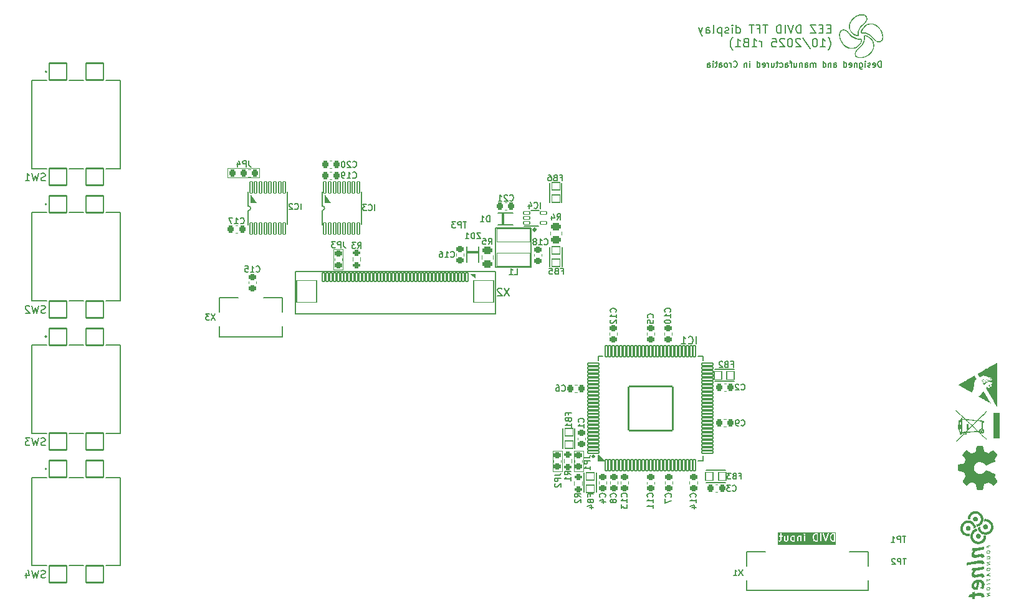
<source format=gbo>
%TF.GenerationSoftware,KiCad,Pcbnew,9.0.5-9.0.5~ubuntu24.04.1*%
%TF.CreationDate,2025-10-11T09:36:08+02:00*%
%TF.ProjectId,BB3plus DVID TFT display,42423370-6c75-4732-9044-564944205446,r1B1*%
%TF.SameCoordinates,Original*%
%TF.FileFunction,Legend,Bot*%
%TF.FilePolarity,Positive*%
%FSLAX46Y46*%
G04 Gerber Fmt 4.6, Leading zero omitted, Abs format (unit mm)*
G04 Created by KiCad (PCBNEW 9.0.5-9.0.5~ubuntu24.04.1) date 2025-10-11 09:36:08*
%MOMM*%
%LPD*%
G01*
G04 APERTURE LIST*
G04 Aperture macros list*
%AMRoundRect*
0 Rectangle with rounded corners*
0 $1 Rounding radius*
0 $2 $3 $4 $5 $6 $7 $8 $9 X,Y pos of 4 corners*
0 Add a 4 corners polygon primitive as box body*
4,1,4,$2,$3,$4,$5,$6,$7,$8,$9,$2,$3,0*
0 Add four circle primitives for the rounded corners*
1,1,$1+$1,$2,$3*
1,1,$1+$1,$4,$5*
1,1,$1+$1,$6,$7*
1,1,$1+$1,$8,$9*
0 Add four rect primitives between the rounded corners*
20,1,$1+$1,$2,$3,$4,$5,0*
20,1,$1+$1,$4,$5,$6,$7,0*
20,1,$1+$1,$6,$7,$8,$9,0*
20,1,$1+$1,$8,$9,$2,$3,0*%
G04 Aperture macros list end*
%ADD10C,0.152400*%
%ADD11C,0.150000*%
%ADD12C,0.127000*%
%ADD13C,0.200000*%
%ADD14C,0.120000*%
%ADD15C,0.000000*%
%ADD16C,0.100000*%
%ADD17C,0.302247*%
%ADD18C,0.203200*%
%ADD19C,0.240500*%
%ADD20RoundRect,0.102000X-1.200000X1.150000X-1.200000X-1.150000X1.200000X-1.150000X1.200000X1.150000X0*%
%ADD21C,5.500000*%
%ADD22C,1.500000*%
%ADD23RoundRect,0.225000X0.250000X-0.225000X0.250000X0.225000X-0.250000X0.225000X-0.250000X-0.225000X0*%
%ADD24RoundRect,0.057252X0.556248X-0.506248X0.556248X0.506248X-0.556248X0.506248X-0.556248X-0.506248X0*%
%ADD25RoundRect,0.225000X-0.225000X-0.250000X0.225000X-0.250000X0.225000X0.250000X-0.225000X0.250000X0*%
%ADD26R,0.762000X1.092200*%
%ADD27R,1.092200X0.762000*%
%ADD28RoundRect,0.063568X2.249932X-0.874932X2.249932X0.874932X-2.249932X0.874932X-2.249932X-0.874932X0*%
%ADD29RoundRect,0.063568X2.249932X0.874932X-2.249932X0.874932X-2.249932X-0.874932X2.249932X-0.874932X0*%
%ADD30RoundRect,0.225000X-0.250000X0.225000X-0.250000X-0.225000X0.250000X-0.225000X0.250000X0.225000X0*%
%ADD31RoundRect,0.225000X0.225000X0.250000X-0.225000X0.250000X-0.225000X-0.250000X0.225000X-0.250000X0*%
%ADD32RoundRect,0.200000X0.275000X-0.200000X0.275000X0.200000X-0.275000X0.200000X-0.275000X-0.200000X0*%
%ADD33R,0.300000X1.000000*%
%ADD34R,2.000000X1.300000*%
%ADD35RoundRect,0.057252X0.506248X0.556248X-0.506248X0.556248X-0.506248X-0.556248X0.506248X-0.556248X0*%
%ADD36RoundRect,0.069233X-0.169267X0.794267X-0.169267X-0.794267X0.169267X-0.794267X0.169267X0.794267X0*%
%ADD37RoundRect,0.053189X1.360311X1.510311X-1.360311X1.510311X-1.360311X-1.510311X1.360311X-1.510311X0*%
%ADD38RoundRect,0.072305X0.141195X0.591195X-0.141195X0.591195X-0.141195X-0.591195X0.141195X-0.591195X0*%
%ADD39RoundRect,0.066929X-0.421571X0.196571X-0.421571X-0.196571X0.421571X-0.196571X0.421571X0.196571X0*%
%ADD40RoundRect,0.250000X-0.450000X0.262500X-0.450000X-0.262500X0.450000X-0.262500X0.450000X0.262500X0*%
%ADD41C,1.270000*%
%ADD42RoundRect,0.057252X-0.556248X0.506248X-0.556248X-0.506248X0.556248X-0.506248X0.556248X0.506248X0*%
%ADD43RoundRect,0.200000X-0.275000X0.200000X-0.275000X-0.200000X0.275000X-0.200000X0.275000X0.200000X0*%
%ADD44RoundRect,0.076200X-0.736600X-0.139700X0.736600X-0.139700X0.736600X0.139700X-0.736600X0.139700X0*%
%ADD45RoundRect,0.076200X-0.139700X-0.736600X0.139700X-0.736600X0.139700X0.736600X-0.139700X0.736600X0*%
%ADD46RoundRect,0.102000X-2.997200X-2.997200X2.997200X-2.997200X2.997200X2.997200X-2.997200X2.997200X0*%
G04 APERTURE END LIST*
D10*
X195727594Y-53313313D02*
X195346594Y-53313313D01*
X195183308Y-53912027D02*
X195727594Y-53912027D01*
X195727594Y-53912027D02*
X195727594Y-52769027D01*
X195727594Y-52769027D02*
X195183308Y-52769027D01*
X194693451Y-53313313D02*
X194312451Y-53313313D01*
X194149165Y-53912027D02*
X194693451Y-53912027D01*
X194693451Y-53912027D02*
X194693451Y-52769027D01*
X194693451Y-52769027D02*
X194149165Y-52769027D01*
X193768165Y-52769027D02*
X193006165Y-52769027D01*
X193006165Y-52769027D02*
X193768165Y-53912027D01*
X193768165Y-53912027D02*
X193006165Y-53912027D01*
X191699880Y-53912027D02*
X191699880Y-52769027D01*
X191699880Y-52769027D02*
X191427737Y-52769027D01*
X191427737Y-52769027D02*
X191264451Y-52823456D01*
X191264451Y-52823456D02*
X191155594Y-52932313D01*
X191155594Y-52932313D02*
X191101165Y-53041170D01*
X191101165Y-53041170D02*
X191046737Y-53258884D01*
X191046737Y-53258884D02*
X191046737Y-53422170D01*
X191046737Y-53422170D02*
X191101165Y-53639884D01*
X191101165Y-53639884D02*
X191155594Y-53748741D01*
X191155594Y-53748741D02*
X191264451Y-53857599D01*
X191264451Y-53857599D02*
X191427737Y-53912027D01*
X191427737Y-53912027D02*
X191699880Y-53912027D01*
X190720165Y-52769027D02*
X190339165Y-53912027D01*
X190339165Y-53912027D02*
X189958165Y-52769027D01*
X189577166Y-53912027D02*
X189577166Y-52769027D01*
X189032880Y-53912027D02*
X189032880Y-52769027D01*
X189032880Y-52769027D02*
X188760737Y-52769027D01*
X188760737Y-52769027D02*
X188597451Y-52823456D01*
X188597451Y-52823456D02*
X188488594Y-52932313D01*
X188488594Y-52932313D02*
X188434165Y-53041170D01*
X188434165Y-53041170D02*
X188379737Y-53258884D01*
X188379737Y-53258884D02*
X188379737Y-53422170D01*
X188379737Y-53422170D02*
X188434165Y-53639884D01*
X188434165Y-53639884D02*
X188488594Y-53748741D01*
X188488594Y-53748741D02*
X188597451Y-53857599D01*
X188597451Y-53857599D02*
X188760737Y-53912027D01*
X188760737Y-53912027D02*
X189032880Y-53912027D01*
X187182308Y-52769027D02*
X186529166Y-52769027D01*
X186855737Y-53912027D02*
X186855737Y-52769027D01*
X185767166Y-53313313D02*
X186148166Y-53313313D01*
X186148166Y-53912027D02*
X186148166Y-52769027D01*
X186148166Y-52769027D02*
X185603880Y-52769027D01*
X185331737Y-52769027D02*
X184678595Y-52769027D01*
X185005166Y-53912027D02*
X185005166Y-52769027D01*
X182936881Y-53912027D02*
X182936881Y-52769027D01*
X182936881Y-53857599D02*
X183045738Y-53912027D01*
X183045738Y-53912027D02*
X183263452Y-53912027D01*
X183263452Y-53912027D02*
X183372309Y-53857599D01*
X183372309Y-53857599D02*
X183426738Y-53803170D01*
X183426738Y-53803170D02*
X183481166Y-53694313D01*
X183481166Y-53694313D02*
X183481166Y-53367741D01*
X183481166Y-53367741D02*
X183426738Y-53258884D01*
X183426738Y-53258884D02*
X183372309Y-53204456D01*
X183372309Y-53204456D02*
X183263452Y-53150027D01*
X183263452Y-53150027D02*
X183045738Y-53150027D01*
X183045738Y-53150027D02*
X182936881Y-53204456D01*
X182392595Y-53912027D02*
X182392595Y-53150027D01*
X182392595Y-52769027D02*
X182447023Y-52823456D01*
X182447023Y-52823456D02*
X182392595Y-52877884D01*
X182392595Y-52877884D02*
X182338166Y-52823456D01*
X182338166Y-52823456D02*
X182392595Y-52769027D01*
X182392595Y-52769027D02*
X182392595Y-52877884D01*
X181902737Y-53857599D02*
X181793880Y-53912027D01*
X181793880Y-53912027D02*
X181576166Y-53912027D01*
X181576166Y-53912027D02*
X181467309Y-53857599D01*
X181467309Y-53857599D02*
X181412880Y-53748741D01*
X181412880Y-53748741D02*
X181412880Y-53694313D01*
X181412880Y-53694313D02*
X181467309Y-53585456D01*
X181467309Y-53585456D02*
X181576166Y-53531027D01*
X181576166Y-53531027D02*
X181739452Y-53531027D01*
X181739452Y-53531027D02*
X181848309Y-53476599D01*
X181848309Y-53476599D02*
X181902737Y-53367741D01*
X181902737Y-53367741D02*
X181902737Y-53313313D01*
X181902737Y-53313313D02*
X181848309Y-53204456D01*
X181848309Y-53204456D02*
X181739452Y-53150027D01*
X181739452Y-53150027D02*
X181576166Y-53150027D01*
X181576166Y-53150027D02*
X181467309Y-53204456D01*
X180923023Y-53150027D02*
X180923023Y-54293027D01*
X180923023Y-53204456D02*
X180814166Y-53150027D01*
X180814166Y-53150027D02*
X180596451Y-53150027D01*
X180596451Y-53150027D02*
X180487594Y-53204456D01*
X180487594Y-53204456D02*
X180433166Y-53258884D01*
X180433166Y-53258884D02*
X180378737Y-53367741D01*
X180378737Y-53367741D02*
X180378737Y-53694313D01*
X180378737Y-53694313D02*
X180433166Y-53803170D01*
X180433166Y-53803170D02*
X180487594Y-53857599D01*
X180487594Y-53857599D02*
X180596451Y-53912027D01*
X180596451Y-53912027D02*
X180814166Y-53912027D01*
X180814166Y-53912027D02*
X180923023Y-53857599D01*
X179725594Y-53912027D02*
X179834451Y-53857599D01*
X179834451Y-53857599D02*
X179888880Y-53748741D01*
X179888880Y-53748741D02*
X179888880Y-52769027D01*
X178800309Y-53912027D02*
X178800309Y-53313313D01*
X178800309Y-53313313D02*
X178854737Y-53204456D01*
X178854737Y-53204456D02*
X178963594Y-53150027D01*
X178963594Y-53150027D02*
X179181309Y-53150027D01*
X179181309Y-53150027D02*
X179290166Y-53204456D01*
X178800309Y-53857599D02*
X178909166Y-53912027D01*
X178909166Y-53912027D02*
X179181309Y-53912027D01*
X179181309Y-53912027D02*
X179290166Y-53857599D01*
X179290166Y-53857599D02*
X179344594Y-53748741D01*
X179344594Y-53748741D02*
X179344594Y-53639884D01*
X179344594Y-53639884D02*
X179290166Y-53531027D01*
X179290166Y-53531027D02*
X179181309Y-53476599D01*
X179181309Y-53476599D02*
X178909166Y-53476599D01*
X178909166Y-53476599D02*
X178800309Y-53422170D01*
X178364880Y-53150027D02*
X178092737Y-53912027D01*
X177820594Y-53150027D02*
X178092737Y-53912027D01*
X178092737Y-53912027D02*
X178201594Y-54184170D01*
X178201594Y-54184170D02*
X178256023Y-54238599D01*
X178256023Y-54238599D02*
X178364880Y-54293027D01*
X195401022Y-56187622D02*
X195455451Y-56133193D01*
X195455451Y-56133193D02*
X195564308Y-55969907D01*
X195564308Y-55969907D02*
X195618737Y-55861050D01*
X195618737Y-55861050D02*
X195673165Y-55697765D01*
X195673165Y-55697765D02*
X195727594Y-55425622D01*
X195727594Y-55425622D02*
X195727594Y-55207907D01*
X195727594Y-55207907D02*
X195673165Y-54935765D01*
X195673165Y-54935765D02*
X195618737Y-54772479D01*
X195618737Y-54772479D02*
X195564308Y-54663622D01*
X195564308Y-54663622D02*
X195455451Y-54500336D01*
X195455451Y-54500336D02*
X195401022Y-54445907D01*
X194366879Y-55752193D02*
X195020022Y-55752193D01*
X194693451Y-55752193D02*
X194693451Y-54609193D01*
X194693451Y-54609193D02*
X194802308Y-54772479D01*
X194802308Y-54772479D02*
X194911165Y-54881336D01*
X194911165Y-54881336D02*
X195020022Y-54935765D01*
X193659308Y-54609193D02*
X193550451Y-54609193D01*
X193550451Y-54609193D02*
X193441594Y-54663622D01*
X193441594Y-54663622D02*
X193387166Y-54718050D01*
X193387166Y-54718050D02*
X193332737Y-54826907D01*
X193332737Y-54826907D02*
X193278308Y-55044622D01*
X193278308Y-55044622D02*
X193278308Y-55316765D01*
X193278308Y-55316765D02*
X193332737Y-55534479D01*
X193332737Y-55534479D02*
X193387166Y-55643336D01*
X193387166Y-55643336D02*
X193441594Y-55697765D01*
X193441594Y-55697765D02*
X193550451Y-55752193D01*
X193550451Y-55752193D02*
X193659308Y-55752193D01*
X193659308Y-55752193D02*
X193768166Y-55697765D01*
X193768166Y-55697765D02*
X193822594Y-55643336D01*
X193822594Y-55643336D02*
X193877023Y-55534479D01*
X193877023Y-55534479D02*
X193931451Y-55316765D01*
X193931451Y-55316765D02*
X193931451Y-55044622D01*
X193931451Y-55044622D02*
X193877023Y-54826907D01*
X193877023Y-54826907D02*
X193822594Y-54718050D01*
X193822594Y-54718050D02*
X193768166Y-54663622D01*
X193768166Y-54663622D02*
X193659308Y-54609193D01*
X191972023Y-54554765D02*
X192951737Y-56024336D01*
X191645451Y-54718050D02*
X191591023Y-54663622D01*
X191591023Y-54663622D02*
X191482166Y-54609193D01*
X191482166Y-54609193D02*
X191210023Y-54609193D01*
X191210023Y-54609193D02*
X191101166Y-54663622D01*
X191101166Y-54663622D02*
X191046737Y-54718050D01*
X191046737Y-54718050D02*
X190992308Y-54826907D01*
X190992308Y-54826907D02*
X190992308Y-54935765D01*
X190992308Y-54935765D02*
X191046737Y-55099050D01*
X191046737Y-55099050D02*
X191699880Y-55752193D01*
X191699880Y-55752193D02*
X190992308Y-55752193D01*
X190284737Y-54609193D02*
X190175880Y-54609193D01*
X190175880Y-54609193D02*
X190067023Y-54663622D01*
X190067023Y-54663622D02*
X190012595Y-54718050D01*
X190012595Y-54718050D02*
X189958166Y-54826907D01*
X189958166Y-54826907D02*
X189903737Y-55044622D01*
X189903737Y-55044622D02*
X189903737Y-55316765D01*
X189903737Y-55316765D02*
X189958166Y-55534479D01*
X189958166Y-55534479D02*
X190012595Y-55643336D01*
X190012595Y-55643336D02*
X190067023Y-55697765D01*
X190067023Y-55697765D02*
X190175880Y-55752193D01*
X190175880Y-55752193D02*
X190284737Y-55752193D01*
X190284737Y-55752193D02*
X190393595Y-55697765D01*
X190393595Y-55697765D02*
X190448023Y-55643336D01*
X190448023Y-55643336D02*
X190502452Y-55534479D01*
X190502452Y-55534479D02*
X190556880Y-55316765D01*
X190556880Y-55316765D02*
X190556880Y-55044622D01*
X190556880Y-55044622D02*
X190502452Y-54826907D01*
X190502452Y-54826907D02*
X190448023Y-54718050D01*
X190448023Y-54718050D02*
X190393595Y-54663622D01*
X190393595Y-54663622D02*
X190284737Y-54609193D01*
X189468309Y-54718050D02*
X189413881Y-54663622D01*
X189413881Y-54663622D02*
X189305024Y-54609193D01*
X189305024Y-54609193D02*
X189032881Y-54609193D01*
X189032881Y-54609193D02*
X188924024Y-54663622D01*
X188924024Y-54663622D02*
X188869595Y-54718050D01*
X188869595Y-54718050D02*
X188815166Y-54826907D01*
X188815166Y-54826907D02*
X188815166Y-54935765D01*
X188815166Y-54935765D02*
X188869595Y-55099050D01*
X188869595Y-55099050D02*
X189522738Y-55752193D01*
X189522738Y-55752193D02*
X188815166Y-55752193D01*
X187781024Y-54609193D02*
X188325310Y-54609193D01*
X188325310Y-54609193D02*
X188379738Y-55153479D01*
X188379738Y-55153479D02*
X188325310Y-55099050D01*
X188325310Y-55099050D02*
X188216453Y-55044622D01*
X188216453Y-55044622D02*
X187944310Y-55044622D01*
X187944310Y-55044622D02*
X187835453Y-55099050D01*
X187835453Y-55099050D02*
X187781024Y-55153479D01*
X187781024Y-55153479D02*
X187726595Y-55262336D01*
X187726595Y-55262336D02*
X187726595Y-55534479D01*
X187726595Y-55534479D02*
X187781024Y-55643336D01*
X187781024Y-55643336D02*
X187835453Y-55697765D01*
X187835453Y-55697765D02*
X187944310Y-55752193D01*
X187944310Y-55752193D02*
X188216453Y-55752193D01*
X188216453Y-55752193D02*
X188325310Y-55697765D01*
X188325310Y-55697765D02*
X188379738Y-55643336D01*
X186365882Y-55752193D02*
X186365882Y-54990193D01*
X186365882Y-55207907D02*
X186311453Y-55099050D01*
X186311453Y-55099050D02*
X186257025Y-55044622D01*
X186257025Y-55044622D02*
X186148167Y-54990193D01*
X186148167Y-54990193D02*
X186039310Y-54990193D01*
X185059596Y-55752193D02*
X185712739Y-55752193D01*
X185386168Y-55752193D02*
X185386168Y-54609193D01*
X185386168Y-54609193D02*
X185495025Y-54772479D01*
X185495025Y-54772479D02*
X185603882Y-54881336D01*
X185603882Y-54881336D02*
X185712739Y-54935765D01*
X184188740Y-55153479D02*
X184025454Y-55207907D01*
X184025454Y-55207907D02*
X183971025Y-55262336D01*
X183971025Y-55262336D02*
X183916597Y-55371193D01*
X183916597Y-55371193D02*
X183916597Y-55534479D01*
X183916597Y-55534479D02*
X183971025Y-55643336D01*
X183971025Y-55643336D02*
X184025454Y-55697765D01*
X184025454Y-55697765D02*
X184134311Y-55752193D01*
X184134311Y-55752193D02*
X184569740Y-55752193D01*
X184569740Y-55752193D02*
X184569740Y-54609193D01*
X184569740Y-54609193D02*
X184188740Y-54609193D01*
X184188740Y-54609193D02*
X184079883Y-54663622D01*
X184079883Y-54663622D02*
X184025454Y-54718050D01*
X184025454Y-54718050D02*
X183971025Y-54826907D01*
X183971025Y-54826907D02*
X183971025Y-54935765D01*
X183971025Y-54935765D02*
X184025454Y-55044622D01*
X184025454Y-55044622D02*
X184079883Y-55099050D01*
X184079883Y-55099050D02*
X184188740Y-55153479D01*
X184188740Y-55153479D02*
X184569740Y-55153479D01*
X182828025Y-55752193D02*
X183481168Y-55752193D01*
X183154597Y-55752193D02*
X183154597Y-54609193D01*
X183154597Y-54609193D02*
X183263454Y-54772479D01*
X183263454Y-54772479D02*
X183372311Y-54881336D01*
X183372311Y-54881336D02*
X183481168Y-54935765D01*
X182447026Y-56187622D02*
X182392597Y-56133193D01*
X182392597Y-56133193D02*
X182283740Y-55969907D01*
X182283740Y-55969907D02*
X182229312Y-55861050D01*
X182229312Y-55861050D02*
X182174883Y-55697765D01*
X182174883Y-55697765D02*
X182120454Y-55425622D01*
X182120454Y-55425622D02*
X182120454Y-55207907D01*
X182120454Y-55207907D02*
X182174883Y-54935765D01*
X182174883Y-54935765D02*
X182229312Y-54772479D01*
X182229312Y-54772479D02*
X182283740Y-54663622D01*
X182283740Y-54663622D02*
X182392597Y-54500336D01*
X182392597Y-54500336D02*
X182447026Y-54445907D01*
X202606213Y-58506126D02*
X202606213Y-57693326D01*
X202606213Y-57693326D02*
X202412689Y-57693326D01*
X202412689Y-57693326D02*
X202296575Y-57732031D01*
X202296575Y-57732031D02*
X202219165Y-57809441D01*
X202219165Y-57809441D02*
X202180460Y-57886850D01*
X202180460Y-57886850D02*
X202141756Y-58041669D01*
X202141756Y-58041669D02*
X202141756Y-58157783D01*
X202141756Y-58157783D02*
X202180460Y-58312602D01*
X202180460Y-58312602D02*
X202219165Y-58390012D01*
X202219165Y-58390012D02*
X202296575Y-58467422D01*
X202296575Y-58467422D02*
X202412689Y-58506126D01*
X202412689Y-58506126D02*
X202606213Y-58506126D01*
X201483775Y-58467422D02*
X201561184Y-58506126D01*
X201561184Y-58506126D02*
X201716003Y-58506126D01*
X201716003Y-58506126D02*
X201793413Y-58467422D01*
X201793413Y-58467422D02*
X201832117Y-58390012D01*
X201832117Y-58390012D02*
X201832117Y-58080374D01*
X201832117Y-58080374D02*
X201793413Y-58002964D01*
X201793413Y-58002964D02*
X201716003Y-57964260D01*
X201716003Y-57964260D02*
X201561184Y-57964260D01*
X201561184Y-57964260D02*
X201483775Y-58002964D01*
X201483775Y-58002964D02*
X201445070Y-58080374D01*
X201445070Y-58080374D02*
X201445070Y-58157783D01*
X201445070Y-58157783D02*
X201832117Y-58235193D01*
X201135431Y-58467422D02*
X201058022Y-58506126D01*
X201058022Y-58506126D02*
X200903203Y-58506126D01*
X200903203Y-58506126D02*
X200825793Y-58467422D01*
X200825793Y-58467422D02*
X200787089Y-58390012D01*
X200787089Y-58390012D02*
X200787089Y-58351307D01*
X200787089Y-58351307D02*
X200825793Y-58273898D01*
X200825793Y-58273898D02*
X200903203Y-58235193D01*
X200903203Y-58235193D02*
X201019317Y-58235193D01*
X201019317Y-58235193D02*
X201096727Y-58196488D01*
X201096727Y-58196488D02*
X201135431Y-58119079D01*
X201135431Y-58119079D02*
X201135431Y-58080374D01*
X201135431Y-58080374D02*
X201096727Y-58002964D01*
X201096727Y-58002964D02*
X201019317Y-57964260D01*
X201019317Y-57964260D02*
X200903203Y-57964260D01*
X200903203Y-57964260D02*
X200825793Y-58002964D01*
X200438746Y-58506126D02*
X200438746Y-57964260D01*
X200438746Y-57693326D02*
X200477450Y-57732031D01*
X200477450Y-57732031D02*
X200438746Y-57770736D01*
X200438746Y-57770736D02*
X200400041Y-57732031D01*
X200400041Y-57732031D02*
X200438746Y-57693326D01*
X200438746Y-57693326D02*
X200438746Y-57770736D01*
X199703355Y-57964260D02*
X199703355Y-58622241D01*
X199703355Y-58622241D02*
X199742060Y-58699650D01*
X199742060Y-58699650D02*
X199780764Y-58738355D01*
X199780764Y-58738355D02*
X199858174Y-58777060D01*
X199858174Y-58777060D02*
X199974288Y-58777060D01*
X199974288Y-58777060D02*
X200051698Y-58738355D01*
X199703355Y-58467422D02*
X199780764Y-58506126D01*
X199780764Y-58506126D02*
X199935583Y-58506126D01*
X199935583Y-58506126D02*
X200012993Y-58467422D01*
X200012993Y-58467422D02*
X200051698Y-58428717D01*
X200051698Y-58428717D02*
X200090402Y-58351307D01*
X200090402Y-58351307D02*
X200090402Y-58119079D01*
X200090402Y-58119079D02*
X200051698Y-58041669D01*
X200051698Y-58041669D02*
X200012993Y-58002964D01*
X200012993Y-58002964D02*
X199935583Y-57964260D01*
X199935583Y-57964260D02*
X199780764Y-57964260D01*
X199780764Y-57964260D02*
X199703355Y-58002964D01*
X199316308Y-57964260D02*
X199316308Y-58506126D01*
X199316308Y-58041669D02*
X199277603Y-58002964D01*
X199277603Y-58002964D02*
X199200193Y-57964260D01*
X199200193Y-57964260D02*
X199084079Y-57964260D01*
X199084079Y-57964260D02*
X199006670Y-58002964D01*
X199006670Y-58002964D02*
X198967965Y-58080374D01*
X198967965Y-58080374D02*
X198967965Y-58506126D01*
X198271280Y-58467422D02*
X198348689Y-58506126D01*
X198348689Y-58506126D02*
X198503508Y-58506126D01*
X198503508Y-58506126D02*
X198580918Y-58467422D01*
X198580918Y-58467422D02*
X198619622Y-58390012D01*
X198619622Y-58390012D02*
X198619622Y-58080374D01*
X198619622Y-58080374D02*
X198580918Y-58002964D01*
X198580918Y-58002964D02*
X198503508Y-57964260D01*
X198503508Y-57964260D02*
X198348689Y-57964260D01*
X198348689Y-57964260D02*
X198271280Y-58002964D01*
X198271280Y-58002964D02*
X198232575Y-58080374D01*
X198232575Y-58080374D02*
X198232575Y-58157783D01*
X198232575Y-58157783D02*
X198619622Y-58235193D01*
X197535889Y-58506126D02*
X197535889Y-57693326D01*
X197535889Y-58467422D02*
X197613298Y-58506126D01*
X197613298Y-58506126D02*
X197768117Y-58506126D01*
X197768117Y-58506126D02*
X197845527Y-58467422D01*
X197845527Y-58467422D02*
X197884232Y-58428717D01*
X197884232Y-58428717D02*
X197922936Y-58351307D01*
X197922936Y-58351307D02*
X197922936Y-58119079D01*
X197922936Y-58119079D02*
X197884232Y-58041669D01*
X197884232Y-58041669D02*
X197845527Y-58002964D01*
X197845527Y-58002964D02*
X197768117Y-57964260D01*
X197768117Y-57964260D02*
X197613298Y-57964260D01*
X197613298Y-57964260D02*
X197535889Y-58002964D01*
X196181223Y-58506126D02*
X196181223Y-58080374D01*
X196181223Y-58080374D02*
X196219928Y-58002964D01*
X196219928Y-58002964D02*
X196297337Y-57964260D01*
X196297337Y-57964260D02*
X196452156Y-57964260D01*
X196452156Y-57964260D02*
X196529566Y-58002964D01*
X196181223Y-58467422D02*
X196258632Y-58506126D01*
X196258632Y-58506126D02*
X196452156Y-58506126D01*
X196452156Y-58506126D02*
X196529566Y-58467422D01*
X196529566Y-58467422D02*
X196568270Y-58390012D01*
X196568270Y-58390012D02*
X196568270Y-58312602D01*
X196568270Y-58312602D02*
X196529566Y-58235193D01*
X196529566Y-58235193D02*
X196452156Y-58196488D01*
X196452156Y-58196488D02*
X196258632Y-58196488D01*
X196258632Y-58196488D02*
X196181223Y-58157783D01*
X195794176Y-57964260D02*
X195794176Y-58506126D01*
X195794176Y-58041669D02*
X195755471Y-58002964D01*
X195755471Y-58002964D02*
X195678061Y-57964260D01*
X195678061Y-57964260D02*
X195561947Y-57964260D01*
X195561947Y-57964260D02*
X195484538Y-58002964D01*
X195484538Y-58002964D02*
X195445833Y-58080374D01*
X195445833Y-58080374D02*
X195445833Y-58506126D01*
X194710443Y-58506126D02*
X194710443Y-57693326D01*
X194710443Y-58467422D02*
X194787852Y-58506126D01*
X194787852Y-58506126D02*
X194942671Y-58506126D01*
X194942671Y-58506126D02*
X195020081Y-58467422D01*
X195020081Y-58467422D02*
X195058786Y-58428717D01*
X195058786Y-58428717D02*
X195097490Y-58351307D01*
X195097490Y-58351307D02*
X195097490Y-58119079D01*
X195097490Y-58119079D02*
X195058786Y-58041669D01*
X195058786Y-58041669D02*
X195020081Y-58002964D01*
X195020081Y-58002964D02*
X194942671Y-57964260D01*
X194942671Y-57964260D02*
X194787852Y-57964260D01*
X194787852Y-57964260D02*
X194710443Y-58002964D01*
X193704120Y-58506126D02*
X193704120Y-57964260D01*
X193704120Y-58041669D02*
X193665415Y-58002964D01*
X193665415Y-58002964D02*
X193588005Y-57964260D01*
X193588005Y-57964260D02*
X193471891Y-57964260D01*
X193471891Y-57964260D02*
X193394482Y-58002964D01*
X193394482Y-58002964D02*
X193355777Y-58080374D01*
X193355777Y-58080374D02*
X193355777Y-58506126D01*
X193355777Y-58080374D02*
X193317072Y-58002964D01*
X193317072Y-58002964D02*
X193239663Y-57964260D01*
X193239663Y-57964260D02*
X193123548Y-57964260D01*
X193123548Y-57964260D02*
X193046139Y-58002964D01*
X193046139Y-58002964D02*
X193007434Y-58080374D01*
X193007434Y-58080374D02*
X193007434Y-58506126D01*
X192272044Y-58506126D02*
X192272044Y-58080374D01*
X192272044Y-58080374D02*
X192310749Y-58002964D01*
X192310749Y-58002964D02*
X192388158Y-57964260D01*
X192388158Y-57964260D02*
X192542977Y-57964260D01*
X192542977Y-57964260D02*
X192620387Y-58002964D01*
X192272044Y-58467422D02*
X192349453Y-58506126D01*
X192349453Y-58506126D02*
X192542977Y-58506126D01*
X192542977Y-58506126D02*
X192620387Y-58467422D01*
X192620387Y-58467422D02*
X192659091Y-58390012D01*
X192659091Y-58390012D02*
X192659091Y-58312602D01*
X192659091Y-58312602D02*
X192620387Y-58235193D01*
X192620387Y-58235193D02*
X192542977Y-58196488D01*
X192542977Y-58196488D02*
X192349453Y-58196488D01*
X192349453Y-58196488D02*
X192272044Y-58157783D01*
X191884997Y-57964260D02*
X191884997Y-58506126D01*
X191884997Y-58041669D02*
X191846292Y-58002964D01*
X191846292Y-58002964D02*
X191768882Y-57964260D01*
X191768882Y-57964260D02*
X191652768Y-57964260D01*
X191652768Y-57964260D02*
X191575359Y-58002964D01*
X191575359Y-58002964D02*
X191536654Y-58080374D01*
X191536654Y-58080374D02*
X191536654Y-58506126D01*
X190801264Y-57964260D02*
X190801264Y-58506126D01*
X191149607Y-57964260D02*
X191149607Y-58390012D01*
X191149607Y-58390012D02*
X191110902Y-58467422D01*
X191110902Y-58467422D02*
X191033492Y-58506126D01*
X191033492Y-58506126D02*
X190917378Y-58506126D01*
X190917378Y-58506126D02*
X190839969Y-58467422D01*
X190839969Y-58467422D02*
X190801264Y-58428717D01*
X190530331Y-57964260D02*
X190220693Y-57964260D01*
X190414217Y-58506126D02*
X190414217Y-57809441D01*
X190414217Y-57809441D02*
X190375512Y-57732031D01*
X190375512Y-57732031D02*
X190298102Y-57693326D01*
X190298102Y-57693326D02*
X190220693Y-57693326D01*
X189601417Y-58506126D02*
X189601417Y-58080374D01*
X189601417Y-58080374D02*
X189640122Y-58002964D01*
X189640122Y-58002964D02*
X189717531Y-57964260D01*
X189717531Y-57964260D02*
X189872350Y-57964260D01*
X189872350Y-57964260D02*
X189949760Y-58002964D01*
X189601417Y-58467422D02*
X189678826Y-58506126D01*
X189678826Y-58506126D02*
X189872350Y-58506126D01*
X189872350Y-58506126D02*
X189949760Y-58467422D01*
X189949760Y-58467422D02*
X189988464Y-58390012D01*
X189988464Y-58390012D02*
X189988464Y-58312602D01*
X189988464Y-58312602D02*
X189949760Y-58235193D01*
X189949760Y-58235193D02*
X189872350Y-58196488D01*
X189872350Y-58196488D02*
X189678826Y-58196488D01*
X189678826Y-58196488D02*
X189601417Y-58157783D01*
X188866027Y-58467422D02*
X188943436Y-58506126D01*
X188943436Y-58506126D02*
X189098255Y-58506126D01*
X189098255Y-58506126D02*
X189175665Y-58467422D01*
X189175665Y-58467422D02*
X189214370Y-58428717D01*
X189214370Y-58428717D02*
X189253074Y-58351307D01*
X189253074Y-58351307D02*
X189253074Y-58119079D01*
X189253074Y-58119079D02*
X189214370Y-58041669D01*
X189214370Y-58041669D02*
X189175665Y-58002964D01*
X189175665Y-58002964D02*
X189098255Y-57964260D01*
X189098255Y-57964260D02*
X188943436Y-57964260D01*
X188943436Y-57964260D02*
X188866027Y-58002964D01*
X188633798Y-57964260D02*
X188324160Y-57964260D01*
X188517684Y-57693326D02*
X188517684Y-58390012D01*
X188517684Y-58390012D02*
X188478979Y-58467422D01*
X188478979Y-58467422D02*
X188401569Y-58506126D01*
X188401569Y-58506126D02*
X188324160Y-58506126D01*
X187704884Y-57964260D02*
X187704884Y-58506126D01*
X188053227Y-57964260D02*
X188053227Y-58390012D01*
X188053227Y-58390012D02*
X188014522Y-58467422D01*
X188014522Y-58467422D02*
X187937112Y-58506126D01*
X187937112Y-58506126D02*
X187820998Y-58506126D01*
X187820998Y-58506126D02*
X187743589Y-58467422D01*
X187743589Y-58467422D02*
X187704884Y-58428717D01*
X187317837Y-58506126D02*
X187317837Y-57964260D01*
X187317837Y-58119079D02*
X187279132Y-58041669D01*
X187279132Y-58041669D02*
X187240427Y-58002964D01*
X187240427Y-58002964D02*
X187163018Y-57964260D01*
X187163018Y-57964260D02*
X187085608Y-57964260D01*
X186505037Y-58467422D02*
X186582446Y-58506126D01*
X186582446Y-58506126D02*
X186737265Y-58506126D01*
X186737265Y-58506126D02*
X186814675Y-58467422D01*
X186814675Y-58467422D02*
X186853379Y-58390012D01*
X186853379Y-58390012D02*
X186853379Y-58080374D01*
X186853379Y-58080374D02*
X186814675Y-58002964D01*
X186814675Y-58002964D02*
X186737265Y-57964260D01*
X186737265Y-57964260D02*
X186582446Y-57964260D01*
X186582446Y-57964260D02*
X186505037Y-58002964D01*
X186505037Y-58002964D02*
X186466332Y-58080374D01*
X186466332Y-58080374D02*
X186466332Y-58157783D01*
X186466332Y-58157783D02*
X186853379Y-58235193D01*
X185769646Y-58506126D02*
X185769646Y-57693326D01*
X185769646Y-58467422D02*
X185847055Y-58506126D01*
X185847055Y-58506126D02*
X186001874Y-58506126D01*
X186001874Y-58506126D02*
X186079284Y-58467422D01*
X186079284Y-58467422D02*
X186117989Y-58428717D01*
X186117989Y-58428717D02*
X186156693Y-58351307D01*
X186156693Y-58351307D02*
X186156693Y-58119079D01*
X186156693Y-58119079D02*
X186117989Y-58041669D01*
X186117989Y-58041669D02*
X186079284Y-58002964D01*
X186079284Y-58002964D02*
X186001874Y-57964260D01*
X186001874Y-57964260D02*
X185847055Y-57964260D01*
X185847055Y-57964260D02*
X185769646Y-58002964D01*
X184763323Y-58506126D02*
X184763323Y-57964260D01*
X184763323Y-57693326D02*
X184802027Y-57732031D01*
X184802027Y-57732031D02*
X184763323Y-57770736D01*
X184763323Y-57770736D02*
X184724618Y-57732031D01*
X184724618Y-57732031D02*
X184763323Y-57693326D01*
X184763323Y-57693326D02*
X184763323Y-57770736D01*
X184376275Y-57964260D02*
X184376275Y-58506126D01*
X184376275Y-58041669D02*
X184337570Y-58002964D01*
X184337570Y-58002964D02*
X184260160Y-57964260D01*
X184260160Y-57964260D02*
X184144046Y-57964260D01*
X184144046Y-57964260D02*
X184066637Y-58002964D01*
X184066637Y-58002964D02*
X184027932Y-58080374D01*
X184027932Y-58080374D02*
X184027932Y-58506126D01*
X182557152Y-58428717D02*
X182595856Y-58467422D01*
X182595856Y-58467422D02*
X182711971Y-58506126D01*
X182711971Y-58506126D02*
X182789380Y-58506126D01*
X182789380Y-58506126D02*
X182905494Y-58467422D01*
X182905494Y-58467422D02*
X182982904Y-58390012D01*
X182982904Y-58390012D02*
X183021609Y-58312602D01*
X183021609Y-58312602D02*
X183060313Y-58157783D01*
X183060313Y-58157783D02*
X183060313Y-58041669D01*
X183060313Y-58041669D02*
X183021609Y-57886850D01*
X183021609Y-57886850D02*
X182982904Y-57809441D01*
X182982904Y-57809441D02*
X182905494Y-57732031D01*
X182905494Y-57732031D02*
X182789380Y-57693326D01*
X182789380Y-57693326D02*
X182711971Y-57693326D01*
X182711971Y-57693326D02*
X182595856Y-57732031D01*
X182595856Y-57732031D02*
X182557152Y-57770736D01*
X182208809Y-58506126D02*
X182208809Y-57964260D01*
X182208809Y-58119079D02*
X182170104Y-58041669D01*
X182170104Y-58041669D02*
X182131399Y-58002964D01*
X182131399Y-58002964D02*
X182053990Y-57964260D01*
X182053990Y-57964260D02*
X181976580Y-57964260D01*
X181589532Y-58506126D02*
X181666942Y-58467422D01*
X181666942Y-58467422D02*
X181705647Y-58428717D01*
X181705647Y-58428717D02*
X181744351Y-58351307D01*
X181744351Y-58351307D02*
X181744351Y-58119079D01*
X181744351Y-58119079D02*
X181705647Y-58041669D01*
X181705647Y-58041669D02*
X181666942Y-58002964D01*
X181666942Y-58002964D02*
X181589532Y-57964260D01*
X181589532Y-57964260D02*
X181473418Y-57964260D01*
X181473418Y-57964260D02*
X181396009Y-58002964D01*
X181396009Y-58002964D02*
X181357304Y-58041669D01*
X181357304Y-58041669D02*
X181318599Y-58119079D01*
X181318599Y-58119079D02*
X181318599Y-58351307D01*
X181318599Y-58351307D02*
X181357304Y-58428717D01*
X181357304Y-58428717D02*
X181396009Y-58467422D01*
X181396009Y-58467422D02*
X181473418Y-58506126D01*
X181473418Y-58506126D02*
X181589532Y-58506126D01*
X180621914Y-58506126D02*
X180621914Y-58080374D01*
X180621914Y-58080374D02*
X180660619Y-58002964D01*
X180660619Y-58002964D02*
X180738028Y-57964260D01*
X180738028Y-57964260D02*
X180892847Y-57964260D01*
X180892847Y-57964260D02*
X180970257Y-58002964D01*
X180621914Y-58467422D02*
X180699323Y-58506126D01*
X180699323Y-58506126D02*
X180892847Y-58506126D01*
X180892847Y-58506126D02*
X180970257Y-58467422D01*
X180970257Y-58467422D02*
X181008961Y-58390012D01*
X181008961Y-58390012D02*
X181008961Y-58312602D01*
X181008961Y-58312602D02*
X180970257Y-58235193D01*
X180970257Y-58235193D02*
X180892847Y-58196488D01*
X180892847Y-58196488D02*
X180699323Y-58196488D01*
X180699323Y-58196488D02*
X180621914Y-58157783D01*
X180350981Y-57964260D02*
X180041343Y-57964260D01*
X180234867Y-57693326D02*
X180234867Y-58390012D01*
X180234867Y-58390012D02*
X180196162Y-58467422D01*
X180196162Y-58467422D02*
X180118752Y-58506126D01*
X180118752Y-58506126D02*
X180041343Y-58506126D01*
X179770410Y-58506126D02*
X179770410Y-57964260D01*
X179770410Y-57693326D02*
X179809114Y-57732031D01*
X179809114Y-57732031D02*
X179770410Y-57770736D01*
X179770410Y-57770736D02*
X179731705Y-57732031D01*
X179731705Y-57732031D02*
X179770410Y-57693326D01*
X179770410Y-57693326D02*
X179770410Y-57770736D01*
X179035019Y-58506126D02*
X179035019Y-58080374D01*
X179035019Y-58080374D02*
X179073724Y-58002964D01*
X179073724Y-58002964D02*
X179151133Y-57964260D01*
X179151133Y-57964260D02*
X179305952Y-57964260D01*
X179305952Y-57964260D02*
X179383362Y-58002964D01*
X179035019Y-58467422D02*
X179112428Y-58506126D01*
X179112428Y-58506126D02*
X179305952Y-58506126D01*
X179305952Y-58506126D02*
X179383362Y-58467422D01*
X179383362Y-58467422D02*
X179422066Y-58390012D01*
X179422066Y-58390012D02*
X179422066Y-58312602D01*
X179422066Y-58312602D02*
X179383362Y-58235193D01*
X179383362Y-58235193D02*
X179305952Y-58196488D01*
X179305952Y-58196488D02*
X179112428Y-58196488D01*
X179112428Y-58196488D02*
X179035019Y-58157783D01*
X89054666Y-73913715D02*
X88909523Y-73962095D01*
X88909523Y-73962095D02*
X88667618Y-73962095D01*
X88667618Y-73962095D02*
X88570856Y-73913715D01*
X88570856Y-73913715D02*
X88522475Y-73865334D01*
X88522475Y-73865334D02*
X88474094Y-73768572D01*
X88474094Y-73768572D02*
X88474094Y-73671810D01*
X88474094Y-73671810D02*
X88522475Y-73575048D01*
X88522475Y-73575048D02*
X88570856Y-73526667D01*
X88570856Y-73526667D02*
X88667618Y-73478286D01*
X88667618Y-73478286D02*
X88861142Y-73429905D01*
X88861142Y-73429905D02*
X88957904Y-73381524D01*
X88957904Y-73381524D02*
X89006285Y-73333143D01*
X89006285Y-73333143D02*
X89054666Y-73236381D01*
X89054666Y-73236381D02*
X89054666Y-73139619D01*
X89054666Y-73139619D02*
X89006285Y-73042857D01*
X89006285Y-73042857D02*
X88957904Y-72994476D01*
X88957904Y-72994476D02*
X88861142Y-72946095D01*
X88861142Y-72946095D02*
X88619237Y-72946095D01*
X88619237Y-72946095D02*
X88474094Y-72994476D01*
X88135428Y-72946095D02*
X87893523Y-73962095D01*
X87893523Y-73962095D02*
X87699999Y-73236381D01*
X87699999Y-73236381D02*
X87506475Y-73962095D01*
X87506475Y-73962095D02*
X87264571Y-72946095D01*
X86345332Y-73962095D02*
X86925904Y-73962095D01*
X86635618Y-73962095D02*
X86635618Y-72946095D01*
X86635618Y-72946095D02*
X86732380Y-73091238D01*
X86732380Y-73091238D02*
X86829142Y-73188000D01*
X86829142Y-73188000D02*
X86925904Y-73236381D01*
X89054666Y-109913715D02*
X88909523Y-109962095D01*
X88909523Y-109962095D02*
X88667618Y-109962095D01*
X88667618Y-109962095D02*
X88570856Y-109913715D01*
X88570856Y-109913715D02*
X88522475Y-109865334D01*
X88522475Y-109865334D02*
X88474094Y-109768572D01*
X88474094Y-109768572D02*
X88474094Y-109671810D01*
X88474094Y-109671810D02*
X88522475Y-109575048D01*
X88522475Y-109575048D02*
X88570856Y-109526667D01*
X88570856Y-109526667D02*
X88667618Y-109478286D01*
X88667618Y-109478286D02*
X88861142Y-109429905D01*
X88861142Y-109429905D02*
X88957904Y-109381524D01*
X88957904Y-109381524D02*
X89006285Y-109333143D01*
X89006285Y-109333143D02*
X89054666Y-109236381D01*
X89054666Y-109236381D02*
X89054666Y-109139619D01*
X89054666Y-109139619D02*
X89006285Y-109042857D01*
X89006285Y-109042857D02*
X88957904Y-108994476D01*
X88957904Y-108994476D02*
X88861142Y-108946095D01*
X88861142Y-108946095D02*
X88619237Y-108946095D01*
X88619237Y-108946095D02*
X88474094Y-108994476D01*
X88135428Y-108946095D02*
X87893523Y-109962095D01*
X87893523Y-109962095D02*
X87699999Y-109236381D01*
X87699999Y-109236381D02*
X87506475Y-109962095D01*
X87506475Y-109962095D02*
X87264571Y-108946095D01*
X86974285Y-108946095D02*
X86345332Y-108946095D01*
X86345332Y-108946095D02*
X86683999Y-109333143D01*
X86683999Y-109333143D02*
X86538856Y-109333143D01*
X86538856Y-109333143D02*
X86442094Y-109381524D01*
X86442094Y-109381524D02*
X86393713Y-109429905D01*
X86393713Y-109429905D02*
X86345332Y-109526667D01*
X86345332Y-109526667D02*
X86345332Y-109768572D01*
X86345332Y-109768572D02*
X86393713Y-109865334D01*
X86393713Y-109865334D02*
X86442094Y-109913715D01*
X86442094Y-109913715D02*
X86538856Y-109962095D01*
X86538856Y-109962095D02*
X86829142Y-109962095D01*
X86829142Y-109962095D02*
X86925904Y-109913715D01*
X86925904Y-109913715D02*
X86974285Y-109865334D01*
X89054666Y-91913715D02*
X88909523Y-91962095D01*
X88909523Y-91962095D02*
X88667618Y-91962095D01*
X88667618Y-91962095D02*
X88570856Y-91913715D01*
X88570856Y-91913715D02*
X88522475Y-91865334D01*
X88522475Y-91865334D02*
X88474094Y-91768572D01*
X88474094Y-91768572D02*
X88474094Y-91671810D01*
X88474094Y-91671810D02*
X88522475Y-91575048D01*
X88522475Y-91575048D02*
X88570856Y-91526667D01*
X88570856Y-91526667D02*
X88667618Y-91478286D01*
X88667618Y-91478286D02*
X88861142Y-91429905D01*
X88861142Y-91429905D02*
X88957904Y-91381524D01*
X88957904Y-91381524D02*
X89006285Y-91333143D01*
X89006285Y-91333143D02*
X89054666Y-91236381D01*
X89054666Y-91236381D02*
X89054666Y-91139619D01*
X89054666Y-91139619D02*
X89006285Y-91042857D01*
X89006285Y-91042857D02*
X88957904Y-90994476D01*
X88957904Y-90994476D02*
X88861142Y-90946095D01*
X88861142Y-90946095D02*
X88619237Y-90946095D01*
X88619237Y-90946095D02*
X88474094Y-90994476D01*
X88135428Y-90946095D02*
X87893523Y-91962095D01*
X87893523Y-91962095D02*
X87699999Y-91236381D01*
X87699999Y-91236381D02*
X87506475Y-91962095D01*
X87506475Y-91962095D02*
X87264571Y-90946095D01*
X86925904Y-91042857D02*
X86877523Y-90994476D01*
X86877523Y-90994476D02*
X86780761Y-90946095D01*
X86780761Y-90946095D02*
X86538856Y-90946095D01*
X86538856Y-90946095D02*
X86442094Y-90994476D01*
X86442094Y-90994476D02*
X86393713Y-91042857D01*
X86393713Y-91042857D02*
X86345332Y-91139619D01*
X86345332Y-91139619D02*
X86345332Y-91236381D01*
X86345332Y-91236381D02*
X86393713Y-91381524D01*
X86393713Y-91381524D02*
X86974285Y-91962095D01*
X86974285Y-91962095D02*
X86345332Y-91962095D01*
X89054666Y-127913715D02*
X88909523Y-127962095D01*
X88909523Y-127962095D02*
X88667618Y-127962095D01*
X88667618Y-127962095D02*
X88570856Y-127913715D01*
X88570856Y-127913715D02*
X88522475Y-127865334D01*
X88522475Y-127865334D02*
X88474094Y-127768572D01*
X88474094Y-127768572D02*
X88474094Y-127671810D01*
X88474094Y-127671810D02*
X88522475Y-127575048D01*
X88522475Y-127575048D02*
X88570856Y-127526667D01*
X88570856Y-127526667D02*
X88667618Y-127478286D01*
X88667618Y-127478286D02*
X88861142Y-127429905D01*
X88861142Y-127429905D02*
X88957904Y-127381524D01*
X88957904Y-127381524D02*
X89006285Y-127333143D01*
X89006285Y-127333143D02*
X89054666Y-127236381D01*
X89054666Y-127236381D02*
X89054666Y-127139619D01*
X89054666Y-127139619D02*
X89006285Y-127042857D01*
X89006285Y-127042857D02*
X88957904Y-126994476D01*
X88957904Y-126994476D02*
X88861142Y-126946095D01*
X88861142Y-126946095D02*
X88619237Y-126946095D01*
X88619237Y-126946095D02*
X88474094Y-126994476D01*
X88135428Y-126946095D02*
X87893523Y-127962095D01*
X87893523Y-127962095D02*
X87699999Y-127236381D01*
X87699999Y-127236381D02*
X87506475Y-127962095D01*
X87506475Y-127962095D02*
X87264571Y-126946095D01*
X86442094Y-127284762D02*
X86442094Y-127962095D01*
X86683999Y-126897715D02*
X86925904Y-127623429D01*
X86925904Y-127623429D02*
X86296951Y-127623429D01*
X117702514Y-86300682D02*
X117741218Y-86339387D01*
X117741218Y-86339387D02*
X117857333Y-86378091D01*
X117857333Y-86378091D02*
X117934742Y-86378091D01*
X117934742Y-86378091D02*
X118050856Y-86339387D01*
X118050856Y-86339387D02*
X118128266Y-86261977D01*
X118128266Y-86261977D02*
X118166971Y-86184567D01*
X118166971Y-86184567D02*
X118205675Y-86029748D01*
X118205675Y-86029748D02*
X118205675Y-85913634D01*
X118205675Y-85913634D02*
X118166971Y-85758815D01*
X118166971Y-85758815D02*
X118128266Y-85681406D01*
X118128266Y-85681406D02*
X118050856Y-85603996D01*
X118050856Y-85603996D02*
X117934742Y-85565291D01*
X117934742Y-85565291D02*
X117857333Y-85565291D01*
X117857333Y-85565291D02*
X117741218Y-85603996D01*
X117741218Y-85603996D02*
X117702514Y-85642701D01*
X116928418Y-86378091D02*
X117392875Y-86378091D01*
X117160647Y-86378091D02*
X117160647Y-85565291D01*
X117160647Y-85565291D02*
X117238056Y-85681406D01*
X117238056Y-85681406D02*
X117315466Y-85758815D01*
X117315466Y-85758815D02*
X117392875Y-85797520D01*
X116193028Y-85565291D02*
X116580076Y-85565291D01*
X116580076Y-85565291D02*
X116618780Y-85952339D01*
X116618780Y-85952339D02*
X116580076Y-85913634D01*
X116580076Y-85913634D02*
X116502666Y-85874929D01*
X116502666Y-85874929D02*
X116309142Y-85874929D01*
X116309142Y-85874929D02*
X116231733Y-85913634D01*
X116231733Y-85913634D02*
X116193028Y-85952339D01*
X116193028Y-85952339D02*
X116154323Y-86029748D01*
X116154323Y-86029748D02*
X116154323Y-86223272D01*
X116154323Y-86223272D02*
X116193028Y-86300682D01*
X116193028Y-86300682D02*
X116231733Y-86339387D01*
X116231733Y-86339387D02*
X116309142Y-86378091D01*
X116309142Y-86378091D02*
X116502666Y-86378091D01*
X116502666Y-86378091D02*
X116580076Y-86339387D01*
X116580076Y-86339387D02*
X116618780Y-86300682D01*
X159159386Y-86237827D02*
X159430320Y-86237827D01*
X159430320Y-86663579D02*
X159430320Y-85850779D01*
X159430320Y-85850779D02*
X159043272Y-85850779D01*
X158462700Y-86237827D02*
X158346586Y-86276532D01*
X158346586Y-86276532D02*
X158307881Y-86315236D01*
X158307881Y-86315236D02*
X158269177Y-86392646D01*
X158269177Y-86392646D02*
X158269177Y-86508760D01*
X158269177Y-86508760D02*
X158307881Y-86586170D01*
X158307881Y-86586170D02*
X158346586Y-86624875D01*
X158346586Y-86624875D02*
X158423996Y-86663579D01*
X158423996Y-86663579D02*
X158733634Y-86663579D01*
X158733634Y-86663579D02*
X158733634Y-85850779D01*
X158733634Y-85850779D02*
X158462700Y-85850779D01*
X158462700Y-85850779D02*
X158385291Y-85889484D01*
X158385291Y-85889484D02*
X158346586Y-85928189D01*
X158346586Y-85928189D02*
X158307881Y-86005598D01*
X158307881Y-86005598D02*
X158307881Y-86083008D01*
X158307881Y-86083008D02*
X158346586Y-86160417D01*
X158346586Y-86160417D02*
X158385291Y-86199122D01*
X158385291Y-86199122D02*
X158462700Y-86237827D01*
X158462700Y-86237827D02*
X158733634Y-86237827D01*
X157533786Y-85850779D02*
X157920834Y-85850779D01*
X157920834Y-85850779D02*
X157959538Y-86237827D01*
X157959538Y-86237827D02*
X157920834Y-86199122D01*
X157920834Y-86199122D02*
X157843424Y-86160417D01*
X157843424Y-86160417D02*
X157649900Y-86160417D01*
X157649900Y-86160417D02*
X157572491Y-86199122D01*
X157572491Y-86199122D02*
X157533786Y-86237827D01*
X157533786Y-86237827D02*
X157495081Y-86315236D01*
X157495081Y-86315236D02*
X157495081Y-86508760D01*
X157495081Y-86508760D02*
X157533786Y-86586170D01*
X157533786Y-86586170D02*
X157572491Y-86624875D01*
X157572491Y-86624875D02*
X157649900Y-86663579D01*
X157649900Y-86663579D02*
X157843424Y-86663579D01*
X157843424Y-86663579D02*
X157920834Y-86624875D01*
X157920834Y-86624875D02*
X157959538Y-86586170D01*
X183585466Y-102330682D02*
X183624170Y-102369387D01*
X183624170Y-102369387D02*
X183740285Y-102408091D01*
X183740285Y-102408091D02*
X183817694Y-102408091D01*
X183817694Y-102408091D02*
X183933808Y-102369387D01*
X183933808Y-102369387D02*
X184011218Y-102291977D01*
X184011218Y-102291977D02*
X184049923Y-102214567D01*
X184049923Y-102214567D02*
X184088627Y-102059748D01*
X184088627Y-102059748D02*
X184088627Y-101943634D01*
X184088627Y-101943634D02*
X184049923Y-101788815D01*
X184049923Y-101788815D02*
X184011218Y-101711406D01*
X184011218Y-101711406D02*
X183933808Y-101633996D01*
X183933808Y-101633996D02*
X183817694Y-101595291D01*
X183817694Y-101595291D02*
X183740285Y-101595291D01*
X183740285Y-101595291D02*
X183624170Y-101633996D01*
X183624170Y-101633996D02*
X183585466Y-101672701D01*
X183275827Y-101672701D02*
X183237123Y-101633996D01*
X183237123Y-101633996D02*
X183159713Y-101595291D01*
X183159713Y-101595291D02*
X182966189Y-101595291D01*
X182966189Y-101595291D02*
X182888780Y-101633996D01*
X182888780Y-101633996D02*
X182850075Y-101672701D01*
X182850075Y-101672701D02*
X182811370Y-101750110D01*
X182811370Y-101750110D02*
X182811370Y-101827520D01*
X182811370Y-101827520D02*
X182850075Y-101943634D01*
X182850075Y-101943634D02*
X183314532Y-102408091D01*
X183314532Y-102408091D02*
X182811370Y-102408091D01*
X148204380Y-81015291D02*
X147662514Y-81015291D01*
X147662514Y-81015291D02*
X148204380Y-81828091D01*
X148204380Y-81828091D02*
X147662514Y-81828091D01*
X147352876Y-81828091D02*
X147352876Y-81015291D01*
X147352876Y-81015291D02*
X147159352Y-81015291D01*
X147159352Y-81015291D02*
X147043238Y-81053996D01*
X147043238Y-81053996D02*
X146965828Y-81131406D01*
X146965828Y-81131406D02*
X146927123Y-81208815D01*
X146927123Y-81208815D02*
X146888419Y-81363634D01*
X146888419Y-81363634D02*
X146888419Y-81479748D01*
X146888419Y-81479748D02*
X146927123Y-81634567D01*
X146927123Y-81634567D02*
X146965828Y-81711977D01*
X146965828Y-81711977D02*
X147043238Y-81789387D01*
X147043238Y-81789387D02*
X147159352Y-81828091D01*
X147159352Y-81828091D02*
X147352876Y-81828091D01*
X146114323Y-81828091D02*
X146578780Y-81828091D01*
X146346552Y-81828091D02*
X146346552Y-81015291D01*
X146346552Y-81015291D02*
X146423961Y-81131406D01*
X146423961Y-81131406D02*
X146501371Y-81208815D01*
X146501371Y-81208815D02*
X146578780Y-81247520D01*
X149419923Y-79533091D02*
X149419923Y-78720291D01*
X149419923Y-78720291D02*
X149226399Y-78720291D01*
X149226399Y-78720291D02*
X149110285Y-78758996D01*
X149110285Y-78758996D02*
X149032875Y-78836406D01*
X149032875Y-78836406D02*
X148994170Y-78913815D01*
X148994170Y-78913815D02*
X148955466Y-79068634D01*
X148955466Y-79068634D02*
X148955466Y-79184748D01*
X148955466Y-79184748D02*
X148994170Y-79339567D01*
X148994170Y-79339567D02*
X149032875Y-79416977D01*
X149032875Y-79416977D02*
X149110285Y-79494387D01*
X149110285Y-79494387D02*
X149226399Y-79533091D01*
X149226399Y-79533091D02*
X149419923Y-79533091D01*
X148181370Y-79533091D02*
X148645827Y-79533091D01*
X148413599Y-79533091D02*
X148413599Y-78720291D01*
X148413599Y-78720291D02*
X148491008Y-78836406D01*
X148491008Y-78836406D02*
X148568418Y-78913815D01*
X148568418Y-78913815D02*
X148645827Y-78952520D01*
X152779165Y-86702603D02*
X153166213Y-86702603D01*
X153166213Y-86702603D02*
X153166213Y-85889803D01*
X152082479Y-86702603D02*
X152546936Y-86702603D01*
X152314708Y-86702603D02*
X152314708Y-85889803D01*
X152314708Y-85889803D02*
X152392117Y-86005918D01*
X152392117Y-86005918D02*
X152469527Y-86083327D01*
X152469527Y-86083327D02*
X152546936Y-86122032D01*
X174020682Y-116954533D02*
X174059387Y-116915829D01*
X174059387Y-116915829D02*
X174098091Y-116799714D01*
X174098091Y-116799714D02*
X174098091Y-116722305D01*
X174098091Y-116722305D02*
X174059387Y-116606191D01*
X174059387Y-116606191D02*
X173981977Y-116528781D01*
X173981977Y-116528781D02*
X173904567Y-116490076D01*
X173904567Y-116490076D02*
X173749748Y-116451372D01*
X173749748Y-116451372D02*
X173633634Y-116451372D01*
X173633634Y-116451372D02*
X173478815Y-116490076D01*
X173478815Y-116490076D02*
X173401406Y-116528781D01*
X173401406Y-116528781D02*
X173323996Y-116606191D01*
X173323996Y-116606191D02*
X173285291Y-116722305D01*
X173285291Y-116722305D02*
X173285291Y-116799714D01*
X173285291Y-116799714D02*
X173323996Y-116915829D01*
X173323996Y-116915829D02*
X173362701Y-116954533D01*
X173285291Y-117225467D02*
X173285291Y-117767333D01*
X173285291Y-117767333D02*
X174098091Y-117418991D01*
X115552514Y-79741182D02*
X115591218Y-79779887D01*
X115591218Y-79779887D02*
X115707333Y-79818591D01*
X115707333Y-79818591D02*
X115784742Y-79818591D01*
X115784742Y-79818591D02*
X115900856Y-79779887D01*
X115900856Y-79779887D02*
X115978266Y-79702477D01*
X115978266Y-79702477D02*
X116016971Y-79625067D01*
X116016971Y-79625067D02*
X116055675Y-79470248D01*
X116055675Y-79470248D02*
X116055675Y-79354134D01*
X116055675Y-79354134D02*
X116016971Y-79199315D01*
X116016971Y-79199315D02*
X115978266Y-79121906D01*
X115978266Y-79121906D02*
X115900856Y-79044496D01*
X115900856Y-79044496D02*
X115784742Y-79005791D01*
X115784742Y-79005791D02*
X115707333Y-79005791D01*
X115707333Y-79005791D02*
X115591218Y-79044496D01*
X115591218Y-79044496D02*
X115552514Y-79083201D01*
X114778418Y-79818591D02*
X115242875Y-79818591D01*
X115010647Y-79818591D02*
X115010647Y-79005791D01*
X115010647Y-79005791D02*
X115088056Y-79121906D01*
X115088056Y-79121906D02*
X115165466Y-79199315D01*
X115165466Y-79199315D02*
X115242875Y-79238020D01*
X114507485Y-79005791D02*
X113965619Y-79005791D01*
X113965619Y-79005791D02*
X114313961Y-79818591D01*
X131485466Y-83158091D02*
X131756399Y-82771044D01*
X131949923Y-83158091D02*
X131949923Y-82345291D01*
X131949923Y-82345291D02*
X131640285Y-82345291D01*
X131640285Y-82345291D02*
X131562875Y-82383996D01*
X131562875Y-82383996D02*
X131524170Y-82422701D01*
X131524170Y-82422701D02*
X131485466Y-82500110D01*
X131485466Y-82500110D02*
X131485466Y-82616225D01*
X131485466Y-82616225D02*
X131524170Y-82693634D01*
X131524170Y-82693634D02*
X131562875Y-82732339D01*
X131562875Y-82732339D02*
X131640285Y-82771044D01*
X131640285Y-82771044D02*
X131949923Y-82771044D01*
X131214532Y-82345291D02*
X130711370Y-82345291D01*
X130711370Y-82345291D02*
X130982304Y-82654929D01*
X130982304Y-82654929D02*
X130866189Y-82654929D01*
X130866189Y-82654929D02*
X130788780Y-82693634D01*
X130788780Y-82693634D02*
X130750075Y-82732339D01*
X130750075Y-82732339D02*
X130711370Y-82809748D01*
X130711370Y-82809748D02*
X130711370Y-83003272D01*
X130711370Y-83003272D02*
X130750075Y-83080682D01*
X130750075Y-83080682D02*
X130788780Y-83119387D01*
X130788780Y-83119387D02*
X130866189Y-83158091D01*
X130866189Y-83158091D02*
X131098418Y-83158091D01*
X131098418Y-83158091D02*
X131175827Y-83119387D01*
X131175827Y-83119387D02*
X131214532Y-83080682D01*
X183817980Y-126835291D02*
X183276114Y-127648091D01*
X183276114Y-126835291D02*
X183817980Y-127648091D01*
X182540723Y-127648091D02*
X183005180Y-127648091D01*
X182772952Y-127648091D02*
X182772952Y-126835291D01*
X182772952Y-126835291D02*
X182850361Y-126951406D01*
X182850361Y-126951406D02*
X182927771Y-127028815D01*
X182927771Y-127028815D02*
X183005180Y-127067520D01*
D11*
G36*
X190739286Y-122362123D02*
G01*
X190739286Y-122840847D01*
X190701343Y-122859819D01*
X190546277Y-122859819D01*
X190477761Y-122825561D01*
X190447354Y-122795153D01*
X190413096Y-122726637D01*
X190413096Y-122476333D01*
X190447354Y-122407817D01*
X190477761Y-122377410D01*
X190546277Y-122343152D01*
X190701343Y-122343152D01*
X190739286Y-122362123D01*
G37*
G36*
X193882143Y-122859819D02*
G01*
X193731218Y-122859819D01*
X193616705Y-122821648D01*
X193542592Y-122747534D01*
X193504098Y-122670547D01*
X193460715Y-122497013D01*
X193460715Y-122372624D01*
X193504098Y-122199090D01*
X193542592Y-122122103D01*
X193616705Y-122047990D01*
X193731218Y-122009819D01*
X193882143Y-122009819D01*
X193882143Y-122859819D01*
G37*
G36*
X196215476Y-122859819D02*
G01*
X196064551Y-122859819D01*
X195950038Y-122821648D01*
X195875925Y-122747534D01*
X195837431Y-122670547D01*
X195794048Y-122497013D01*
X195794048Y-122372624D01*
X195837431Y-122199090D01*
X195875925Y-122122103D01*
X195950038Y-122047990D01*
X196064551Y-122009819D01*
X196215476Y-122009819D01*
X196215476Y-122859819D01*
G37*
G36*
X196476587Y-123452822D02*
G01*
X188581997Y-123452822D01*
X188581997Y-122253520D01*
X188693108Y-122253520D01*
X188693108Y-122282784D01*
X188704307Y-122309820D01*
X188724999Y-122330512D01*
X188752035Y-122341711D01*
X188766667Y-122343152D01*
X188929762Y-122343152D01*
X188929762Y-122774256D01*
X188901241Y-122831298D01*
X188844200Y-122859819D01*
X188766667Y-122859819D01*
X188752035Y-122861260D01*
X188724999Y-122872459D01*
X188704307Y-122893151D01*
X188693108Y-122920187D01*
X188693108Y-122949451D01*
X188704307Y-122976487D01*
X188724999Y-122997179D01*
X188752035Y-123008378D01*
X188766667Y-123009819D01*
X188861905Y-123009819D01*
X188876537Y-123008378D01*
X188879026Y-123007346D01*
X188881714Y-123007156D01*
X188895446Y-123001901D01*
X188990684Y-122954282D01*
X188993131Y-122952741D01*
X188994285Y-122952357D01*
X188995721Y-122951111D01*
X189003127Y-122946450D01*
X189009288Y-122939345D01*
X189016393Y-122933184D01*
X189021054Y-122925778D01*
X189022300Y-122924342D01*
X189022684Y-122923188D01*
X189024225Y-122920741D01*
X189071844Y-122825502D01*
X189077099Y-122811770D01*
X189077289Y-122809082D01*
X189078321Y-122806593D01*
X189079762Y-122791961D01*
X189079762Y-122343152D01*
X189147619Y-122343152D01*
X189162251Y-122341711D01*
X189189287Y-122330512D01*
X189209979Y-122309820D01*
X189221178Y-122282784D01*
X189221178Y-122268152D01*
X189405953Y-122268152D01*
X189405953Y-122934819D01*
X189407394Y-122949451D01*
X189418593Y-122976487D01*
X189439285Y-122997179D01*
X189466321Y-123008378D01*
X189495585Y-123008378D01*
X189522621Y-122997179D01*
X189542022Y-122977777D01*
X189590269Y-123001901D01*
X189604000Y-123007156D01*
X189606689Y-123007347D01*
X189609178Y-123008378D01*
X189623810Y-123009819D01*
X189766667Y-123009819D01*
X189781299Y-123008378D01*
X189783788Y-123007346D01*
X189786476Y-123007156D01*
X189800208Y-123001901D01*
X189895446Y-122954282D01*
X189897893Y-122952741D01*
X189899047Y-122952357D01*
X189900483Y-122951111D01*
X189907889Y-122946450D01*
X189914050Y-122939345D01*
X189921155Y-122933184D01*
X189925816Y-122925778D01*
X189927062Y-122924342D01*
X189927446Y-122923188D01*
X189928987Y-122920741D01*
X189976606Y-122825502D01*
X189981861Y-122811770D01*
X189982051Y-122809082D01*
X189983083Y-122806593D01*
X189984524Y-122791961D01*
X189984524Y-122458628D01*
X190263096Y-122458628D01*
X190263096Y-122744342D01*
X190264537Y-122758974D01*
X190265568Y-122761463D01*
X190265759Y-122764151D01*
X190271014Y-122777883D01*
X190318633Y-122873121D01*
X190322596Y-122879417D01*
X190323354Y-122881247D01*
X190325043Y-122883305D01*
X190326465Y-122885564D01*
X190327963Y-122886863D01*
X190332681Y-122892612D01*
X190380300Y-122940232D01*
X190386049Y-122944950D01*
X190387350Y-122946450D01*
X190389609Y-122947872D01*
X190391666Y-122949560D01*
X190393493Y-122950317D01*
X190399793Y-122954282D01*
X190495031Y-123001901D01*
X190508762Y-123007156D01*
X190511451Y-123007347D01*
X190513940Y-123008378D01*
X190528572Y-123009819D01*
X190719048Y-123009819D01*
X190733680Y-123008378D01*
X190736169Y-123007346D01*
X190738857Y-123007156D01*
X190739286Y-123006991D01*
X190739286Y-123268152D01*
X190740727Y-123282784D01*
X190751926Y-123309820D01*
X190772618Y-123330512D01*
X190799654Y-123341711D01*
X190828918Y-123341711D01*
X190855954Y-123330512D01*
X190876646Y-123309820D01*
X190887845Y-123282784D01*
X190889286Y-123268152D01*
X190889286Y-122411009D01*
X191215477Y-122411009D01*
X191215477Y-122934819D01*
X191216918Y-122949451D01*
X191228117Y-122976487D01*
X191248809Y-122997179D01*
X191275845Y-123008378D01*
X191305109Y-123008378D01*
X191332145Y-122997179D01*
X191352837Y-122976487D01*
X191364036Y-122949451D01*
X191365477Y-122934819D01*
X191365477Y-122428714D01*
X191393997Y-122371672D01*
X191451039Y-122343152D01*
X191558486Y-122343152D01*
X191627002Y-122377410D01*
X191644048Y-122394456D01*
X191644048Y-122934819D01*
X191645489Y-122949451D01*
X191656688Y-122976487D01*
X191677380Y-122997179D01*
X191704416Y-123008378D01*
X191733680Y-123008378D01*
X191760716Y-122997179D01*
X191781408Y-122976487D01*
X191792607Y-122949451D01*
X191794048Y-122934819D01*
X191794048Y-122268152D01*
X192120238Y-122268152D01*
X192120238Y-122934819D01*
X192121679Y-122949451D01*
X192132878Y-122976487D01*
X192153570Y-122997179D01*
X192180606Y-123008378D01*
X192209870Y-123008378D01*
X192236906Y-122997179D01*
X192257598Y-122976487D01*
X192268797Y-122949451D01*
X192270238Y-122934819D01*
X192270238Y-122363390D01*
X193310715Y-122363390D01*
X193310715Y-122506247D01*
X193310966Y-122508800D01*
X193310804Y-122509893D01*
X193311613Y-122515366D01*
X193312156Y-122520879D01*
X193312578Y-122521900D01*
X193312954Y-122524437D01*
X193360573Y-122714913D01*
X193360958Y-122715992D01*
X193360997Y-122716532D01*
X193363324Y-122722613D01*
X193365520Y-122728759D01*
X193365842Y-122729194D01*
X193366252Y-122730264D01*
X193413871Y-122825502D01*
X193417834Y-122831798D01*
X193418592Y-122833628D01*
X193420281Y-122835686D01*
X193421703Y-122837945D01*
X193423201Y-122839244D01*
X193427920Y-122844994D01*
X193523158Y-122940233D01*
X193534523Y-122949561D01*
X193537013Y-122950592D01*
X193539048Y-122952357D01*
X193552474Y-122958351D01*
X193695330Y-123005970D01*
X193702585Y-123007619D01*
X193704416Y-123008378D01*
X193707069Y-123008639D01*
X193709667Y-123009230D01*
X193711641Y-123009089D01*
X193719048Y-123009819D01*
X193957143Y-123009819D01*
X193971775Y-123008378D01*
X193998811Y-122997179D01*
X194019503Y-122976487D01*
X194030702Y-122949451D01*
X194032143Y-122934819D01*
X194032143Y-121934819D01*
X194358333Y-121934819D01*
X194358333Y-122934819D01*
X194359774Y-122949451D01*
X194370973Y-122976487D01*
X194391665Y-122997179D01*
X194418701Y-123008378D01*
X194447965Y-123008378D01*
X194475001Y-122997179D01*
X194495693Y-122976487D01*
X194506892Y-122949451D01*
X194508333Y-122934819D01*
X194508333Y-121944199D01*
X194692256Y-121944199D01*
X194695516Y-121958536D01*
X195028849Y-122958536D01*
X195034843Y-122971961D01*
X195038353Y-122976008D01*
X195040750Y-122980802D01*
X195047858Y-122986967D01*
X195054017Y-122994068D01*
X195058806Y-122996462D01*
X195062857Y-122999976D01*
X195071782Y-123002950D01*
X195080190Y-123007155D01*
X195085534Y-123007534D01*
X195090620Y-123009230D01*
X195100000Y-123008563D01*
X195109380Y-123009230D01*
X195114465Y-123007534D01*
X195119810Y-123007155D01*
X195128220Y-123002949D01*
X195137142Y-122999976D01*
X195141189Y-122996465D01*
X195145983Y-122994069D01*
X195152146Y-122986963D01*
X195159250Y-122980802D01*
X195161645Y-122976010D01*
X195165157Y-122971962D01*
X195171151Y-122958536D01*
X195369533Y-122363390D01*
X195644048Y-122363390D01*
X195644048Y-122506247D01*
X195644299Y-122508800D01*
X195644137Y-122509893D01*
X195644946Y-122515366D01*
X195645489Y-122520879D01*
X195645911Y-122521900D01*
X195646287Y-122524437D01*
X195693906Y-122714913D01*
X195694291Y-122715992D01*
X195694330Y-122716532D01*
X195696657Y-122722613D01*
X195698853Y-122728759D01*
X195699175Y-122729194D01*
X195699585Y-122730264D01*
X195747204Y-122825502D01*
X195751167Y-122831798D01*
X195751925Y-122833628D01*
X195753614Y-122835686D01*
X195755036Y-122837945D01*
X195756534Y-122839244D01*
X195761253Y-122844994D01*
X195856491Y-122940233D01*
X195867856Y-122949561D01*
X195870346Y-122950592D01*
X195872381Y-122952357D01*
X195885807Y-122958351D01*
X196028663Y-123005970D01*
X196035918Y-123007619D01*
X196037749Y-123008378D01*
X196040402Y-123008639D01*
X196043000Y-123009230D01*
X196044974Y-123009089D01*
X196052381Y-123009819D01*
X196290476Y-123009819D01*
X196305108Y-123008378D01*
X196332144Y-122997179D01*
X196352836Y-122976487D01*
X196364035Y-122949451D01*
X196365476Y-122934819D01*
X196365476Y-121934819D01*
X196364035Y-121920187D01*
X196352836Y-121893151D01*
X196332144Y-121872459D01*
X196305108Y-121861260D01*
X196290476Y-121859819D01*
X196052381Y-121859819D01*
X196044974Y-121860548D01*
X196043000Y-121860408D01*
X196040402Y-121860998D01*
X196037749Y-121861260D01*
X196035918Y-121862018D01*
X196028663Y-121863668D01*
X195885807Y-121911287D01*
X195872381Y-121917281D01*
X195870346Y-121919045D01*
X195867856Y-121920077D01*
X195856491Y-121929405D01*
X195761253Y-122024643D01*
X195756534Y-122030392D01*
X195755036Y-122031692D01*
X195753614Y-122033951D01*
X195751926Y-122036008D01*
X195751168Y-122037835D01*
X195747204Y-122044135D01*
X195699585Y-122139373D01*
X195699175Y-122140442D01*
X195698853Y-122140878D01*
X195696657Y-122147023D01*
X195694330Y-122153105D01*
X195694291Y-122153644D01*
X195693906Y-122154724D01*
X195646287Y-122345200D01*
X195645911Y-122347736D01*
X195645489Y-122348758D01*
X195644946Y-122354270D01*
X195644137Y-122359744D01*
X195644299Y-122360836D01*
X195644048Y-122363390D01*
X195369533Y-122363390D01*
X195504484Y-121958536D01*
X195507744Y-121944200D01*
X195505669Y-121915010D01*
X195492583Y-121888836D01*
X195470475Y-121869662D01*
X195442713Y-121860408D01*
X195413523Y-121862483D01*
X195387350Y-121875570D01*
X195368176Y-121897677D01*
X195362182Y-121911102D01*
X195100000Y-122697648D01*
X194837818Y-121911102D01*
X194831824Y-121897676D01*
X194812650Y-121875569D01*
X194786477Y-121862483D01*
X194757287Y-121860408D01*
X194729524Y-121869662D01*
X194707417Y-121888836D01*
X194694331Y-121915009D01*
X194692256Y-121944199D01*
X194508333Y-121944199D01*
X194508333Y-121934819D01*
X194506892Y-121920187D01*
X194495693Y-121893151D01*
X194475001Y-121872459D01*
X194447965Y-121861260D01*
X194418701Y-121861260D01*
X194391665Y-121872459D01*
X194370973Y-121893151D01*
X194359774Y-121920187D01*
X194358333Y-121934819D01*
X194032143Y-121934819D01*
X194030702Y-121920187D01*
X194019503Y-121893151D01*
X193998811Y-121872459D01*
X193971775Y-121861260D01*
X193957143Y-121859819D01*
X193719048Y-121859819D01*
X193711641Y-121860548D01*
X193709667Y-121860408D01*
X193707069Y-121860998D01*
X193704416Y-121861260D01*
X193702585Y-121862018D01*
X193695330Y-121863668D01*
X193552474Y-121911287D01*
X193539048Y-121917281D01*
X193537013Y-121919045D01*
X193534523Y-121920077D01*
X193523158Y-121929405D01*
X193427920Y-122024643D01*
X193423201Y-122030392D01*
X193421703Y-122031692D01*
X193420281Y-122033951D01*
X193418593Y-122036008D01*
X193417835Y-122037835D01*
X193413871Y-122044135D01*
X193366252Y-122139373D01*
X193365842Y-122140442D01*
X193365520Y-122140878D01*
X193363324Y-122147023D01*
X193360997Y-122153105D01*
X193360958Y-122153644D01*
X193360573Y-122154724D01*
X193312954Y-122345200D01*
X193312578Y-122347736D01*
X193312156Y-122348758D01*
X193311613Y-122354270D01*
X193310804Y-122359744D01*
X193310966Y-122360836D01*
X193310715Y-122363390D01*
X192270238Y-122363390D01*
X192270238Y-122268152D01*
X192268797Y-122253520D01*
X192257598Y-122226484D01*
X192236906Y-122205792D01*
X192209870Y-122194593D01*
X192180606Y-122194593D01*
X192153570Y-122205792D01*
X192132878Y-122226484D01*
X192121679Y-122253520D01*
X192120238Y-122268152D01*
X191794048Y-122268152D01*
X191792607Y-122253520D01*
X191781408Y-122226484D01*
X191760716Y-122205792D01*
X191733680Y-122194593D01*
X191704416Y-122194593D01*
X191677380Y-122205792D01*
X191657978Y-122225193D01*
X191609732Y-122201070D01*
X191596000Y-122195815D01*
X191593312Y-122195624D01*
X191590823Y-122194593D01*
X191576191Y-122193152D01*
X191433334Y-122193152D01*
X191418702Y-122194593D01*
X191416213Y-122195623D01*
X191413524Y-122195815D01*
X191399793Y-122201070D01*
X191304555Y-122248689D01*
X191302107Y-122250229D01*
X191300954Y-122250614D01*
X191299517Y-122251859D01*
X191292112Y-122256521D01*
X191285950Y-122263625D01*
X191278846Y-122269787D01*
X191274184Y-122277192D01*
X191272939Y-122278629D01*
X191272554Y-122279782D01*
X191271014Y-122282230D01*
X191223395Y-122377468D01*
X191218140Y-122391200D01*
X191217949Y-122393887D01*
X191216918Y-122396377D01*
X191215477Y-122411009D01*
X190889286Y-122411009D01*
X190889286Y-122268152D01*
X190887845Y-122253520D01*
X190876646Y-122226484D01*
X190855954Y-122205792D01*
X190828918Y-122194593D01*
X190799654Y-122194593D01*
X190772618Y-122205792D01*
X190769089Y-122209320D01*
X190752589Y-122201070D01*
X190738857Y-122195815D01*
X190736169Y-122195624D01*
X190733680Y-122194593D01*
X190719048Y-122193152D01*
X190528572Y-122193152D01*
X190513940Y-122194593D01*
X190511451Y-122195623D01*
X190508762Y-122195815D01*
X190495031Y-122201070D01*
X190399793Y-122248689D01*
X190393493Y-122252653D01*
X190391666Y-122253411D01*
X190389609Y-122255099D01*
X190387350Y-122256521D01*
X190386050Y-122258019D01*
X190380301Y-122262738D01*
X190332682Y-122310357D01*
X190327963Y-122316106D01*
X190326465Y-122317406D01*
X190325043Y-122319665D01*
X190323355Y-122321722D01*
X190322597Y-122323549D01*
X190318633Y-122329849D01*
X190271014Y-122425087D01*
X190265759Y-122438819D01*
X190265568Y-122441506D01*
X190264537Y-122443996D01*
X190263096Y-122458628D01*
X189984524Y-122458628D01*
X189984524Y-122268152D01*
X189983083Y-122253520D01*
X189971884Y-122226484D01*
X189951192Y-122205792D01*
X189924156Y-122194593D01*
X189894892Y-122194593D01*
X189867856Y-122205792D01*
X189847164Y-122226484D01*
X189835965Y-122253520D01*
X189834524Y-122268152D01*
X189834524Y-122774256D01*
X189806003Y-122831298D01*
X189748962Y-122859819D01*
X189641515Y-122859819D01*
X189572999Y-122825561D01*
X189555953Y-122808514D01*
X189555953Y-122268152D01*
X189554512Y-122253520D01*
X189543313Y-122226484D01*
X189522621Y-122205792D01*
X189495585Y-122194593D01*
X189466321Y-122194593D01*
X189439285Y-122205792D01*
X189418593Y-122226484D01*
X189407394Y-122253520D01*
X189405953Y-122268152D01*
X189221178Y-122268152D01*
X189221178Y-122253520D01*
X189209979Y-122226484D01*
X189189287Y-122205792D01*
X189162251Y-122194593D01*
X189147619Y-122193152D01*
X189079762Y-122193152D01*
X189079762Y-121967807D01*
X192074060Y-121967807D01*
X192074060Y-121997069D01*
X192085259Y-122024106D01*
X192094586Y-122035471D01*
X192142205Y-122083090D01*
X192153570Y-122092417D01*
X192180606Y-122103616D01*
X192180607Y-122103616D01*
X192209869Y-122103616D01*
X192209870Y-122103616D01*
X192236906Y-122092417D01*
X192248271Y-122083090D01*
X192295890Y-122035471D01*
X192305217Y-122024106D01*
X192316416Y-121997070D01*
X192316416Y-121967807D01*
X192310958Y-121954629D01*
X192305217Y-121940770D01*
X192295890Y-121929405D01*
X192248271Y-121881786D01*
X192236906Y-121872459D01*
X192209870Y-121861260D01*
X192209869Y-121861260D01*
X192180606Y-121861260D01*
X192153570Y-121872459D01*
X192142205Y-121881786D01*
X192094586Y-121929405D01*
X192085259Y-121940770D01*
X192074060Y-121967807D01*
X189079762Y-121967807D01*
X189079762Y-121934819D01*
X189078321Y-121920187D01*
X189067122Y-121893151D01*
X189046430Y-121872459D01*
X189019394Y-121861260D01*
X188990130Y-121861260D01*
X188963094Y-121872459D01*
X188942402Y-121893151D01*
X188931203Y-121920187D01*
X188929762Y-121934819D01*
X188929762Y-122193152D01*
X188766667Y-122193152D01*
X188752035Y-122194593D01*
X188724999Y-122205792D01*
X188704307Y-122226484D01*
X188693108Y-122253520D01*
X188581997Y-122253520D01*
X188581997Y-121748708D01*
X196476587Y-121748708D01*
X196476587Y-123452822D01*
G37*
D10*
X130832514Y-72060682D02*
X130871218Y-72099387D01*
X130871218Y-72099387D02*
X130987333Y-72138091D01*
X130987333Y-72138091D02*
X131064742Y-72138091D01*
X131064742Y-72138091D02*
X131180856Y-72099387D01*
X131180856Y-72099387D02*
X131258266Y-72021977D01*
X131258266Y-72021977D02*
X131296971Y-71944567D01*
X131296971Y-71944567D02*
X131335675Y-71789748D01*
X131335675Y-71789748D02*
X131335675Y-71673634D01*
X131335675Y-71673634D02*
X131296971Y-71518815D01*
X131296971Y-71518815D02*
X131258266Y-71441406D01*
X131258266Y-71441406D02*
X131180856Y-71363996D01*
X131180856Y-71363996D02*
X131064742Y-71325291D01*
X131064742Y-71325291D02*
X130987333Y-71325291D01*
X130987333Y-71325291D02*
X130871218Y-71363996D01*
X130871218Y-71363996D02*
X130832514Y-71402701D01*
X130522875Y-71402701D02*
X130484171Y-71363996D01*
X130484171Y-71363996D02*
X130406761Y-71325291D01*
X130406761Y-71325291D02*
X130213237Y-71325291D01*
X130213237Y-71325291D02*
X130135828Y-71363996D01*
X130135828Y-71363996D02*
X130097123Y-71402701D01*
X130097123Y-71402701D02*
X130058418Y-71480110D01*
X130058418Y-71480110D02*
X130058418Y-71557520D01*
X130058418Y-71557520D02*
X130097123Y-71673634D01*
X130097123Y-71673634D02*
X130561580Y-72138091D01*
X130561580Y-72138091D02*
X130058418Y-72138091D01*
X129555257Y-71325291D02*
X129477847Y-71325291D01*
X129477847Y-71325291D02*
X129400438Y-71363996D01*
X129400438Y-71363996D02*
X129361733Y-71402701D01*
X129361733Y-71402701D02*
X129323028Y-71480110D01*
X129323028Y-71480110D02*
X129284323Y-71634929D01*
X129284323Y-71634929D02*
X129284323Y-71828453D01*
X129284323Y-71828453D02*
X129323028Y-71983272D01*
X129323028Y-71983272D02*
X129361733Y-72060682D01*
X129361733Y-72060682D02*
X129400438Y-72099387D01*
X129400438Y-72099387D02*
X129477847Y-72138091D01*
X129477847Y-72138091D02*
X129555257Y-72138091D01*
X129555257Y-72138091D02*
X129632666Y-72099387D01*
X129632666Y-72099387D02*
X129671371Y-72060682D01*
X129671371Y-72060682D02*
X129710076Y-71983272D01*
X129710076Y-71983272D02*
X129748780Y-71828453D01*
X129748780Y-71828453D02*
X129748780Y-71634929D01*
X129748780Y-71634929D02*
X129710076Y-71480110D01*
X129710076Y-71480110D02*
X129671371Y-71402701D01*
X129671371Y-71402701D02*
X129632666Y-71363996D01*
X129632666Y-71363996D02*
X129555257Y-71325291D01*
X159205466Y-102480682D02*
X159244170Y-102519387D01*
X159244170Y-102519387D02*
X159360285Y-102558091D01*
X159360285Y-102558091D02*
X159437694Y-102558091D01*
X159437694Y-102558091D02*
X159553808Y-102519387D01*
X159553808Y-102519387D02*
X159631218Y-102441977D01*
X159631218Y-102441977D02*
X159669923Y-102364567D01*
X159669923Y-102364567D02*
X159708627Y-102209748D01*
X159708627Y-102209748D02*
X159708627Y-102093634D01*
X159708627Y-102093634D02*
X159669923Y-101938815D01*
X159669923Y-101938815D02*
X159631218Y-101861406D01*
X159631218Y-101861406D02*
X159553808Y-101783996D01*
X159553808Y-101783996D02*
X159437694Y-101745291D01*
X159437694Y-101745291D02*
X159360285Y-101745291D01*
X159360285Y-101745291D02*
X159244170Y-101783996D01*
X159244170Y-101783996D02*
X159205466Y-101822701D01*
X158508780Y-101745291D02*
X158663599Y-101745291D01*
X158663599Y-101745291D02*
X158741008Y-101783996D01*
X158741008Y-101783996D02*
X158779713Y-101822701D01*
X158779713Y-101822701D02*
X158857123Y-101938815D01*
X158857123Y-101938815D02*
X158895827Y-102093634D01*
X158895827Y-102093634D02*
X158895827Y-102403272D01*
X158895827Y-102403272D02*
X158857123Y-102480682D01*
X158857123Y-102480682D02*
X158818418Y-102519387D01*
X158818418Y-102519387D02*
X158741008Y-102558091D01*
X158741008Y-102558091D02*
X158586189Y-102558091D01*
X158586189Y-102558091D02*
X158508780Y-102519387D01*
X158508780Y-102519387D02*
X158470075Y-102480682D01*
X158470075Y-102480682D02*
X158431370Y-102403272D01*
X158431370Y-102403272D02*
X158431370Y-102209748D01*
X158431370Y-102209748D02*
X158470075Y-102132339D01*
X158470075Y-102132339D02*
X158508780Y-102093634D01*
X158508780Y-102093634D02*
X158586189Y-102054929D01*
X158586189Y-102054929D02*
X158741008Y-102054929D01*
X158741008Y-102054929D02*
X158818418Y-102093634D01*
X158818418Y-102093634D02*
X158857123Y-102132339D01*
X158857123Y-102132339D02*
X158895827Y-102209748D01*
X162269803Y-111626015D02*
X162850375Y-111626015D01*
X162850375Y-111626015D02*
X162966489Y-111587310D01*
X162966489Y-111587310D02*
X163043899Y-111509901D01*
X163043899Y-111509901D02*
X163082603Y-111393786D01*
X163082603Y-111393786D02*
X163082603Y-111316377D01*
X163082603Y-112013062D02*
X162269803Y-112013062D01*
X162269803Y-112013062D02*
X162269803Y-112322700D01*
X162269803Y-112322700D02*
X162308508Y-112400110D01*
X162308508Y-112400110D02*
X162347213Y-112438815D01*
X162347213Y-112438815D02*
X162424622Y-112477519D01*
X162424622Y-112477519D02*
X162540737Y-112477519D01*
X162540737Y-112477519D02*
X162618146Y-112438815D01*
X162618146Y-112438815D02*
X162656851Y-112400110D01*
X162656851Y-112400110D02*
X162695556Y-112322700D01*
X162695556Y-112322700D02*
X162695556Y-112013062D01*
X163082603Y-113251615D02*
X163082603Y-112787158D01*
X163082603Y-113019386D02*
X162269803Y-113019386D01*
X162269803Y-113019386D02*
X162385918Y-112941977D01*
X162385918Y-112941977D02*
X162463327Y-112864567D01*
X162463327Y-112864567D02*
X162502032Y-112787158D01*
X160107827Y-105785613D02*
X160107827Y-105514679D01*
X160533579Y-105514679D02*
X159720779Y-105514679D01*
X159720779Y-105514679D02*
X159720779Y-105901727D01*
X160107827Y-106482299D02*
X160146532Y-106598413D01*
X160146532Y-106598413D02*
X160185236Y-106637118D01*
X160185236Y-106637118D02*
X160262646Y-106675822D01*
X160262646Y-106675822D02*
X160378760Y-106675822D01*
X160378760Y-106675822D02*
X160456170Y-106637118D01*
X160456170Y-106637118D02*
X160494875Y-106598413D01*
X160494875Y-106598413D02*
X160533579Y-106521003D01*
X160533579Y-106521003D02*
X160533579Y-106211365D01*
X160533579Y-106211365D02*
X159720779Y-106211365D01*
X159720779Y-106211365D02*
X159720779Y-106482299D01*
X159720779Y-106482299D02*
X159759484Y-106559708D01*
X159759484Y-106559708D02*
X159798189Y-106598413D01*
X159798189Y-106598413D02*
X159875598Y-106637118D01*
X159875598Y-106637118D02*
X159953008Y-106637118D01*
X159953008Y-106637118D02*
X160030417Y-106598413D01*
X160030417Y-106598413D02*
X160069122Y-106559708D01*
X160069122Y-106559708D02*
X160107827Y-106482299D01*
X160107827Y-106482299D02*
X160107827Y-106211365D01*
X160533579Y-107449918D02*
X160533579Y-106985461D01*
X160533579Y-107217689D02*
X159720779Y-107217689D01*
X159720779Y-107217689D02*
X159836894Y-107140280D01*
X159836894Y-107140280D02*
X159914303Y-107062870D01*
X159914303Y-107062870D02*
X159953008Y-106985461D01*
X152152514Y-76620682D02*
X152191218Y-76659387D01*
X152191218Y-76659387D02*
X152307333Y-76698091D01*
X152307333Y-76698091D02*
X152384742Y-76698091D01*
X152384742Y-76698091D02*
X152500856Y-76659387D01*
X152500856Y-76659387D02*
X152578266Y-76581977D01*
X152578266Y-76581977D02*
X152616971Y-76504567D01*
X152616971Y-76504567D02*
X152655675Y-76349748D01*
X152655675Y-76349748D02*
X152655675Y-76233634D01*
X152655675Y-76233634D02*
X152616971Y-76078815D01*
X152616971Y-76078815D02*
X152578266Y-76001406D01*
X152578266Y-76001406D02*
X152500856Y-75923996D01*
X152500856Y-75923996D02*
X152384742Y-75885291D01*
X152384742Y-75885291D02*
X152307333Y-75885291D01*
X152307333Y-75885291D02*
X152191218Y-75923996D01*
X152191218Y-75923996D02*
X152152514Y-75962701D01*
X151842875Y-75962701D02*
X151804171Y-75923996D01*
X151804171Y-75923996D02*
X151726761Y-75885291D01*
X151726761Y-75885291D02*
X151533237Y-75885291D01*
X151533237Y-75885291D02*
X151455828Y-75923996D01*
X151455828Y-75923996D02*
X151417123Y-75962701D01*
X151417123Y-75962701D02*
X151378418Y-76040110D01*
X151378418Y-76040110D02*
X151378418Y-76117520D01*
X151378418Y-76117520D02*
X151417123Y-76233634D01*
X151417123Y-76233634D02*
X151881580Y-76698091D01*
X151881580Y-76698091D02*
X151378418Y-76698091D01*
X150604323Y-76698091D02*
X151068780Y-76698091D01*
X150836552Y-76698091D02*
X150836552Y-75885291D01*
X150836552Y-75885291D02*
X150913961Y-76001406D01*
X150913961Y-76001406D02*
X150991371Y-76078815D01*
X150991371Y-76078815D02*
X151068780Y-76117520D01*
X130832514Y-73530682D02*
X130871218Y-73569387D01*
X130871218Y-73569387D02*
X130987333Y-73608091D01*
X130987333Y-73608091D02*
X131064742Y-73608091D01*
X131064742Y-73608091D02*
X131180856Y-73569387D01*
X131180856Y-73569387D02*
X131258266Y-73491977D01*
X131258266Y-73491977D02*
X131296971Y-73414567D01*
X131296971Y-73414567D02*
X131335675Y-73259748D01*
X131335675Y-73259748D02*
X131335675Y-73143634D01*
X131335675Y-73143634D02*
X131296971Y-72988815D01*
X131296971Y-72988815D02*
X131258266Y-72911406D01*
X131258266Y-72911406D02*
X131180856Y-72833996D01*
X131180856Y-72833996D02*
X131064742Y-72795291D01*
X131064742Y-72795291D02*
X130987333Y-72795291D01*
X130987333Y-72795291D02*
X130871218Y-72833996D01*
X130871218Y-72833996D02*
X130832514Y-72872701D01*
X130058418Y-73608091D02*
X130522875Y-73608091D01*
X130290647Y-73608091D02*
X130290647Y-72795291D01*
X130290647Y-72795291D02*
X130368056Y-72911406D01*
X130368056Y-72911406D02*
X130445466Y-72988815D01*
X130445466Y-72988815D02*
X130522875Y-73027520D01*
X129671371Y-73608091D02*
X129516552Y-73608091D01*
X129516552Y-73608091D02*
X129439142Y-73569387D01*
X129439142Y-73569387D02*
X129400438Y-73530682D01*
X129400438Y-73530682D02*
X129323028Y-73414567D01*
X129323028Y-73414567D02*
X129284323Y-73259748D01*
X129284323Y-73259748D02*
X129284323Y-72950110D01*
X129284323Y-72950110D02*
X129323028Y-72872701D01*
X129323028Y-72872701D02*
X129361733Y-72833996D01*
X129361733Y-72833996D02*
X129439142Y-72795291D01*
X129439142Y-72795291D02*
X129593961Y-72795291D01*
X129593961Y-72795291D02*
X129671371Y-72833996D01*
X129671371Y-72833996D02*
X129710076Y-72872701D01*
X129710076Y-72872701D02*
X129748780Y-72950110D01*
X129748780Y-72950110D02*
X129748780Y-73143634D01*
X129748780Y-73143634D02*
X129710076Y-73221044D01*
X129710076Y-73221044D02*
X129671371Y-73259748D01*
X129671371Y-73259748D02*
X129593961Y-73298453D01*
X129593961Y-73298453D02*
X129439142Y-73298453D01*
X129439142Y-73298453D02*
X129361733Y-73259748D01*
X129361733Y-73259748D02*
X129323028Y-73221044D01*
X129323028Y-73221044D02*
X129284323Y-73143634D01*
X129590681Y-82250779D02*
X129590681Y-82831351D01*
X129590681Y-82831351D02*
X129629386Y-82947465D01*
X129629386Y-82947465D02*
X129706795Y-83024875D01*
X129706795Y-83024875D02*
X129822910Y-83063579D01*
X129822910Y-83063579D02*
X129900319Y-83063579D01*
X129203634Y-83063579D02*
X129203634Y-82250779D01*
X129203634Y-82250779D02*
X128893996Y-82250779D01*
X128893996Y-82250779D02*
X128816586Y-82289484D01*
X128816586Y-82289484D02*
X128777881Y-82328189D01*
X128777881Y-82328189D02*
X128739177Y-82405598D01*
X128739177Y-82405598D02*
X128739177Y-82521713D01*
X128739177Y-82521713D02*
X128777881Y-82599122D01*
X128777881Y-82599122D02*
X128816586Y-82637827D01*
X128816586Y-82637827D02*
X128893996Y-82676532D01*
X128893996Y-82676532D02*
X129203634Y-82676532D01*
X128468243Y-82250779D02*
X127965081Y-82250779D01*
X127965081Y-82250779D02*
X128236015Y-82560417D01*
X128236015Y-82560417D02*
X128119900Y-82560417D01*
X128119900Y-82560417D02*
X128042491Y-82599122D01*
X128042491Y-82599122D02*
X128003786Y-82637827D01*
X128003786Y-82637827D02*
X127965081Y-82715236D01*
X127965081Y-82715236D02*
X127965081Y-82908760D01*
X127965081Y-82908760D02*
X128003786Y-82986170D01*
X128003786Y-82986170D02*
X128042491Y-83024875D01*
X128042491Y-83024875D02*
X128119900Y-83063579D01*
X128119900Y-83063579D02*
X128352129Y-83063579D01*
X128352129Y-83063579D02*
X128429538Y-83024875D01*
X128429538Y-83024875D02*
X128468243Y-82986170D01*
X156852514Y-82590682D02*
X156891218Y-82629387D01*
X156891218Y-82629387D02*
X157007333Y-82668091D01*
X157007333Y-82668091D02*
X157084742Y-82668091D01*
X157084742Y-82668091D02*
X157200856Y-82629387D01*
X157200856Y-82629387D02*
X157278266Y-82551977D01*
X157278266Y-82551977D02*
X157316971Y-82474567D01*
X157316971Y-82474567D02*
X157355675Y-82319748D01*
X157355675Y-82319748D02*
X157355675Y-82203634D01*
X157355675Y-82203634D02*
X157316971Y-82048815D01*
X157316971Y-82048815D02*
X157278266Y-81971406D01*
X157278266Y-81971406D02*
X157200856Y-81893996D01*
X157200856Y-81893996D02*
X157084742Y-81855291D01*
X157084742Y-81855291D02*
X157007333Y-81855291D01*
X157007333Y-81855291D02*
X156891218Y-81893996D01*
X156891218Y-81893996D02*
X156852514Y-81932701D01*
X156078418Y-82668091D02*
X156542875Y-82668091D01*
X156310647Y-82668091D02*
X156310647Y-81855291D01*
X156310647Y-81855291D02*
X156388056Y-81971406D01*
X156388056Y-81971406D02*
X156465466Y-82048815D01*
X156465466Y-82048815D02*
X156542875Y-82087520D01*
X155613961Y-82203634D02*
X155691371Y-82164929D01*
X155691371Y-82164929D02*
X155730076Y-82126225D01*
X155730076Y-82126225D02*
X155768780Y-82048815D01*
X155768780Y-82048815D02*
X155768780Y-82010110D01*
X155768780Y-82010110D02*
X155730076Y-81932701D01*
X155730076Y-81932701D02*
X155691371Y-81893996D01*
X155691371Y-81893996D02*
X155613961Y-81855291D01*
X155613961Y-81855291D02*
X155459142Y-81855291D01*
X155459142Y-81855291D02*
X155381733Y-81893996D01*
X155381733Y-81893996D02*
X155343028Y-81932701D01*
X155343028Y-81932701D02*
X155304323Y-82010110D01*
X155304323Y-82010110D02*
X155304323Y-82048815D01*
X155304323Y-82048815D02*
X155343028Y-82126225D01*
X155343028Y-82126225D02*
X155381733Y-82164929D01*
X155381733Y-82164929D02*
X155459142Y-82203634D01*
X155459142Y-82203634D02*
X155613961Y-82203634D01*
X155613961Y-82203634D02*
X155691371Y-82242339D01*
X155691371Y-82242339D02*
X155730076Y-82281044D01*
X155730076Y-82281044D02*
X155768780Y-82358453D01*
X155768780Y-82358453D02*
X155768780Y-82513272D01*
X155768780Y-82513272D02*
X155730076Y-82590682D01*
X155730076Y-82590682D02*
X155691371Y-82629387D01*
X155691371Y-82629387D02*
X155613961Y-82668091D01*
X155613961Y-82668091D02*
X155459142Y-82668091D01*
X155459142Y-82668091D02*
X155381733Y-82629387D01*
X155381733Y-82629387D02*
X155343028Y-82590682D01*
X155343028Y-82590682D02*
X155304323Y-82513272D01*
X155304323Y-82513272D02*
X155304323Y-82358453D01*
X155304323Y-82358453D02*
X155343028Y-82281044D01*
X155343028Y-82281044D02*
X155381733Y-82242339D01*
X155381733Y-82242339D02*
X155459142Y-82203634D01*
X183590466Y-107200682D02*
X183629170Y-107239387D01*
X183629170Y-107239387D02*
X183745285Y-107278091D01*
X183745285Y-107278091D02*
X183822694Y-107278091D01*
X183822694Y-107278091D02*
X183938808Y-107239387D01*
X183938808Y-107239387D02*
X184016218Y-107161977D01*
X184016218Y-107161977D02*
X184054923Y-107084567D01*
X184054923Y-107084567D02*
X184093627Y-106929748D01*
X184093627Y-106929748D02*
X184093627Y-106813634D01*
X184093627Y-106813634D02*
X184054923Y-106658815D01*
X184054923Y-106658815D02*
X184016218Y-106581406D01*
X184016218Y-106581406D02*
X183938808Y-106503996D01*
X183938808Y-106503996D02*
X183822694Y-106465291D01*
X183822694Y-106465291D02*
X183745285Y-106465291D01*
X183745285Y-106465291D02*
X183629170Y-106503996D01*
X183629170Y-106503996D02*
X183590466Y-106542701D01*
X183203418Y-107278091D02*
X183048599Y-107278091D01*
X183048599Y-107278091D02*
X182971189Y-107239387D01*
X182971189Y-107239387D02*
X182932485Y-107200682D01*
X182932485Y-107200682D02*
X182855075Y-107084567D01*
X182855075Y-107084567D02*
X182816370Y-106929748D01*
X182816370Y-106929748D02*
X182816370Y-106620110D01*
X182816370Y-106620110D02*
X182855075Y-106542701D01*
X182855075Y-106542701D02*
X182893780Y-106503996D01*
X182893780Y-106503996D02*
X182971189Y-106465291D01*
X182971189Y-106465291D02*
X183126008Y-106465291D01*
X183126008Y-106465291D02*
X183203418Y-106503996D01*
X183203418Y-106503996D02*
X183242123Y-106542701D01*
X183242123Y-106542701D02*
X183280827Y-106620110D01*
X183280827Y-106620110D02*
X183280827Y-106813634D01*
X183280827Y-106813634D02*
X183242123Y-106891044D01*
X183242123Y-106891044D02*
X183203418Y-106929748D01*
X183203418Y-106929748D02*
X183126008Y-106968453D01*
X183126008Y-106968453D02*
X182971189Y-106968453D01*
X182971189Y-106968453D02*
X182893780Y-106929748D01*
X182893780Y-106929748D02*
X182855075Y-106891044D01*
X182855075Y-106891044D02*
X182816370Y-106813634D01*
X183345279Y-114086851D02*
X183616213Y-114086851D01*
X183616213Y-114512603D02*
X183616213Y-113699803D01*
X183616213Y-113699803D02*
X183229165Y-113699803D01*
X182648593Y-114086851D02*
X182532479Y-114125556D01*
X182532479Y-114125556D02*
X182493774Y-114164260D01*
X182493774Y-114164260D02*
X182455070Y-114241670D01*
X182455070Y-114241670D02*
X182455070Y-114357784D01*
X182455070Y-114357784D02*
X182493774Y-114435194D01*
X182493774Y-114435194D02*
X182532479Y-114473899D01*
X182532479Y-114473899D02*
X182609889Y-114512603D01*
X182609889Y-114512603D02*
X182919527Y-114512603D01*
X182919527Y-114512603D02*
X182919527Y-113699803D01*
X182919527Y-113699803D02*
X182648593Y-113699803D01*
X182648593Y-113699803D02*
X182571184Y-113738508D01*
X182571184Y-113738508D02*
X182532479Y-113777213D01*
X182532479Y-113777213D02*
X182493774Y-113854622D01*
X182493774Y-113854622D02*
X182493774Y-113932032D01*
X182493774Y-113932032D02*
X182532479Y-114009441D01*
X182532479Y-114009441D02*
X182571184Y-114048146D01*
X182571184Y-114048146D02*
X182648593Y-114086851D01*
X182648593Y-114086851D02*
X182919527Y-114086851D01*
X182184136Y-113699803D02*
X181680974Y-113699803D01*
X181680974Y-113699803D02*
X181951908Y-114009441D01*
X181951908Y-114009441D02*
X181835793Y-114009441D01*
X181835793Y-114009441D02*
X181758384Y-114048146D01*
X181758384Y-114048146D02*
X181719679Y-114086851D01*
X181719679Y-114086851D02*
X181680974Y-114164260D01*
X181680974Y-114164260D02*
X181680974Y-114357784D01*
X181680974Y-114357784D02*
X181719679Y-114435194D01*
X181719679Y-114435194D02*
X181758384Y-114473899D01*
X181758384Y-114473899D02*
X181835793Y-114512603D01*
X181835793Y-114512603D02*
X182068022Y-114512603D01*
X182068022Y-114512603D02*
X182145431Y-114473899D01*
X182145431Y-114473899D02*
X182184136Y-114435194D01*
X165090682Y-116964533D02*
X165129387Y-116925829D01*
X165129387Y-116925829D02*
X165168091Y-116809714D01*
X165168091Y-116809714D02*
X165168091Y-116732305D01*
X165168091Y-116732305D02*
X165129387Y-116616191D01*
X165129387Y-116616191D02*
X165051977Y-116538781D01*
X165051977Y-116538781D02*
X164974567Y-116500076D01*
X164974567Y-116500076D02*
X164819748Y-116461372D01*
X164819748Y-116461372D02*
X164703634Y-116461372D01*
X164703634Y-116461372D02*
X164548815Y-116500076D01*
X164548815Y-116500076D02*
X164471406Y-116538781D01*
X164471406Y-116538781D02*
X164393996Y-116616191D01*
X164393996Y-116616191D02*
X164355291Y-116732305D01*
X164355291Y-116732305D02*
X164355291Y-116809714D01*
X164355291Y-116809714D02*
X164393996Y-116925829D01*
X164393996Y-116925829D02*
X164432701Y-116964533D01*
X164626225Y-117661219D02*
X165168091Y-117661219D01*
X164316587Y-117467695D02*
X164897158Y-117274172D01*
X164897158Y-117274172D02*
X164897158Y-117777333D01*
X158259803Y-114006015D02*
X158840375Y-114006015D01*
X158840375Y-114006015D02*
X158956489Y-113967310D01*
X158956489Y-113967310D02*
X159033899Y-113889901D01*
X159033899Y-113889901D02*
X159072603Y-113773786D01*
X159072603Y-113773786D02*
X159072603Y-113696377D01*
X159072603Y-114393062D02*
X158259803Y-114393062D01*
X158259803Y-114393062D02*
X158259803Y-114702700D01*
X158259803Y-114702700D02*
X158298508Y-114780110D01*
X158298508Y-114780110D02*
X158337213Y-114818815D01*
X158337213Y-114818815D02*
X158414622Y-114857519D01*
X158414622Y-114857519D02*
X158530737Y-114857519D01*
X158530737Y-114857519D02*
X158608146Y-114818815D01*
X158608146Y-114818815D02*
X158646851Y-114780110D01*
X158646851Y-114780110D02*
X158685556Y-114702700D01*
X158685556Y-114702700D02*
X158685556Y-114393062D01*
X158337213Y-115167158D02*
X158298508Y-115205862D01*
X158298508Y-115205862D02*
X158259803Y-115283272D01*
X158259803Y-115283272D02*
X158259803Y-115476796D01*
X158259803Y-115476796D02*
X158298508Y-115554205D01*
X158298508Y-115554205D02*
X158337213Y-115592910D01*
X158337213Y-115592910D02*
X158414622Y-115631615D01*
X158414622Y-115631615D02*
X158492032Y-115631615D01*
X158492032Y-115631615D02*
X158608146Y-115592910D01*
X158608146Y-115592910D02*
X159072603Y-115128453D01*
X159072603Y-115128453D02*
X159072603Y-115631615D01*
X133826213Y-78012603D02*
X133826213Y-77199803D01*
X132974708Y-77935194D02*
X133013412Y-77973899D01*
X133013412Y-77973899D02*
X133129527Y-78012603D01*
X133129527Y-78012603D02*
X133206936Y-78012603D01*
X133206936Y-78012603D02*
X133323050Y-77973899D01*
X133323050Y-77973899D02*
X133400460Y-77896489D01*
X133400460Y-77896489D02*
X133439165Y-77819079D01*
X133439165Y-77819079D02*
X133477869Y-77664260D01*
X133477869Y-77664260D02*
X133477869Y-77548146D01*
X133477869Y-77548146D02*
X133439165Y-77393327D01*
X133439165Y-77393327D02*
X133400460Y-77315918D01*
X133400460Y-77315918D02*
X133323050Y-77238508D01*
X133323050Y-77238508D02*
X133206936Y-77199803D01*
X133206936Y-77199803D02*
X133129527Y-77199803D01*
X133129527Y-77199803D02*
X133013412Y-77238508D01*
X133013412Y-77238508D02*
X132974708Y-77277213D01*
X132703774Y-77199803D02*
X132200612Y-77199803D01*
X132200612Y-77199803D02*
X132471546Y-77509441D01*
X132471546Y-77509441D02*
X132355431Y-77509441D01*
X132355431Y-77509441D02*
X132278022Y-77548146D01*
X132278022Y-77548146D02*
X132239317Y-77586851D01*
X132239317Y-77586851D02*
X132200612Y-77664260D01*
X132200612Y-77664260D02*
X132200612Y-77857784D01*
X132200612Y-77857784D02*
X132239317Y-77935194D01*
X132239317Y-77935194D02*
X132278022Y-77973899D01*
X132278022Y-77973899D02*
X132355431Y-78012603D01*
X132355431Y-78012603D02*
X132587660Y-78012603D01*
X132587660Y-78012603D02*
X132665069Y-77973899D01*
X132665069Y-77973899D02*
X132703774Y-77935194D01*
X116703984Y-71239803D02*
X116703984Y-71820375D01*
X116703984Y-71820375D02*
X116742689Y-71936489D01*
X116742689Y-71936489D02*
X116820098Y-72013899D01*
X116820098Y-72013899D02*
X116936213Y-72052603D01*
X116936213Y-72052603D02*
X117013622Y-72052603D01*
X116316937Y-72052603D02*
X116316937Y-71239803D01*
X116316937Y-71239803D02*
X116007299Y-71239803D01*
X116007299Y-71239803D02*
X115929889Y-71278508D01*
X115929889Y-71278508D02*
X115891184Y-71317213D01*
X115891184Y-71317213D02*
X115852480Y-71394622D01*
X115852480Y-71394622D02*
X115852480Y-71510737D01*
X115852480Y-71510737D02*
X115891184Y-71588146D01*
X115891184Y-71588146D02*
X115929889Y-71626851D01*
X115929889Y-71626851D02*
X116007299Y-71665556D01*
X116007299Y-71665556D02*
X116316937Y-71665556D01*
X115155794Y-71510737D02*
X115155794Y-72052603D01*
X115349318Y-71201099D02*
X115542841Y-71781670D01*
X115542841Y-71781670D02*
X115039680Y-71781670D01*
X173930682Y-91787485D02*
X173969387Y-91748781D01*
X173969387Y-91748781D02*
X174008091Y-91632666D01*
X174008091Y-91632666D02*
X174008091Y-91555257D01*
X174008091Y-91555257D02*
X173969387Y-91439143D01*
X173969387Y-91439143D02*
X173891977Y-91361733D01*
X173891977Y-91361733D02*
X173814567Y-91323028D01*
X173814567Y-91323028D02*
X173659748Y-91284324D01*
X173659748Y-91284324D02*
X173543634Y-91284324D01*
X173543634Y-91284324D02*
X173388815Y-91323028D01*
X173388815Y-91323028D02*
X173311406Y-91361733D01*
X173311406Y-91361733D02*
X173233996Y-91439143D01*
X173233996Y-91439143D02*
X173195291Y-91555257D01*
X173195291Y-91555257D02*
X173195291Y-91632666D01*
X173195291Y-91632666D02*
X173233996Y-91748781D01*
X173233996Y-91748781D02*
X173272701Y-91787485D01*
X174008091Y-92561581D02*
X174008091Y-92097124D01*
X174008091Y-92329352D02*
X173195291Y-92329352D01*
X173195291Y-92329352D02*
X173311406Y-92251943D01*
X173311406Y-92251943D02*
X173388815Y-92174533D01*
X173388815Y-92174533D02*
X173427520Y-92097124D01*
X173195291Y-93064742D02*
X173195291Y-93142152D01*
X173195291Y-93142152D02*
X173233996Y-93219561D01*
X173233996Y-93219561D02*
X173272701Y-93258266D01*
X173272701Y-93258266D02*
X173350110Y-93296971D01*
X173350110Y-93296971D02*
X173504929Y-93335676D01*
X173504929Y-93335676D02*
X173698453Y-93335676D01*
X173698453Y-93335676D02*
X173853272Y-93296971D01*
X173853272Y-93296971D02*
X173930682Y-93258266D01*
X173930682Y-93258266D02*
X173969387Y-93219561D01*
X173969387Y-93219561D02*
X174008091Y-93142152D01*
X174008091Y-93142152D02*
X174008091Y-93064742D01*
X174008091Y-93064742D02*
X173969387Y-92987333D01*
X173969387Y-92987333D02*
X173930682Y-92948628D01*
X173930682Y-92948628D02*
X173853272Y-92909923D01*
X173853272Y-92909923D02*
X173698453Y-92871219D01*
X173698453Y-92871219D02*
X173504929Y-92871219D01*
X173504929Y-92871219D02*
X173350110Y-92909923D01*
X173350110Y-92909923D02*
X173272701Y-92948628D01*
X173272701Y-92948628D02*
X173233996Y-92987333D01*
X173233996Y-92987333D02*
X173195291Y-93064742D01*
X166560682Y-116964533D02*
X166599387Y-116925829D01*
X166599387Y-116925829D02*
X166638091Y-116809714D01*
X166638091Y-116809714D02*
X166638091Y-116732305D01*
X166638091Y-116732305D02*
X166599387Y-116616191D01*
X166599387Y-116616191D02*
X166521977Y-116538781D01*
X166521977Y-116538781D02*
X166444567Y-116500076D01*
X166444567Y-116500076D02*
X166289748Y-116461372D01*
X166289748Y-116461372D02*
X166173634Y-116461372D01*
X166173634Y-116461372D02*
X166018815Y-116500076D01*
X166018815Y-116500076D02*
X165941406Y-116538781D01*
X165941406Y-116538781D02*
X165863996Y-116616191D01*
X165863996Y-116616191D02*
X165825291Y-116732305D01*
X165825291Y-116732305D02*
X165825291Y-116809714D01*
X165825291Y-116809714D02*
X165863996Y-116925829D01*
X165863996Y-116925829D02*
X165902701Y-116964533D01*
X166173634Y-117428991D02*
X166134929Y-117351581D01*
X166134929Y-117351581D02*
X166096225Y-117312876D01*
X166096225Y-117312876D02*
X166018815Y-117274172D01*
X166018815Y-117274172D02*
X165980110Y-117274172D01*
X165980110Y-117274172D02*
X165902701Y-117312876D01*
X165902701Y-117312876D02*
X165863996Y-117351581D01*
X165863996Y-117351581D02*
X165825291Y-117428991D01*
X165825291Y-117428991D02*
X165825291Y-117583810D01*
X165825291Y-117583810D02*
X165863996Y-117661219D01*
X165863996Y-117661219D02*
X165902701Y-117699924D01*
X165902701Y-117699924D02*
X165980110Y-117738629D01*
X165980110Y-117738629D02*
X166018815Y-117738629D01*
X166018815Y-117738629D02*
X166096225Y-117699924D01*
X166096225Y-117699924D02*
X166134929Y-117661219D01*
X166134929Y-117661219D02*
X166173634Y-117583810D01*
X166173634Y-117583810D02*
X166173634Y-117428991D01*
X166173634Y-117428991D02*
X166212339Y-117351581D01*
X166212339Y-117351581D02*
X166251044Y-117312876D01*
X166251044Y-117312876D02*
X166328453Y-117274172D01*
X166328453Y-117274172D02*
X166483272Y-117274172D01*
X166483272Y-117274172D02*
X166560682Y-117312876D01*
X166560682Y-117312876D02*
X166599387Y-117351581D01*
X166599387Y-117351581D02*
X166638091Y-117428991D01*
X166638091Y-117428991D02*
X166638091Y-117583810D01*
X166638091Y-117583810D02*
X166599387Y-117661219D01*
X166599387Y-117661219D02*
X166560682Y-117699924D01*
X166560682Y-117699924D02*
X166483272Y-117738629D01*
X166483272Y-117738629D02*
X166328453Y-117738629D01*
X166328453Y-117738629D02*
X166251044Y-117699924D01*
X166251044Y-117699924D02*
X166212339Y-117661219D01*
X166212339Y-117661219D02*
X166173634Y-117583810D01*
X162190682Y-106774533D02*
X162229387Y-106735829D01*
X162229387Y-106735829D02*
X162268091Y-106619714D01*
X162268091Y-106619714D02*
X162268091Y-106542305D01*
X162268091Y-106542305D02*
X162229387Y-106426191D01*
X162229387Y-106426191D02*
X162151977Y-106348781D01*
X162151977Y-106348781D02*
X162074567Y-106310076D01*
X162074567Y-106310076D02*
X161919748Y-106271372D01*
X161919748Y-106271372D02*
X161803634Y-106271372D01*
X161803634Y-106271372D02*
X161648815Y-106310076D01*
X161648815Y-106310076D02*
X161571406Y-106348781D01*
X161571406Y-106348781D02*
X161493996Y-106426191D01*
X161493996Y-106426191D02*
X161455291Y-106542305D01*
X161455291Y-106542305D02*
X161455291Y-106619714D01*
X161455291Y-106619714D02*
X161493996Y-106735829D01*
X161493996Y-106735829D02*
X161532701Y-106774533D01*
X162268091Y-107548629D02*
X162268091Y-107084172D01*
X162268091Y-107316400D02*
X161455291Y-107316400D01*
X161455291Y-107316400D02*
X161571406Y-107238991D01*
X161571406Y-107238991D02*
X161648815Y-107161581D01*
X161648815Y-107161581D02*
X161687520Y-107084172D01*
X152094594Y-88581735D02*
X151417260Y-89597735D01*
X151417260Y-88581735D02*
X152094594Y-89597735D01*
X151078594Y-88678497D02*
X151030213Y-88630116D01*
X151030213Y-88630116D02*
X150933451Y-88581735D01*
X150933451Y-88581735D02*
X150691546Y-88581735D01*
X150691546Y-88581735D02*
X150594784Y-88630116D01*
X150594784Y-88630116D02*
X150546403Y-88678497D01*
X150546403Y-88678497D02*
X150498022Y-88775259D01*
X150498022Y-88775259D02*
X150498022Y-88872021D01*
X150498022Y-88872021D02*
X150546403Y-89017164D01*
X150546403Y-89017164D02*
X151126975Y-89597735D01*
X151126975Y-89597735D02*
X150498022Y-89597735D01*
X156306213Y-77712603D02*
X156306213Y-76899803D01*
X155454708Y-77635194D02*
X155493412Y-77673899D01*
X155493412Y-77673899D02*
X155609527Y-77712603D01*
X155609527Y-77712603D02*
X155686936Y-77712603D01*
X155686936Y-77712603D02*
X155803050Y-77673899D01*
X155803050Y-77673899D02*
X155880460Y-77596489D01*
X155880460Y-77596489D02*
X155919165Y-77519079D01*
X155919165Y-77519079D02*
X155957869Y-77364260D01*
X155957869Y-77364260D02*
X155957869Y-77248146D01*
X155957869Y-77248146D02*
X155919165Y-77093327D01*
X155919165Y-77093327D02*
X155880460Y-77015918D01*
X155880460Y-77015918D02*
X155803050Y-76938508D01*
X155803050Y-76938508D02*
X155686936Y-76899803D01*
X155686936Y-76899803D02*
X155609527Y-76899803D01*
X155609527Y-76899803D02*
X155493412Y-76938508D01*
X155493412Y-76938508D02*
X155454708Y-76977213D01*
X154758022Y-77170737D02*
X154758022Y-77712603D01*
X154951546Y-76861099D02*
X155145069Y-77441670D01*
X155145069Y-77441670D02*
X154641908Y-77441670D01*
X144132514Y-84300682D02*
X144171218Y-84339387D01*
X144171218Y-84339387D02*
X144287333Y-84378091D01*
X144287333Y-84378091D02*
X144364742Y-84378091D01*
X144364742Y-84378091D02*
X144480856Y-84339387D01*
X144480856Y-84339387D02*
X144558266Y-84261977D01*
X144558266Y-84261977D02*
X144596971Y-84184567D01*
X144596971Y-84184567D02*
X144635675Y-84029748D01*
X144635675Y-84029748D02*
X144635675Y-83913634D01*
X144635675Y-83913634D02*
X144596971Y-83758815D01*
X144596971Y-83758815D02*
X144558266Y-83681406D01*
X144558266Y-83681406D02*
X144480856Y-83603996D01*
X144480856Y-83603996D02*
X144364742Y-83565291D01*
X144364742Y-83565291D02*
X144287333Y-83565291D01*
X144287333Y-83565291D02*
X144171218Y-83603996D01*
X144171218Y-83603996D02*
X144132514Y-83642701D01*
X143358418Y-84378091D02*
X143822875Y-84378091D01*
X143590647Y-84378091D02*
X143590647Y-83565291D01*
X143590647Y-83565291D02*
X143668056Y-83681406D01*
X143668056Y-83681406D02*
X143745466Y-83758815D01*
X143745466Y-83758815D02*
X143822875Y-83797520D01*
X142661733Y-83565291D02*
X142816552Y-83565291D01*
X142816552Y-83565291D02*
X142893961Y-83603996D01*
X142893961Y-83603996D02*
X142932666Y-83642701D01*
X142932666Y-83642701D02*
X143010076Y-83758815D01*
X143010076Y-83758815D02*
X143048780Y-83913634D01*
X143048780Y-83913634D02*
X143048780Y-84223272D01*
X143048780Y-84223272D02*
X143010076Y-84300682D01*
X143010076Y-84300682D02*
X142971371Y-84339387D01*
X142971371Y-84339387D02*
X142893961Y-84378091D01*
X142893961Y-84378091D02*
X142739142Y-84378091D01*
X142739142Y-84378091D02*
X142661733Y-84339387D01*
X142661733Y-84339387D02*
X142623028Y-84300682D01*
X142623028Y-84300682D02*
X142584323Y-84223272D01*
X142584323Y-84223272D02*
X142584323Y-84029748D01*
X142584323Y-84029748D02*
X142623028Y-83952339D01*
X142623028Y-83952339D02*
X142661733Y-83913634D01*
X142661733Y-83913634D02*
X142739142Y-83874929D01*
X142739142Y-83874929D02*
X142893961Y-83874929D01*
X142893961Y-83874929D02*
X142971371Y-83913634D01*
X142971371Y-83913634D02*
X143010076Y-83952339D01*
X143010076Y-83952339D02*
X143048780Y-84029748D01*
X171600682Y-92569533D02*
X171639387Y-92530829D01*
X171639387Y-92530829D02*
X171678091Y-92414714D01*
X171678091Y-92414714D02*
X171678091Y-92337305D01*
X171678091Y-92337305D02*
X171639387Y-92221191D01*
X171639387Y-92221191D02*
X171561977Y-92143781D01*
X171561977Y-92143781D02*
X171484567Y-92105076D01*
X171484567Y-92105076D02*
X171329748Y-92066372D01*
X171329748Y-92066372D02*
X171213634Y-92066372D01*
X171213634Y-92066372D02*
X171058815Y-92105076D01*
X171058815Y-92105076D02*
X170981406Y-92143781D01*
X170981406Y-92143781D02*
X170903996Y-92221191D01*
X170903996Y-92221191D02*
X170865291Y-92337305D01*
X170865291Y-92337305D02*
X170865291Y-92414714D01*
X170865291Y-92414714D02*
X170903996Y-92530829D01*
X170903996Y-92530829D02*
X170942701Y-92569533D01*
X170865291Y-93304924D02*
X170865291Y-92917876D01*
X170865291Y-92917876D02*
X171252339Y-92879172D01*
X171252339Y-92879172D02*
X171213634Y-92917876D01*
X171213634Y-92917876D02*
X171174929Y-92995286D01*
X171174929Y-92995286D02*
X171174929Y-93188810D01*
X171174929Y-93188810D02*
X171213634Y-93266219D01*
X171213634Y-93266219D02*
X171252339Y-93304924D01*
X171252339Y-93304924D02*
X171329748Y-93343629D01*
X171329748Y-93343629D02*
X171523272Y-93343629D01*
X171523272Y-93343629D02*
X171600682Y-93304924D01*
X171600682Y-93304924D02*
X171639387Y-93266219D01*
X171639387Y-93266219D02*
X171678091Y-93188810D01*
X171678091Y-93188810D02*
X171678091Y-92995286D01*
X171678091Y-92995286D02*
X171639387Y-92917876D01*
X171639387Y-92917876D02*
X171600682Y-92879172D01*
X149245466Y-82608091D02*
X149516399Y-82221044D01*
X149709923Y-82608091D02*
X149709923Y-81795291D01*
X149709923Y-81795291D02*
X149400285Y-81795291D01*
X149400285Y-81795291D02*
X149322875Y-81833996D01*
X149322875Y-81833996D02*
X149284170Y-81872701D01*
X149284170Y-81872701D02*
X149245466Y-81950110D01*
X149245466Y-81950110D02*
X149245466Y-82066225D01*
X149245466Y-82066225D02*
X149284170Y-82143634D01*
X149284170Y-82143634D02*
X149322875Y-82182339D01*
X149322875Y-82182339D02*
X149400285Y-82221044D01*
X149400285Y-82221044D02*
X149709923Y-82221044D01*
X148510075Y-81795291D02*
X148897123Y-81795291D01*
X148897123Y-81795291D02*
X148935827Y-82182339D01*
X148935827Y-82182339D02*
X148897123Y-82143634D01*
X148897123Y-82143634D02*
X148819713Y-82104929D01*
X148819713Y-82104929D02*
X148626189Y-82104929D01*
X148626189Y-82104929D02*
X148548780Y-82143634D01*
X148548780Y-82143634D02*
X148510075Y-82182339D01*
X148510075Y-82182339D02*
X148471370Y-82259748D01*
X148471370Y-82259748D02*
X148471370Y-82453272D01*
X148471370Y-82453272D02*
X148510075Y-82530682D01*
X148510075Y-82530682D02*
X148548780Y-82569387D01*
X148548780Y-82569387D02*
X148626189Y-82608091D01*
X148626189Y-82608091D02*
X148819713Y-82608091D01*
X148819713Y-82608091D02*
X148897123Y-82569387D01*
X148897123Y-82569387D02*
X148935827Y-82530682D01*
X158565466Y-79278091D02*
X158836399Y-78891044D01*
X159029923Y-79278091D02*
X159029923Y-78465291D01*
X159029923Y-78465291D02*
X158720285Y-78465291D01*
X158720285Y-78465291D02*
X158642875Y-78503996D01*
X158642875Y-78503996D02*
X158604170Y-78542701D01*
X158604170Y-78542701D02*
X158565466Y-78620110D01*
X158565466Y-78620110D02*
X158565466Y-78736225D01*
X158565466Y-78736225D02*
X158604170Y-78813634D01*
X158604170Y-78813634D02*
X158642875Y-78852339D01*
X158642875Y-78852339D02*
X158720285Y-78891044D01*
X158720285Y-78891044D02*
X159029923Y-78891044D01*
X157868780Y-78736225D02*
X157868780Y-79278091D01*
X158062304Y-78426587D02*
X158255827Y-79007158D01*
X158255827Y-79007158D02*
X157752666Y-79007158D01*
X146265675Y-79545291D02*
X145801218Y-79545291D01*
X146033446Y-80358091D02*
X146033446Y-79545291D01*
X145530285Y-80358091D02*
X145530285Y-79545291D01*
X145530285Y-79545291D02*
X145220647Y-79545291D01*
X145220647Y-79545291D02*
X145143237Y-79583996D01*
X145143237Y-79583996D02*
X145104532Y-79622701D01*
X145104532Y-79622701D02*
X145065828Y-79700110D01*
X145065828Y-79700110D02*
X145065828Y-79816225D01*
X145065828Y-79816225D02*
X145104532Y-79893634D01*
X145104532Y-79893634D02*
X145143237Y-79932339D01*
X145143237Y-79932339D02*
X145220647Y-79971044D01*
X145220647Y-79971044D02*
X145530285Y-79971044D01*
X144794894Y-79545291D02*
X144291732Y-79545291D01*
X144291732Y-79545291D02*
X144562666Y-79854929D01*
X144562666Y-79854929D02*
X144446551Y-79854929D01*
X144446551Y-79854929D02*
X144369142Y-79893634D01*
X144369142Y-79893634D02*
X144330437Y-79932339D01*
X144330437Y-79932339D02*
X144291732Y-80009748D01*
X144291732Y-80009748D02*
X144291732Y-80203272D01*
X144291732Y-80203272D02*
X144330437Y-80280682D01*
X144330437Y-80280682D02*
X144369142Y-80319387D01*
X144369142Y-80319387D02*
X144446551Y-80358091D01*
X144446551Y-80358091D02*
X144678780Y-80358091D01*
X144678780Y-80358091D02*
X144756189Y-80319387D01*
X144756189Y-80319387D02*
X144794894Y-80280682D01*
X159015279Y-73546851D02*
X159286213Y-73546851D01*
X159286213Y-73972603D02*
X159286213Y-73159803D01*
X159286213Y-73159803D02*
X158899165Y-73159803D01*
X158318593Y-73546851D02*
X158202479Y-73585556D01*
X158202479Y-73585556D02*
X158163774Y-73624260D01*
X158163774Y-73624260D02*
X158125070Y-73701670D01*
X158125070Y-73701670D02*
X158125070Y-73817784D01*
X158125070Y-73817784D02*
X158163774Y-73895194D01*
X158163774Y-73895194D02*
X158202479Y-73933899D01*
X158202479Y-73933899D02*
X158279889Y-73972603D01*
X158279889Y-73972603D02*
X158589527Y-73972603D01*
X158589527Y-73972603D02*
X158589527Y-73159803D01*
X158589527Y-73159803D02*
X158318593Y-73159803D01*
X158318593Y-73159803D02*
X158241184Y-73198508D01*
X158241184Y-73198508D02*
X158202479Y-73237213D01*
X158202479Y-73237213D02*
X158163774Y-73314622D01*
X158163774Y-73314622D02*
X158163774Y-73392032D01*
X158163774Y-73392032D02*
X158202479Y-73469441D01*
X158202479Y-73469441D02*
X158241184Y-73508146D01*
X158241184Y-73508146D02*
X158318593Y-73546851D01*
X158318593Y-73546851D02*
X158589527Y-73546851D01*
X157428384Y-73159803D02*
X157583203Y-73159803D01*
X157583203Y-73159803D02*
X157660612Y-73198508D01*
X157660612Y-73198508D02*
X157699317Y-73237213D01*
X157699317Y-73237213D02*
X157776727Y-73353327D01*
X157776727Y-73353327D02*
X157815431Y-73508146D01*
X157815431Y-73508146D02*
X157815431Y-73817784D01*
X157815431Y-73817784D02*
X157776727Y-73895194D01*
X157776727Y-73895194D02*
X157738022Y-73933899D01*
X157738022Y-73933899D02*
X157660612Y-73972603D01*
X157660612Y-73972603D02*
X157505793Y-73972603D01*
X157505793Y-73972603D02*
X157428384Y-73933899D01*
X157428384Y-73933899D02*
X157389679Y-73895194D01*
X157389679Y-73895194D02*
X157350974Y-73817784D01*
X157350974Y-73817784D02*
X157350974Y-73624260D01*
X157350974Y-73624260D02*
X157389679Y-73546851D01*
X157389679Y-73546851D02*
X157428384Y-73508146D01*
X157428384Y-73508146D02*
X157505793Y-73469441D01*
X157505793Y-73469441D02*
X157660612Y-73469441D01*
X157660612Y-73469441D02*
X157738022Y-73508146D01*
X157738022Y-73508146D02*
X157776727Y-73546851D01*
X157776727Y-73546851D02*
X157815431Y-73624260D01*
X177390682Y-116957485D02*
X177429387Y-116918781D01*
X177429387Y-116918781D02*
X177468091Y-116802666D01*
X177468091Y-116802666D02*
X177468091Y-116725257D01*
X177468091Y-116725257D02*
X177429387Y-116609143D01*
X177429387Y-116609143D02*
X177351977Y-116531733D01*
X177351977Y-116531733D02*
X177274567Y-116493028D01*
X177274567Y-116493028D02*
X177119748Y-116454324D01*
X177119748Y-116454324D02*
X177003634Y-116454324D01*
X177003634Y-116454324D02*
X176848815Y-116493028D01*
X176848815Y-116493028D02*
X176771406Y-116531733D01*
X176771406Y-116531733D02*
X176693996Y-116609143D01*
X176693996Y-116609143D02*
X176655291Y-116725257D01*
X176655291Y-116725257D02*
X176655291Y-116802666D01*
X176655291Y-116802666D02*
X176693996Y-116918781D01*
X176693996Y-116918781D02*
X176732701Y-116957485D01*
X177468091Y-117731581D02*
X177468091Y-117267124D01*
X177468091Y-117499352D02*
X176655291Y-117499352D01*
X176655291Y-117499352D02*
X176771406Y-117421943D01*
X176771406Y-117421943D02*
X176848815Y-117344533D01*
X176848815Y-117344533D02*
X176887520Y-117267124D01*
X176926225Y-118428266D02*
X177468091Y-118428266D01*
X176616587Y-118234742D02*
X177197158Y-118041219D01*
X177197158Y-118041219D02*
X177197158Y-118544380D01*
X166540682Y-91817485D02*
X166579387Y-91778781D01*
X166579387Y-91778781D02*
X166618091Y-91662666D01*
X166618091Y-91662666D02*
X166618091Y-91585257D01*
X166618091Y-91585257D02*
X166579387Y-91469143D01*
X166579387Y-91469143D02*
X166501977Y-91391733D01*
X166501977Y-91391733D02*
X166424567Y-91353028D01*
X166424567Y-91353028D02*
X166269748Y-91314324D01*
X166269748Y-91314324D02*
X166153634Y-91314324D01*
X166153634Y-91314324D02*
X165998815Y-91353028D01*
X165998815Y-91353028D02*
X165921406Y-91391733D01*
X165921406Y-91391733D02*
X165843996Y-91469143D01*
X165843996Y-91469143D02*
X165805291Y-91585257D01*
X165805291Y-91585257D02*
X165805291Y-91662666D01*
X165805291Y-91662666D02*
X165843996Y-91778781D01*
X165843996Y-91778781D02*
X165882701Y-91817485D01*
X166618091Y-92591581D02*
X166618091Y-92127124D01*
X166618091Y-92359352D02*
X165805291Y-92359352D01*
X165805291Y-92359352D02*
X165921406Y-92281943D01*
X165921406Y-92281943D02*
X165998815Y-92204533D01*
X165998815Y-92204533D02*
X166037520Y-92127124D01*
X165882701Y-92901219D02*
X165843996Y-92939923D01*
X165843996Y-92939923D02*
X165805291Y-93017333D01*
X165805291Y-93017333D02*
X165805291Y-93210857D01*
X165805291Y-93210857D02*
X165843996Y-93288266D01*
X165843996Y-93288266D02*
X165882701Y-93326971D01*
X165882701Y-93326971D02*
X165960110Y-93365676D01*
X165960110Y-93365676D02*
X166037520Y-93365676D01*
X166037520Y-93365676D02*
X166153634Y-93326971D01*
X166153634Y-93326971D02*
X166618091Y-92862514D01*
X166618091Y-92862514D02*
X166618091Y-93365676D01*
X161808091Y-116979533D02*
X161421044Y-116708600D01*
X161808091Y-116515076D02*
X160995291Y-116515076D01*
X160995291Y-116515076D02*
X160995291Y-116824714D01*
X160995291Y-116824714D02*
X161033996Y-116902124D01*
X161033996Y-116902124D02*
X161072701Y-116940829D01*
X161072701Y-116940829D02*
X161150110Y-116979533D01*
X161150110Y-116979533D02*
X161266225Y-116979533D01*
X161266225Y-116979533D02*
X161343634Y-116940829D01*
X161343634Y-116940829D02*
X161382339Y-116902124D01*
X161382339Y-116902124D02*
X161421044Y-116824714D01*
X161421044Y-116824714D02*
X161421044Y-116515076D01*
X161072701Y-117289172D02*
X161033996Y-117327876D01*
X161033996Y-117327876D02*
X160995291Y-117405286D01*
X160995291Y-117405286D02*
X160995291Y-117598810D01*
X160995291Y-117598810D02*
X161033996Y-117676219D01*
X161033996Y-117676219D02*
X161072701Y-117714924D01*
X161072701Y-117714924D02*
X161150110Y-117753629D01*
X161150110Y-117753629D02*
X161227520Y-117753629D01*
X161227520Y-117753629D02*
X161343634Y-117714924D01*
X161343634Y-117714924D02*
X161808091Y-117250467D01*
X161808091Y-117250467D02*
X161808091Y-117753629D01*
X112157980Y-92065291D02*
X111616114Y-92878091D01*
X111616114Y-92065291D02*
X112157980Y-92878091D01*
X111383885Y-92065291D02*
X110880723Y-92065291D01*
X110880723Y-92065291D02*
X111151657Y-92374929D01*
X111151657Y-92374929D02*
X111035542Y-92374929D01*
X111035542Y-92374929D02*
X110958133Y-92413634D01*
X110958133Y-92413634D02*
X110919428Y-92452339D01*
X110919428Y-92452339D02*
X110880723Y-92529748D01*
X110880723Y-92529748D02*
X110880723Y-92723272D01*
X110880723Y-92723272D02*
X110919428Y-92800682D01*
X110919428Y-92800682D02*
X110958133Y-92839387D01*
X110958133Y-92839387D02*
X111035542Y-92878091D01*
X111035542Y-92878091D02*
X111267771Y-92878091D01*
X111267771Y-92878091D02*
X111345180Y-92839387D01*
X111345180Y-92839387D02*
X111383885Y-92800682D01*
X177491809Y-96162095D02*
X177491809Y-95146095D01*
X176427427Y-96065334D02*
X176475808Y-96113715D01*
X176475808Y-96113715D02*
X176620951Y-96162095D01*
X176620951Y-96162095D02*
X176717713Y-96162095D01*
X176717713Y-96162095D02*
X176862856Y-96113715D01*
X176862856Y-96113715D02*
X176959618Y-96016953D01*
X176959618Y-96016953D02*
X177007999Y-95920191D01*
X177007999Y-95920191D02*
X177056380Y-95726667D01*
X177056380Y-95726667D02*
X177056380Y-95581524D01*
X177056380Y-95581524D02*
X177007999Y-95388000D01*
X177007999Y-95388000D02*
X176959618Y-95291238D01*
X176959618Y-95291238D02*
X176862856Y-95194476D01*
X176862856Y-95194476D02*
X176717713Y-95146095D01*
X176717713Y-95146095D02*
X176620951Y-95146095D01*
X176620951Y-95146095D02*
X176475808Y-95194476D01*
X176475808Y-95194476D02*
X176427427Y-95242857D01*
X175459808Y-96162095D02*
X176040380Y-96162095D01*
X175750094Y-96162095D02*
X175750094Y-95146095D01*
X175750094Y-95146095D02*
X175846856Y-95291238D01*
X175846856Y-95291238D02*
X175943618Y-95388000D01*
X175943618Y-95388000D02*
X176040380Y-95436381D01*
X160428091Y-113944533D02*
X160041044Y-113673600D01*
X160428091Y-113480076D02*
X159615291Y-113480076D01*
X159615291Y-113480076D02*
X159615291Y-113789714D01*
X159615291Y-113789714D02*
X159653996Y-113867124D01*
X159653996Y-113867124D02*
X159692701Y-113905829D01*
X159692701Y-113905829D02*
X159770110Y-113944533D01*
X159770110Y-113944533D02*
X159886225Y-113944533D01*
X159886225Y-113944533D02*
X159963634Y-113905829D01*
X159963634Y-113905829D02*
X160002339Y-113867124D01*
X160002339Y-113867124D02*
X160041044Y-113789714D01*
X160041044Y-113789714D02*
X160041044Y-113480076D01*
X160428091Y-114718629D02*
X160428091Y-114254172D01*
X160428091Y-114486400D02*
X159615291Y-114486400D01*
X159615291Y-114486400D02*
X159731406Y-114408991D01*
X159731406Y-114408991D02*
X159808815Y-114331581D01*
X159808815Y-114331581D02*
X159847520Y-114254172D01*
X206015675Y-125315291D02*
X205551218Y-125315291D01*
X205783446Y-126128091D02*
X205783446Y-125315291D01*
X205280285Y-126128091D02*
X205280285Y-125315291D01*
X205280285Y-125315291D02*
X204970647Y-125315291D01*
X204970647Y-125315291D02*
X204893237Y-125353996D01*
X204893237Y-125353996D02*
X204854532Y-125392701D01*
X204854532Y-125392701D02*
X204815828Y-125470110D01*
X204815828Y-125470110D02*
X204815828Y-125586225D01*
X204815828Y-125586225D02*
X204854532Y-125663634D01*
X204854532Y-125663634D02*
X204893237Y-125702339D01*
X204893237Y-125702339D02*
X204970647Y-125741044D01*
X204970647Y-125741044D02*
X205280285Y-125741044D01*
X204506189Y-125392701D02*
X204467485Y-125353996D01*
X204467485Y-125353996D02*
X204390075Y-125315291D01*
X204390075Y-125315291D02*
X204196551Y-125315291D01*
X204196551Y-125315291D02*
X204119142Y-125353996D01*
X204119142Y-125353996D02*
X204080437Y-125392701D01*
X204080437Y-125392701D02*
X204041732Y-125470110D01*
X204041732Y-125470110D02*
X204041732Y-125547520D01*
X204041732Y-125547520D02*
X204080437Y-125663634D01*
X204080437Y-125663634D02*
X204544894Y-126128091D01*
X204544894Y-126128091D02*
X204041732Y-126128091D01*
X163117827Y-116830613D02*
X163117827Y-116559679D01*
X163543579Y-116559679D02*
X162730779Y-116559679D01*
X162730779Y-116559679D02*
X162730779Y-116946727D01*
X163117827Y-117527299D02*
X163156532Y-117643413D01*
X163156532Y-117643413D02*
X163195236Y-117682118D01*
X163195236Y-117682118D02*
X163272646Y-117720822D01*
X163272646Y-117720822D02*
X163388760Y-117720822D01*
X163388760Y-117720822D02*
X163466170Y-117682118D01*
X163466170Y-117682118D02*
X163504875Y-117643413D01*
X163504875Y-117643413D02*
X163543579Y-117566003D01*
X163543579Y-117566003D02*
X163543579Y-117256365D01*
X163543579Y-117256365D02*
X162730779Y-117256365D01*
X162730779Y-117256365D02*
X162730779Y-117527299D01*
X162730779Y-117527299D02*
X162769484Y-117604708D01*
X162769484Y-117604708D02*
X162808189Y-117643413D01*
X162808189Y-117643413D02*
X162885598Y-117682118D01*
X162885598Y-117682118D02*
X162963008Y-117682118D01*
X162963008Y-117682118D02*
X163040417Y-117643413D01*
X163040417Y-117643413D02*
X163079122Y-117604708D01*
X163079122Y-117604708D02*
X163117827Y-117527299D01*
X163117827Y-117527299D02*
X163117827Y-117256365D01*
X163001713Y-118417508D02*
X163543579Y-118417508D01*
X162692075Y-118223984D02*
X163272646Y-118030461D01*
X163272646Y-118030461D02*
X163272646Y-118533622D01*
X171550682Y-116947485D02*
X171589387Y-116908781D01*
X171589387Y-116908781D02*
X171628091Y-116792666D01*
X171628091Y-116792666D02*
X171628091Y-116715257D01*
X171628091Y-116715257D02*
X171589387Y-116599143D01*
X171589387Y-116599143D02*
X171511977Y-116521733D01*
X171511977Y-116521733D02*
X171434567Y-116483028D01*
X171434567Y-116483028D02*
X171279748Y-116444324D01*
X171279748Y-116444324D02*
X171163634Y-116444324D01*
X171163634Y-116444324D02*
X171008815Y-116483028D01*
X171008815Y-116483028D02*
X170931406Y-116521733D01*
X170931406Y-116521733D02*
X170853996Y-116599143D01*
X170853996Y-116599143D02*
X170815291Y-116715257D01*
X170815291Y-116715257D02*
X170815291Y-116792666D01*
X170815291Y-116792666D02*
X170853996Y-116908781D01*
X170853996Y-116908781D02*
X170892701Y-116947485D01*
X171628091Y-117721581D02*
X171628091Y-117257124D01*
X171628091Y-117489352D02*
X170815291Y-117489352D01*
X170815291Y-117489352D02*
X170931406Y-117411943D01*
X170931406Y-117411943D02*
X171008815Y-117334533D01*
X171008815Y-117334533D02*
X171047520Y-117257124D01*
X171628091Y-118495676D02*
X171628091Y-118031219D01*
X171628091Y-118263447D02*
X170815291Y-118263447D01*
X170815291Y-118263447D02*
X170931406Y-118186038D01*
X170931406Y-118186038D02*
X171008815Y-118108628D01*
X171008815Y-118108628D02*
X171047520Y-118031219D01*
X182430466Y-116090682D02*
X182469170Y-116129387D01*
X182469170Y-116129387D02*
X182585285Y-116168091D01*
X182585285Y-116168091D02*
X182662694Y-116168091D01*
X182662694Y-116168091D02*
X182778808Y-116129387D01*
X182778808Y-116129387D02*
X182856218Y-116051977D01*
X182856218Y-116051977D02*
X182894923Y-115974567D01*
X182894923Y-115974567D02*
X182933627Y-115819748D01*
X182933627Y-115819748D02*
X182933627Y-115703634D01*
X182933627Y-115703634D02*
X182894923Y-115548815D01*
X182894923Y-115548815D02*
X182856218Y-115471406D01*
X182856218Y-115471406D02*
X182778808Y-115393996D01*
X182778808Y-115393996D02*
X182662694Y-115355291D01*
X182662694Y-115355291D02*
X182585285Y-115355291D01*
X182585285Y-115355291D02*
X182469170Y-115393996D01*
X182469170Y-115393996D02*
X182430466Y-115432701D01*
X182159532Y-115355291D02*
X181656370Y-115355291D01*
X181656370Y-115355291D02*
X181927304Y-115664929D01*
X181927304Y-115664929D02*
X181811189Y-115664929D01*
X181811189Y-115664929D02*
X181733780Y-115703634D01*
X181733780Y-115703634D02*
X181695075Y-115742339D01*
X181695075Y-115742339D02*
X181656370Y-115819748D01*
X181656370Y-115819748D02*
X181656370Y-116013272D01*
X181656370Y-116013272D02*
X181695075Y-116090682D01*
X181695075Y-116090682D02*
X181733780Y-116129387D01*
X181733780Y-116129387D02*
X181811189Y-116168091D01*
X181811189Y-116168091D02*
X182043418Y-116168091D01*
X182043418Y-116168091D02*
X182120827Y-116129387D01*
X182120827Y-116129387D02*
X182159532Y-116090682D01*
X205955675Y-122305291D02*
X205491218Y-122305291D01*
X205723446Y-123118091D02*
X205723446Y-122305291D01*
X205220285Y-123118091D02*
X205220285Y-122305291D01*
X205220285Y-122305291D02*
X204910647Y-122305291D01*
X204910647Y-122305291D02*
X204833237Y-122343996D01*
X204833237Y-122343996D02*
X204794532Y-122382701D01*
X204794532Y-122382701D02*
X204755828Y-122460110D01*
X204755828Y-122460110D02*
X204755828Y-122576225D01*
X204755828Y-122576225D02*
X204794532Y-122653634D01*
X204794532Y-122653634D02*
X204833237Y-122692339D01*
X204833237Y-122692339D02*
X204910647Y-122731044D01*
X204910647Y-122731044D02*
X205220285Y-122731044D01*
X203981732Y-123118091D02*
X204446189Y-123118091D01*
X204213961Y-123118091D02*
X204213961Y-122305291D01*
X204213961Y-122305291D02*
X204291370Y-122421406D01*
X204291370Y-122421406D02*
X204368780Y-122498815D01*
X204368780Y-122498815D02*
X204446189Y-122537520D01*
X182259279Y-98914351D02*
X182530213Y-98914351D01*
X182530213Y-99340103D02*
X182530213Y-98527303D01*
X182530213Y-98527303D02*
X182143165Y-98527303D01*
X181562593Y-98914351D02*
X181446479Y-98953056D01*
X181446479Y-98953056D02*
X181407774Y-98991760D01*
X181407774Y-98991760D02*
X181369070Y-99069170D01*
X181369070Y-99069170D02*
X181369070Y-99185284D01*
X181369070Y-99185284D02*
X181407774Y-99262694D01*
X181407774Y-99262694D02*
X181446479Y-99301399D01*
X181446479Y-99301399D02*
X181523889Y-99340103D01*
X181523889Y-99340103D02*
X181833527Y-99340103D01*
X181833527Y-99340103D02*
X181833527Y-98527303D01*
X181833527Y-98527303D02*
X181562593Y-98527303D01*
X181562593Y-98527303D02*
X181485184Y-98566008D01*
X181485184Y-98566008D02*
X181446479Y-98604713D01*
X181446479Y-98604713D02*
X181407774Y-98682122D01*
X181407774Y-98682122D02*
X181407774Y-98759532D01*
X181407774Y-98759532D02*
X181446479Y-98836941D01*
X181446479Y-98836941D02*
X181485184Y-98875646D01*
X181485184Y-98875646D02*
X181562593Y-98914351D01*
X181562593Y-98914351D02*
X181833527Y-98914351D01*
X181059431Y-98604713D02*
X181020727Y-98566008D01*
X181020727Y-98566008D02*
X180943317Y-98527303D01*
X180943317Y-98527303D02*
X180749793Y-98527303D01*
X180749793Y-98527303D02*
X180672384Y-98566008D01*
X180672384Y-98566008D02*
X180633679Y-98604713D01*
X180633679Y-98604713D02*
X180594974Y-98682122D01*
X180594974Y-98682122D02*
X180594974Y-98759532D01*
X180594974Y-98759532D02*
X180633679Y-98875646D01*
X180633679Y-98875646D02*
X181098136Y-99340103D01*
X181098136Y-99340103D02*
X180594974Y-99340103D01*
X168040682Y-116937485D02*
X168079387Y-116898781D01*
X168079387Y-116898781D02*
X168118091Y-116782666D01*
X168118091Y-116782666D02*
X168118091Y-116705257D01*
X168118091Y-116705257D02*
X168079387Y-116589143D01*
X168079387Y-116589143D02*
X168001977Y-116511733D01*
X168001977Y-116511733D02*
X167924567Y-116473028D01*
X167924567Y-116473028D02*
X167769748Y-116434324D01*
X167769748Y-116434324D02*
X167653634Y-116434324D01*
X167653634Y-116434324D02*
X167498815Y-116473028D01*
X167498815Y-116473028D02*
X167421406Y-116511733D01*
X167421406Y-116511733D02*
X167343996Y-116589143D01*
X167343996Y-116589143D02*
X167305291Y-116705257D01*
X167305291Y-116705257D02*
X167305291Y-116782666D01*
X167305291Y-116782666D02*
X167343996Y-116898781D01*
X167343996Y-116898781D02*
X167382701Y-116937485D01*
X168118091Y-117711581D02*
X168118091Y-117247124D01*
X168118091Y-117479352D02*
X167305291Y-117479352D01*
X167305291Y-117479352D02*
X167421406Y-117401943D01*
X167421406Y-117401943D02*
X167498815Y-117324533D01*
X167498815Y-117324533D02*
X167537520Y-117247124D01*
X167305291Y-117982514D02*
X167305291Y-118485676D01*
X167305291Y-118485676D02*
X167614929Y-118214742D01*
X167614929Y-118214742D02*
X167614929Y-118330857D01*
X167614929Y-118330857D02*
X167653634Y-118408266D01*
X167653634Y-118408266D02*
X167692339Y-118446971D01*
X167692339Y-118446971D02*
X167769748Y-118485676D01*
X167769748Y-118485676D02*
X167963272Y-118485676D01*
X167963272Y-118485676D02*
X168040682Y-118446971D01*
X168040682Y-118446971D02*
X168079387Y-118408266D01*
X168079387Y-118408266D02*
X168118091Y-118330857D01*
X168118091Y-118330857D02*
X168118091Y-118098628D01*
X168118091Y-118098628D02*
X168079387Y-118021219D01*
X168079387Y-118021219D02*
X168040682Y-117982514D01*
X123806213Y-77852603D02*
X123806213Y-77039803D01*
X122954708Y-77775194D02*
X122993412Y-77813899D01*
X122993412Y-77813899D02*
X123109527Y-77852603D01*
X123109527Y-77852603D02*
X123186936Y-77852603D01*
X123186936Y-77852603D02*
X123303050Y-77813899D01*
X123303050Y-77813899D02*
X123380460Y-77736489D01*
X123380460Y-77736489D02*
X123419165Y-77659079D01*
X123419165Y-77659079D02*
X123457869Y-77504260D01*
X123457869Y-77504260D02*
X123457869Y-77388146D01*
X123457869Y-77388146D02*
X123419165Y-77233327D01*
X123419165Y-77233327D02*
X123380460Y-77155918D01*
X123380460Y-77155918D02*
X123303050Y-77078508D01*
X123303050Y-77078508D02*
X123186936Y-77039803D01*
X123186936Y-77039803D02*
X123109527Y-77039803D01*
X123109527Y-77039803D02*
X122993412Y-77078508D01*
X122993412Y-77078508D02*
X122954708Y-77117213D01*
X122645069Y-77117213D02*
X122606365Y-77078508D01*
X122606365Y-77078508D02*
X122528955Y-77039803D01*
X122528955Y-77039803D02*
X122335431Y-77039803D01*
X122335431Y-77039803D02*
X122258022Y-77078508D01*
X122258022Y-77078508D02*
X122219317Y-77117213D01*
X122219317Y-77117213D02*
X122180612Y-77194622D01*
X122180612Y-77194622D02*
X122180612Y-77272032D01*
X122180612Y-77272032D02*
X122219317Y-77388146D01*
X122219317Y-77388146D02*
X122683774Y-77852603D01*
X122683774Y-77852603D02*
X122180612Y-77852603D01*
D12*
X87250000Y-60300000D02*
X89230000Y-60300000D01*
X87250000Y-72300000D02*
X87250000Y-60300000D01*
X89230000Y-72300000D02*
X87250000Y-72300000D01*
X92270000Y-60300000D02*
X94230000Y-60300000D01*
X94230000Y-72300000D02*
X92270000Y-72300000D01*
X97270000Y-60300000D02*
X99250000Y-60300000D01*
X97270000Y-72300000D02*
X99250000Y-72300000D01*
X99250000Y-60300000D02*
X99250000Y-72300000D01*
D13*
X89235200Y-59150000D02*
G75*
G02*
X89035200Y-59150000I-100000J0D01*
G01*
X89035200Y-59150000D02*
G75*
G02*
X89235200Y-59150000I100000J0D01*
G01*
D12*
X87250000Y-96300000D02*
X89230000Y-96300000D01*
X87250000Y-108300000D02*
X87250000Y-96300000D01*
X89230000Y-108300000D02*
X87250000Y-108300000D01*
X92270000Y-96300000D02*
X94230000Y-96300000D01*
X94230000Y-108300000D02*
X92270000Y-108300000D01*
X97270000Y-96300000D02*
X99250000Y-96300000D01*
X97270000Y-108300000D02*
X99250000Y-108300000D01*
X99250000Y-96300000D02*
X99250000Y-108300000D01*
D13*
X89235200Y-95150000D02*
G75*
G02*
X89035200Y-95150000I-100000J0D01*
G01*
X89035200Y-95150000D02*
G75*
G02*
X89235200Y-95150000I100000J0D01*
G01*
D12*
X87250000Y-78300000D02*
X89230000Y-78300000D01*
X87250000Y-90300000D02*
X87250000Y-78300000D01*
X89230000Y-90300000D02*
X87250000Y-90300000D01*
X92270000Y-78300000D02*
X94230000Y-78300000D01*
X94230000Y-90300000D02*
X92270000Y-90300000D01*
X97270000Y-78300000D02*
X99250000Y-78300000D01*
X97270000Y-90300000D02*
X99250000Y-90300000D01*
X99250000Y-78300000D02*
X99250000Y-90300000D01*
D13*
X89235200Y-77150000D02*
G75*
G02*
X89035200Y-77150000I-100000J0D01*
G01*
X89035200Y-77150000D02*
G75*
G02*
X89235200Y-77150000I100000J0D01*
G01*
D12*
X87250000Y-114300000D02*
X89230000Y-114300000D01*
X87250000Y-126300000D02*
X87250000Y-114300000D01*
X89230000Y-126300000D02*
X87250000Y-126300000D01*
X92270000Y-114300000D02*
X94230000Y-114300000D01*
X94230000Y-126300000D02*
X92270000Y-126300000D01*
X97270000Y-114300000D02*
X99250000Y-114300000D01*
X97270000Y-126300000D02*
X99250000Y-126300000D01*
X99250000Y-114300000D02*
X99250000Y-126300000D01*
D13*
X89235200Y-113150000D02*
G75*
G02*
X89035200Y-113150000I-100000J0D01*
G01*
X89035200Y-113150000D02*
G75*
G02*
X89235200Y-113150000I100000J0D01*
G01*
D14*
X116670000Y-87940580D02*
X116670000Y-87659420D01*
X117690000Y-87940580D02*
X117690000Y-87659420D01*
D12*
X157573500Y-85619000D02*
X157573500Y-82981000D01*
X159246500Y-82981000D02*
X159246500Y-85619000D01*
D15*
G36*
X218705382Y-107274871D02*
G01*
X218705382Y-109018797D01*
X218278195Y-109018797D01*
X217851009Y-109018797D01*
X217851009Y-107274871D01*
X217851009Y-105530946D01*
X218278195Y-105530946D01*
X218705382Y-105530946D01*
X218705382Y-107274871D01*
G37*
G36*
X216287929Y-107888509D02*
G01*
X216323631Y-107911068D01*
X216349657Y-107947840D01*
X216357802Y-107974335D01*
X216356811Y-108017313D01*
X216340537Y-108056322D01*
X216311887Y-108087443D01*
X216273769Y-108106755D01*
X216229092Y-108110341D01*
X216187110Y-108097136D01*
X216153230Y-108069816D01*
X216131674Y-108032911D01*
X216124936Y-107990757D01*
X216135512Y-107947692D01*
X216139258Y-107940452D01*
X216168215Y-107906133D01*
X216205676Y-107886038D01*
X216247096Y-107880164D01*
X216287929Y-107888509D01*
G37*
G36*
X212909904Y-105237357D02*
G01*
X212911667Y-105239049D01*
X212929584Y-105256132D01*
X212960639Y-105285638D01*
X213003594Y-105326392D01*
X213057207Y-105377222D01*
X213120239Y-105436951D01*
X213191451Y-105504405D01*
X213269603Y-105578411D01*
X213353455Y-105657793D01*
X213441769Y-105741377D01*
X213533303Y-105827989D01*
X214105625Y-106369465D01*
X214256805Y-106382451D01*
X214885222Y-106436432D01*
X215664820Y-106503399D01*
X215684923Y-106483656D01*
X216080603Y-106095071D01*
X216106963Y-106069186D01*
X216192599Y-105985132D01*
X216280103Y-105899294D01*
X216367160Y-105813941D01*
X216451455Y-105731342D01*
X216530673Y-105653763D01*
X216602499Y-105583472D01*
X216664619Y-105522739D01*
X216714717Y-105473829D01*
X216933048Y-105260916D01*
X216964842Y-105292710D01*
X216973725Y-105301873D01*
X216990131Y-105320769D01*
X216996636Y-105331505D01*
X216994096Y-105334641D01*
X216978979Y-105350497D01*
X216951172Y-105378733D01*
X216911732Y-105418301D01*
X216861712Y-105468156D01*
X216802167Y-105527251D01*
X216734153Y-105594540D01*
X216658725Y-105668976D01*
X216576937Y-105749514D01*
X216489845Y-105835108D01*
X216398503Y-105924710D01*
X216342337Y-105979799D01*
X216253757Y-106066865D01*
X216170218Y-106149199D01*
X216092760Y-106225766D01*
X216022419Y-106295531D01*
X215960235Y-106357461D01*
X215907244Y-106410519D01*
X215864486Y-106453672D01*
X215832997Y-106485885D01*
X215813816Y-106506124D01*
X215807980Y-106513353D01*
X215808219Y-106513413D01*
X215821391Y-106515032D01*
X215851725Y-106518114D01*
X215896573Y-106522410D01*
X215953287Y-106527670D01*
X216019220Y-106533645D01*
X216091722Y-106540085D01*
X216167562Y-106546796D01*
X216232762Y-106552781D01*
X216282516Y-106557811D01*
X216319211Y-106562286D01*
X216345232Y-106566611D01*
X216362963Y-106571186D01*
X216374790Y-106576414D01*
X216383097Y-106582698D01*
X216390271Y-106590440D01*
X216398513Y-106599394D01*
X216411300Y-106608725D01*
X216428834Y-106613866D01*
X216456231Y-106616048D01*
X216498608Y-106616502D01*
X216584527Y-106616502D01*
X216584527Y-106727067D01*
X216584527Y-106837633D01*
X216494064Y-106837633D01*
X216403601Y-106837633D01*
X216403601Y-107264820D01*
X216403635Y-107304072D01*
X216403999Y-107396017D01*
X216404730Y-107478836D01*
X216405792Y-107550699D01*
X216407144Y-107609777D01*
X216408750Y-107654240D01*
X216410570Y-107682260D01*
X216412565Y-107692006D01*
X216423236Y-107697668D01*
X216444297Y-107713618D01*
X216470739Y-107736249D01*
X216513268Y-107781167D01*
X216554943Y-107846997D01*
X216579744Y-107917040D01*
X216588471Y-107988911D01*
X216581928Y-108060224D01*
X216560916Y-108128595D01*
X216526235Y-108191636D01*
X216478689Y-108246964D01*
X216419079Y-108292192D01*
X216348207Y-108324935D01*
X216266874Y-108342807D01*
X216199136Y-108350376D01*
X216575271Y-108706307D01*
X216596939Y-108726811D01*
X216669297Y-108795275D01*
X216737270Y-108859580D01*
X216799398Y-108918344D01*
X216854221Y-108970189D01*
X216900280Y-109013735D01*
X216936116Y-109047602D01*
X216960271Y-109070410D01*
X216971284Y-109080779D01*
X216981531Y-109091277D01*
X216984060Y-109101095D01*
X216975610Y-109114173D01*
X216954529Y-109135955D01*
X216917895Y-109172589D01*
X216537917Y-108811740D01*
X216463864Y-108741411D01*
X216380864Y-108662580D01*
X216298019Y-108583890D01*
X216217732Y-108507625D01*
X216142406Y-108436067D01*
X216074447Y-108371500D01*
X216016258Y-108316209D01*
X215970243Y-108272477D01*
X215940802Y-108244546D01*
X215888470Y-108195363D01*
X215847686Y-108157981D01*
X215816550Y-108130855D01*
X215793159Y-108112444D01*
X215775612Y-108101204D01*
X215762009Y-108095592D01*
X215750449Y-108094064D01*
X215750254Y-108094065D01*
X215734578Y-108095047D01*
X215700578Y-108097764D01*
X215649885Y-108102070D01*
X215584134Y-108107819D01*
X215504956Y-108114864D01*
X215413984Y-108123060D01*
X215312851Y-108132261D01*
X215203191Y-108142319D01*
X215086636Y-108153089D01*
X214964818Y-108164424D01*
X214955525Y-108165292D01*
X214834939Y-108176545D01*
X214720362Y-108187227D01*
X214613349Y-108197193D01*
X214515458Y-108206300D01*
X214428244Y-108214401D01*
X214353264Y-108221354D01*
X214292074Y-108227013D01*
X214246231Y-108231234D01*
X214217290Y-108233873D01*
X214206809Y-108234784D01*
X214206341Y-108235530D01*
X214204769Y-108249852D01*
X214203497Y-108279615D01*
X214202645Y-108321160D01*
X214202335Y-108370830D01*
X214202335Y-108506876D01*
X213985391Y-108505778D01*
X213768447Y-108504680D01*
X213306298Y-108957742D01*
X212844150Y-109410803D01*
X212774549Y-109410803D01*
X212704948Y-109410803D01*
X213018916Y-109102017D01*
X213100155Y-109022124D01*
X213212116Y-108912018D01*
X213311087Y-108814648D01*
X213397866Y-108729186D01*
X213473254Y-108654801D01*
X213538049Y-108590666D01*
X213593051Y-108535950D01*
X213639059Y-108489824D01*
X213676872Y-108451458D01*
X213707291Y-108420024D01*
X213731114Y-108394692D01*
X213733877Y-108391617D01*
X213890740Y-108391617D01*
X213890848Y-108392933D01*
X213896557Y-108399143D01*
X213913151Y-108403048D01*
X213943696Y-108405077D01*
X213991254Y-108405659D01*
X214091769Y-108405659D01*
X214091769Y-108323991D01*
X214091769Y-108242323D01*
X214060473Y-108248582D01*
X214040717Y-108257168D01*
X214012222Y-108275604D01*
X213979580Y-108300303D01*
X213946952Y-108327758D01*
X213918496Y-108354466D01*
X213898372Y-108376921D01*
X213890740Y-108391617D01*
X213733877Y-108391617D01*
X213749140Y-108374632D01*
X213762170Y-108359016D01*
X213771002Y-108347013D01*
X213776435Y-108337795D01*
X213779270Y-108330532D01*
X213780305Y-108324394D01*
X213780340Y-108318553D01*
X213780174Y-108312178D01*
X213780174Y-108273390D01*
X213712327Y-108279730D01*
X213712086Y-108279752D01*
X213664613Y-108284242D01*
X213633591Y-108288673D01*
X213615534Y-108295418D01*
X213606953Y-108306851D01*
X213604362Y-108325346D01*
X213604274Y-108353276D01*
X213602100Y-108384744D01*
X213585826Y-108435303D01*
X213553358Y-108474041D01*
X213504366Y-108501450D01*
X213455876Y-108512426D01*
X213406118Y-108507882D01*
X213362371Y-108488599D01*
X213326907Y-108457349D01*
X213301998Y-108416906D01*
X213289914Y-108370044D01*
X213292927Y-108319536D01*
X213313310Y-108268157D01*
X213338966Y-108224378D01*
X213304446Y-108181837D01*
X213258047Y-108113311D01*
X213214847Y-108023505D01*
X213179296Y-107919047D01*
X213152347Y-107802313D01*
X213149094Y-107784490D01*
X213140729Y-107739603D01*
X213134233Y-107710173D01*
X213128107Y-107692947D01*
X213120856Y-107684671D01*
X213110983Y-107682092D01*
X213096991Y-107681955D01*
X213066521Y-107681955D01*
X213066521Y-107385437D01*
X213197190Y-107385437D01*
X213197190Y-107561337D01*
X213222319Y-107561337D01*
X213247447Y-107561337D01*
X213247447Y-107385437D01*
X213247447Y-107209537D01*
X213222319Y-107209537D01*
X213197190Y-107209537D01*
X213197190Y-107385437D01*
X213066521Y-107385437D01*
X213066521Y-107088919D01*
X213091034Y-107088919D01*
X213096800Y-107088741D01*
X213109530Y-107084371D01*
X213116644Y-107070235D01*
X213117623Y-107064285D01*
X213247633Y-107064285D01*
X213249028Y-107078317D01*
X213256367Y-107085654D01*
X213274370Y-107088465D01*
X213307756Y-107088919D01*
X213368065Y-107088919D01*
X213368065Y-107385437D01*
X213368065Y-107681955D01*
X213312974Y-107681955D01*
X213257884Y-107681955D01*
X213264063Y-107729699D01*
X213272790Y-107781780D01*
X213287867Y-107847866D01*
X213306532Y-107914403D01*
X213326852Y-107974582D01*
X213346895Y-108021590D01*
X213347255Y-108022301D01*
X213368506Y-108058799D01*
X213393786Y-108094398D01*
X213419601Y-108124955D01*
X213442458Y-108146328D01*
X213458863Y-108154373D01*
X213460306Y-108149425D01*
X213462175Y-108125693D01*
X213463822Y-108082912D01*
X213465239Y-108021701D01*
X213466419Y-107942677D01*
X213467351Y-107846460D01*
X213468028Y-107733666D01*
X213468440Y-107604915D01*
X213468579Y-107460823D01*
X213468579Y-107311505D01*
X213599248Y-107311505D01*
X213599248Y-108167331D01*
X213667095Y-108160923D01*
X213702187Y-108157860D01*
X213736027Y-108155410D01*
X213757558Y-108154444D01*
X213765710Y-108153876D01*
X213777276Y-108145979D01*
X213780174Y-108124218D01*
X213780174Y-108100092D01*
X214199917Y-108100092D01*
X214202648Y-108101174D01*
X214218428Y-108102008D01*
X214248660Y-108101179D01*
X214294036Y-108098636D01*
X214355250Y-108094324D01*
X214432994Y-108088190D01*
X214527961Y-108080182D01*
X214640843Y-108070244D01*
X214772334Y-108058325D01*
X214923127Y-108044371D01*
X215019928Y-108035299D01*
X215133073Y-108024589D01*
X215238993Y-108014445D01*
X215336089Y-108005028D01*
X215422761Y-107996497D01*
X215483243Y-107990431D01*
X216064164Y-107990431D01*
X216068559Y-108038915D01*
X216086605Y-108084723D01*
X216119040Y-108124630D01*
X216166602Y-108155415D01*
X216190647Y-108164438D01*
X216247029Y-108172281D01*
X216301416Y-108162980D01*
X216349613Y-108137641D01*
X216387419Y-108097366D01*
X216388470Y-108095754D01*
X216412324Y-108042709D01*
X216418513Y-107988779D01*
X216408722Y-107937217D01*
X216384639Y-107891275D01*
X216347948Y-107854207D01*
X216300337Y-107829265D01*
X216243491Y-107819702D01*
X216221111Y-107820651D01*
X216168325Y-107834178D01*
X216125500Y-107861142D01*
X216093372Y-107898321D01*
X216072681Y-107942492D01*
X216064164Y-107990431D01*
X215483243Y-107990431D01*
X215497411Y-107989010D01*
X215558438Y-107982727D01*
X215604245Y-107977806D01*
X215633232Y-107974407D01*
X215643799Y-107972690D01*
X215641653Y-107969160D01*
X215627303Y-107953471D01*
X215601082Y-107926832D01*
X215564740Y-107890898D01*
X215520026Y-107847327D01*
X215468690Y-107797777D01*
X215412480Y-107743903D01*
X215353148Y-107687364D01*
X215292441Y-107629816D01*
X215232111Y-107572916D01*
X215173906Y-107518321D01*
X215119575Y-107467688D01*
X215070869Y-107422675D01*
X215029537Y-107384937D01*
X214997328Y-107356133D01*
X214975993Y-107337918D01*
X214967279Y-107331951D01*
X214964860Y-107333874D01*
X214949892Y-107347687D01*
X214922609Y-107373678D01*
X214884357Y-107410539D01*
X214836486Y-107456961D01*
X214780340Y-107511637D01*
X214717268Y-107573259D01*
X214648617Y-107640519D01*
X214575734Y-107712109D01*
X214497139Y-107789702D01*
X214421704Y-107864837D01*
X214355905Y-107931108D01*
X214300554Y-107987674D01*
X214256466Y-108033696D01*
X214224455Y-108068333D01*
X214205334Y-108090745D01*
X214199917Y-108100092D01*
X213780174Y-108100092D01*
X213780174Y-108094064D01*
X213913490Y-108094064D01*
X214046807Y-108094064D01*
X214091769Y-108049016D01*
X214186731Y-107953871D01*
X214326655Y-107813679D01*
X214261982Y-107810638D01*
X214197309Y-107807598D01*
X214194672Y-107438207D01*
X214192036Y-107068817D01*
X214317661Y-107068817D01*
X214443287Y-107068817D01*
X214445941Y-107385527D01*
X214448595Y-107702237D01*
X214672446Y-107478214D01*
X214893838Y-107256653D01*
X215045026Y-107256653D01*
X215334820Y-107531342D01*
X215340708Y-107536924D01*
X215408248Y-107601013D01*
X215474326Y-107663826D01*
X215536753Y-107723274D01*
X215593339Y-107777266D01*
X215641892Y-107823713D01*
X215680222Y-107860525D01*
X215706138Y-107885611D01*
X215787663Y-107965192D01*
X215844346Y-107958109D01*
X215863198Y-107955529D01*
X215887314Y-107950106D01*
X215898378Y-107942233D01*
X215901037Y-107929570D01*
X215907147Y-107899522D01*
X215923749Y-107860047D01*
X215947598Y-107817351D01*
X215975448Y-107777232D01*
X216004055Y-107745490D01*
X216032962Y-107720625D01*
X216087318Y-107684825D01*
X216144236Y-107663536D01*
X216210111Y-107653915D01*
X216243491Y-107651736D01*
X216282984Y-107649157D01*
X216282984Y-107162983D01*
X216282984Y-106676810D01*
X216250317Y-106676366D01*
X216234082Y-106675536D01*
X216199865Y-106673120D01*
X216151436Y-106669364D01*
X216091837Y-106664513D01*
X216024106Y-106658808D01*
X215951286Y-106652493D01*
X215684923Y-106629063D01*
X215509022Y-106797990D01*
X215499705Y-106806947D01*
X215437720Y-106866887D01*
X215370783Y-106932128D01*
X215303776Y-106997883D01*
X215241579Y-107059364D01*
X215189074Y-107111785D01*
X215045026Y-107256653D01*
X214893838Y-107256653D01*
X214896298Y-107254191D01*
X214555429Y-106930797D01*
X214499159Y-106877430D01*
X214429227Y-106811159D01*
X214363101Y-106748551D01*
X214302578Y-106691304D01*
X214249450Y-106641114D01*
X214205515Y-106599677D01*
X214172566Y-106568691D01*
X214152399Y-106549852D01*
X214107876Y-106508631D01*
X214256805Y-106508631D01*
X214262827Y-106516126D01*
X214281956Y-106535616D01*
X214312477Y-106565486D01*
X214352668Y-106604131D01*
X214400806Y-106649945D01*
X214455167Y-106701321D01*
X214514029Y-106756655D01*
X214575669Y-106814340D01*
X214638363Y-106872771D01*
X214700389Y-106930341D01*
X214760024Y-106985445D01*
X214815544Y-107036477D01*
X214865226Y-107081832D01*
X214907348Y-107119903D01*
X214940187Y-107149084D01*
X214962019Y-107167771D01*
X214967279Y-107171577D01*
X214971122Y-107174357D01*
X214972491Y-107173846D01*
X214986052Y-107163400D01*
X215011746Y-107140637D01*
X215047960Y-107107080D01*
X215093083Y-107064256D01*
X215145505Y-107013690D01*
X215203615Y-106956906D01*
X215265800Y-106895429D01*
X215284594Y-106876731D01*
X215344698Y-106816729D01*
X215399392Y-106761825D01*
X215447193Y-106713526D01*
X215486623Y-106673337D01*
X215516201Y-106642766D01*
X215534447Y-106623319D01*
X215539880Y-106616502D01*
X215538920Y-106616444D01*
X215523141Y-106615176D01*
X215489477Y-106612356D01*
X215439633Y-106608130D01*
X215375311Y-106602642D01*
X215298214Y-106596040D01*
X215210048Y-106588469D01*
X215112514Y-106580075D01*
X215007317Y-106571004D01*
X214896161Y-106561401D01*
X214866199Y-106558813D01*
X214756643Y-106549398D01*
X214653609Y-106540618D01*
X214558787Y-106532612D01*
X214473863Y-106525519D01*
X214400526Y-106519478D01*
X214340463Y-106514630D01*
X214295364Y-106511113D01*
X214266915Y-106509067D01*
X214256805Y-106508631D01*
X214107876Y-106508631D01*
X214090237Y-106492300D01*
X213887461Y-106474378D01*
X213880526Y-106473767D01*
X213816016Y-106468266D01*
X213756033Y-106463457D01*
X213704448Y-106459628D01*
X213665135Y-106457068D01*
X213641967Y-106456067D01*
X213599248Y-106455678D01*
X213599248Y-107311505D01*
X213468579Y-107311505D01*
X213468579Y-106767273D01*
X213379254Y-106767273D01*
X213289930Y-106767273D01*
X213278569Y-106830095D01*
X213270325Y-106878226D01*
X213261564Y-106935280D01*
X213254397Y-106988302D01*
X213249524Y-107032049D01*
X213247647Y-107061278D01*
X213247633Y-107064285D01*
X213117623Y-107064285D01*
X213121424Y-107041175D01*
X213123090Y-107027854D01*
X213128009Y-106989447D01*
X213134184Y-106942027D01*
X213140664Y-106892916D01*
X213141096Y-106889605D01*
X213147199Y-106822659D01*
X213150110Y-106747270D01*
X213149395Y-106674297D01*
X213144763Y-106556193D01*
X213189553Y-106556193D01*
X213197190Y-106556078D01*
X213206620Y-106555937D01*
X213227334Y-106552127D01*
X213229139Y-106550417D01*
X213374016Y-106550417D01*
X213387240Y-106554879D01*
X213417729Y-106556193D01*
X213468579Y-106556193D01*
X213468579Y-106500556D01*
X213468280Y-106475335D01*
X213466150Y-106456514D01*
X213460594Y-106450979D01*
X213450036Y-106454844D01*
X213440252Y-106461976D01*
X213418437Y-106484091D01*
X213394669Y-106513399D01*
X213374298Y-106543629D01*
X213374016Y-106550417D01*
X213229139Y-106550417D01*
X213240426Y-106539725D01*
X213253460Y-106513704D01*
X213258592Y-106503411D01*
X213283857Y-106464960D01*
X213318287Y-106423301D01*
X213357014Y-106383551D01*
X213395173Y-106350828D01*
X213427897Y-106330250D01*
X213460594Y-106315506D01*
X213468579Y-106311905D01*
X213468579Y-106248097D01*
X213468579Y-106184289D01*
X213533914Y-106184289D01*
X213599248Y-106184289D01*
X213599248Y-106253706D01*
X213599248Y-106323123D01*
X213646992Y-106328989D01*
X213669757Y-106331640D01*
X213715117Y-106336360D01*
X213764886Y-106341011D01*
X213814998Y-106345273D01*
X213861381Y-106348823D01*
X213899969Y-106351339D01*
X213926691Y-106352499D01*
X213937479Y-106351981D01*
X213935128Y-106349067D01*
X213920147Y-106333786D01*
X213892272Y-106306340D01*
X213852566Y-106267749D01*
X213802092Y-106219033D01*
X213741912Y-106161212D01*
X213673088Y-106095306D01*
X213596683Y-106022336D01*
X213513760Y-105943321D01*
X213425381Y-105859282D01*
X213332608Y-105771238D01*
X212724009Y-105194222D01*
X212791418Y-105191212D01*
X212858827Y-105188202D01*
X212909904Y-105237357D01*
G37*
D14*
X181249420Y-101530000D02*
X181530580Y-101530000D01*
X181249420Y-102550000D02*
X181530580Y-102550000D01*
D10*
X146349900Y-85008700D02*
X146349900Y-82951300D01*
X147950100Y-82951300D02*
X147950100Y-85008700D01*
D16*
X146388000Y-83472000D02*
X147912000Y-83472000D01*
X147912000Y-83726000D01*
X146388000Y-83726000D01*
X146388000Y-83472000D01*
G36*
X146388000Y-83472000D02*
G01*
X147912000Y-83472000D01*
X147912000Y-83726000D01*
X146388000Y-83726000D01*
X146388000Y-83472000D01*
G37*
D10*
X150541300Y-78364900D02*
X152598700Y-78364900D01*
X152598700Y-79965100D02*
X150541300Y-79965100D01*
D16*
X151062000Y-79927000D02*
X151316000Y-79927000D01*
X151316000Y-78403000D01*
X151062000Y-78403000D01*
X151062000Y-79927000D01*
G36*
X151062000Y-79927000D02*
G01*
X151316000Y-79927000D01*
X151316000Y-78403000D01*
X151062000Y-78403000D01*
X151062000Y-79927000D01*
G37*
D10*
X155053000Y-80363000D02*
X150227000Y-80363000D01*
X150227000Y-85671600D01*
X155053000Y-85671600D01*
X155053000Y-80363000D01*
D17*
X155661323Y-80617000D02*
G75*
G02*
X155359077Y-80617000I-151123J0D01*
G01*
X155359077Y-80617000D02*
G75*
G02*
X155661323Y-80617000I151123J0D01*
G01*
D14*
X173240000Y-114869420D02*
X173240000Y-115150580D01*
X174260000Y-114869420D02*
X174260000Y-115150580D01*
X115170580Y-80020000D02*
X114889420Y-80020000D01*
X115170580Y-81040000D02*
X114889420Y-81040000D01*
X130827500Y-84827258D02*
X130827500Y-84352742D01*
X131872500Y-84827258D02*
X131872500Y-84352742D01*
D10*
X184350018Y-124390000D02*
X186879961Y-124390000D01*
X184350018Y-126319960D02*
X184350018Y-124390000D01*
X184350018Y-129690000D02*
X184350018Y-128260039D01*
X198320041Y-124390000D02*
X200849984Y-124390000D01*
X200849984Y-124390000D02*
X200849984Y-126319960D01*
X200849984Y-128260039D02*
X200849984Y-129690000D01*
X200849984Y-129690000D02*
X184350018Y-129690000D01*
D14*
X127699420Y-71260000D02*
X127980580Y-71260000D01*
X127699420Y-72280000D02*
X127980580Y-72280000D01*
X161285580Y-101680000D02*
X161004420Y-101680000D01*
X161285580Y-102700000D02*
X161004420Y-102700000D01*
X160973000Y-111938420D02*
X160973000Y-112219580D01*
X161993000Y-111938420D02*
X161993000Y-112219580D01*
D16*
X160845000Y-110663000D02*
X162115000Y-110663000D01*
X162115000Y-113457000D01*
X160845000Y-113457000D01*
X160845000Y-110663000D01*
D12*
X159333500Y-110309000D02*
X159333500Y-107671000D01*
X161006500Y-107671000D02*
X161006500Y-110309000D01*
D14*
X151459420Y-76890000D02*
X151740580Y-76890000D01*
X151459420Y-77910000D02*
X151740580Y-77910000D01*
X127699420Y-72730000D02*
X127980580Y-72730000D01*
X127699420Y-73750000D02*
X127980580Y-73750000D01*
X128337000Y-84772580D02*
X128337000Y-84491420D01*
X129357000Y-84772580D02*
X129357000Y-84491420D01*
D16*
X129485000Y-86048000D02*
X128215000Y-86048000D01*
X128215000Y-83254000D01*
X129485000Y-83254000D01*
X129485000Y-86048000D01*
D14*
X155450000Y-84225580D02*
X155450000Y-83944420D01*
X156470000Y-84225580D02*
X156470000Y-83944420D01*
X181239420Y-106400000D02*
X181520580Y-106400000D01*
X181239420Y-107420000D02*
X181520580Y-107420000D01*
D12*
X178831000Y-113313500D02*
X181469000Y-113313500D01*
X181469000Y-114986500D02*
X178831000Y-114986500D01*
D14*
X164290000Y-114869420D02*
X164290000Y-115150580D01*
X165310000Y-114869420D02*
X165310000Y-115150580D01*
X158093000Y-111928420D02*
X158093000Y-112209580D01*
X159113000Y-111928420D02*
X159113000Y-112209580D01*
D16*
X157965000Y-110653000D02*
X159235000Y-110653000D01*
X159235000Y-113447000D01*
X157965000Y-113447000D01*
X157965000Y-110653000D01*
D12*
X126682200Y-77395200D02*
X126682200Y-75490000D01*
X126682200Y-79910000D02*
X126682200Y-78004800D01*
X131982200Y-79895200D02*
X131982200Y-75490000D01*
X126682200Y-77395200D02*
G75*
G02*
X126682200Y-78004800I0J-304800D01*
G01*
D15*
G36*
X127837071Y-77014200D02*
G01*
X126977800Y-77014200D01*
X126977800Y-75811221D01*
X127837071Y-77014200D01*
G37*
D14*
X116902580Y-72392000D02*
X116621420Y-72392000D01*
X116902580Y-73412000D02*
X116621420Y-73412000D01*
D16*
X113841000Y-73535000D02*
X118159000Y-73535000D01*
X118159000Y-72265000D01*
X113841000Y-72265000D01*
X113841000Y-73535000D01*
D14*
X173140000Y-94915580D02*
X173140000Y-94634420D01*
X174160000Y-94915580D02*
X174160000Y-94634420D01*
X165760000Y-114869420D02*
X165760000Y-115150580D01*
X166780000Y-114869420D02*
X166780000Y-115150580D01*
D15*
G36*
X216521850Y-102550257D02*
G01*
X216531240Y-102565500D01*
X216549796Y-102596392D01*
X216576813Y-102641736D01*
X216611582Y-102700336D01*
X216653398Y-102770996D01*
X216701553Y-102852518D01*
X216755340Y-102943707D01*
X216814052Y-103043367D01*
X216876983Y-103150300D01*
X216943425Y-103263311D01*
X217012672Y-103381203D01*
X217037214Y-103423013D01*
X217105422Y-103539306D01*
X217170453Y-103650317D01*
X217231611Y-103754849D01*
X217288198Y-103851706D01*
X217339519Y-103939691D01*
X217384875Y-104017609D01*
X217423572Y-104084262D01*
X217454912Y-104138455D01*
X217478198Y-104178990D01*
X217492734Y-104204673D01*
X217497823Y-104214306D01*
X217497293Y-104215609D01*
X217486563Y-104213471D01*
X217466226Y-104202874D01*
X217455279Y-104196489D01*
X217427619Y-104180601D01*
X217385020Y-104156241D01*
X217328788Y-104124154D01*
X217260234Y-104085085D01*
X217180665Y-104039780D01*
X217091391Y-103988983D01*
X216993719Y-103933439D01*
X216888959Y-103873895D01*
X216778420Y-103811094D01*
X216663409Y-103745782D01*
X216561132Y-103687702D01*
X216450246Y-103624707D01*
X216345079Y-103564933D01*
X216246930Y-103509119D01*
X216157096Y-103458005D01*
X216076875Y-103412329D01*
X216007565Y-103372830D01*
X215950465Y-103340249D01*
X215906873Y-103315323D01*
X215878087Y-103298793D01*
X215865404Y-103291396D01*
X215837702Y-103274353D01*
X215910422Y-103227903D01*
X215974047Y-103183789D01*
X216075615Y-103099848D01*
X216176973Y-103000323D01*
X216275816Y-102887723D01*
X216369839Y-102764558D01*
X216456735Y-102633336D01*
X216476388Y-102602529D01*
X216497320Y-102572635D01*
X216512945Y-102553686D01*
X216520863Y-102548844D01*
X216521850Y-102550257D01*
G37*
G36*
X215288421Y-100459958D02*
G01*
X215302647Y-100476065D01*
X215323279Y-100505200D01*
X215351081Y-100548513D01*
X215386820Y-100607153D01*
X215431260Y-100682270D01*
X215564662Y-100910030D01*
X215488683Y-100987390D01*
X215487875Y-100988214D01*
X215419242Y-101070812D01*
X215360123Y-101168811D01*
X215310384Y-101282647D01*
X215269888Y-101412755D01*
X215238499Y-101559573D01*
X215216081Y-101723536D01*
X215202499Y-101905081D01*
X215193056Y-102019819D01*
X215171226Y-102160934D01*
X215139214Y-102297376D01*
X215098162Y-102424424D01*
X215049216Y-102537359D01*
X215044040Y-102547452D01*
X215018976Y-102592419D01*
X214991478Y-102636749D01*
X214963950Y-102677059D01*
X214938798Y-102709963D01*
X214918426Y-102732076D01*
X214905238Y-102740014D01*
X214896874Y-102736333D01*
X214872332Y-102723487D01*
X214833176Y-102702189D01*
X214780799Y-102673235D01*
X214716594Y-102637419D01*
X214641953Y-102595537D01*
X214558270Y-102548385D01*
X214466937Y-102496759D01*
X214369346Y-102441452D01*
X214266891Y-102383262D01*
X214160965Y-102322983D01*
X214052959Y-102261411D01*
X213944267Y-102199341D01*
X213836281Y-102137569D01*
X213730395Y-102076889D01*
X213628000Y-102018099D01*
X213530490Y-101961992D01*
X213439258Y-101909365D01*
X213355695Y-101861012D01*
X213281196Y-101817730D01*
X213217152Y-101780314D01*
X213164957Y-101749559D01*
X213126002Y-101726260D01*
X213101682Y-101711213D01*
X213093388Y-101705214D01*
X213094171Y-101704413D01*
X213107672Y-101695536D01*
X213136946Y-101677737D01*
X213180723Y-101651741D01*
X213237734Y-101618275D01*
X213306708Y-101578064D01*
X213386376Y-101531834D01*
X213475467Y-101480310D01*
X213572711Y-101424218D01*
X213676839Y-101364284D01*
X213786580Y-101301233D01*
X213900664Y-101235791D01*
X214017822Y-101168683D01*
X214136782Y-101100636D01*
X214256276Y-101032374D01*
X214375033Y-100964624D01*
X214491784Y-100898111D01*
X214605257Y-100833561D01*
X214714184Y-100771700D01*
X214817293Y-100713252D01*
X214913316Y-100658944D01*
X215000982Y-100609502D01*
X215079020Y-100565650D01*
X215146162Y-100528116D01*
X215201137Y-100497623D01*
X215242674Y-100474899D01*
X215269505Y-100460668D01*
X215280358Y-100455657D01*
X215288421Y-100459958D01*
G37*
G36*
X218349073Y-101701744D02*
G01*
X218349066Y-101831535D01*
X218349009Y-102091353D01*
X218348896Y-102342676D01*
X218348729Y-102584865D01*
X218348509Y-102817280D01*
X218348240Y-103039281D01*
X218347921Y-103250229D01*
X218347557Y-103449484D01*
X218347147Y-103636406D01*
X218346695Y-103810357D01*
X218346202Y-103970695D01*
X218345670Y-104116783D01*
X218345101Y-104247979D01*
X218344496Y-104363645D01*
X218343859Y-104463140D01*
X218343189Y-104545826D01*
X218342491Y-104611063D01*
X218341764Y-104658210D01*
X218341012Y-104686629D01*
X218340236Y-104695679D01*
X218340067Y-104695476D01*
X218332770Y-104683989D01*
X218316358Y-104656859D01*
X218291726Y-104615597D01*
X218259766Y-104561717D01*
X218221373Y-104496731D01*
X218177439Y-104422150D01*
X218128859Y-104339488D01*
X218076527Y-104250256D01*
X218021335Y-104155967D01*
X217967406Y-104063757D01*
X217903038Y-103953712D01*
X217831691Y-103831749D01*
X217754959Y-103700591D01*
X217674435Y-103562962D01*
X217591714Y-103421585D01*
X217508388Y-103279185D01*
X217426052Y-103138485D01*
X217346299Y-103002209D01*
X217270722Y-102873081D01*
X216830173Y-102120404D01*
X216896850Y-102056344D01*
X216926805Y-102028020D01*
X216958298Y-101999667D01*
X217048561Y-101999667D01*
X217049081Y-102008245D01*
X217062644Y-102043920D01*
X217092204Y-102075393D01*
X217134560Y-102100633D01*
X217186511Y-102117607D01*
X217244853Y-102124281D01*
X217269672Y-102124256D01*
X217297318Y-102121636D01*
X217315926Y-102114220D01*
X217332200Y-102100158D01*
X217346970Y-102081735D01*
X217362009Y-102041366D01*
X217358896Y-101993698D01*
X217357943Y-101989842D01*
X217340288Y-101946126D01*
X217312829Y-101903048D01*
X217281590Y-101870231D01*
X217258934Y-101855966D01*
X217233645Y-101850643D01*
X217205155Y-101857444D01*
X217170041Y-101877260D01*
X217124881Y-101910980D01*
X217117147Y-101917183D01*
X217082981Y-101945935D01*
X217062011Y-101967118D01*
X217051461Y-101983955D01*
X217048561Y-101999667D01*
X216958298Y-101999667D01*
X217014780Y-101948817D01*
X217111593Y-101866605D01*
X217211177Y-101786588D01*
X217214109Y-101784245D01*
X217308664Y-101784245D01*
X217314431Y-101802849D01*
X217329636Y-101831820D01*
X217350897Y-101865971D01*
X217374830Y-101900185D01*
X217398053Y-101929349D01*
X217417184Y-101948347D01*
X217430492Y-101957452D01*
X217464448Y-101971544D01*
X217509697Y-101978242D01*
X217513514Y-101978517D01*
X217545813Y-101979894D01*
X217567043Y-101976299D01*
X217585321Y-101964802D01*
X217608758Y-101942472D01*
X217629164Y-101921010D01*
X217642322Y-101901051D01*
X217647595Y-101878128D01*
X217648399Y-101843733D01*
X217644943Y-101803694D01*
X217627630Y-101743739D01*
X217597918Y-101693962D01*
X217585046Y-101684608D01*
X217555649Y-101680637D01*
X217518957Y-101689096D01*
X217479572Y-101709385D01*
X217456069Y-101722810D01*
X217414182Y-101741559D01*
X217372030Y-101755845D01*
X217340827Y-101765759D01*
X217317557Y-101776109D01*
X217308664Y-101784245D01*
X217214109Y-101784245D01*
X217233645Y-101768636D01*
X217234229Y-101768169D01*
X217267674Y-101739036D01*
X217287291Y-101718046D01*
X217291640Y-101706632D01*
X217290111Y-101704185D01*
X217278306Y-101686080D01*
X217262095Y-101661853D01*
X217258695Y-101656455D01*
X217242941Y-101621915D01*
X217233185Y-101585450D01*
X217232874Y-101581962D01*
X217278652Y-101581962D01*
X217278681Y-101587730D01*
X217281402Y-101618985D01*
X217291390Y-101641762D01*
X217312665Y-101665987D01*
X217329323Y-101680954D01*
X217353419Y-101694773D01*
X217380473Y-101698926D01*
X217413968Y-101693150D01*
X217457388Y-101677182D01*
X217514219Y-101650758D01*
X217529737Y-101643027D01*
X217555649Y-101628732D01*
X217585126Y-101612471D01*
X217627437Y-101582978D01*
X217661707Y-101551148D01*
X217682645Y-101527854D01*
X217699346Y-101504535D01*
X217706978Y-101483337D01*
X217708784Y-101457833D01*
X217706091Y-101430240D01*
X217686622Y-101379697D01*
X217649817Y-101335433D01*
X217623070Y-101321037D01*
X217580826Y-101315954D01*
X217530300Y-101323264D01*
X217475354Y-101342804D01*
X217452286Y-101353902D01*
X217399370Y-101385931D01*
X217356436Y-101424891D01*
X217316166Y-101476950D01*
X217307955Y-101489246D01*
X217289700Y-101521350D01*
X217280920Y-101549490D01*
X217278652Y-101581962D01*
X217232874Y-101581962D01*
X217231491Y-101566459D01*
X217237694Y-101520342D01*
X217259452Y-101474339D01*
X217297720Y-101427169D01*
X217353451Y-101377551D01*
X217427598Y-101324204D01*
X217440585Y-101315484D01*
X217470321Y-101294785D01*
X217490991Y-101279309D01*
X217498738Y-101271892D01*
X217494421Y-101270579D01*
X217473925Y-101270123D01*
X217440100Y-101271220D01*
X217396877Y-101273611D01*
X217348186Y-101277038D01*
X217297960Y-101281242D01*
X217250129Y-101285966D01*
X217208624Y-101290952D01*
X217204464Y-101291541D01*
X217121425Y-101312621D01*
X217033280Y-101351621D01*
X216941400Y-101407603D01*
X216847156Y-101479632D01*
X216751919Y-101566768D01*
X216657059Y-101668076D01*
X216602043Y-101731189D01*
X216535188Y-101616993D01*
X216529835Y-101607830D01*
X216505758Y-101566063D01*
X216486224Y-101531292D01*
X216473120Y-101506922D01*
X216468333Y-101496357D01*
X216474765Y-101492013D01*
X216495941Y-101490023D01*
X216526554Y-101491224D01*
X216561053Y-101495358D01*
X216593885Y-101502169D01*
X216611415Y-101506537D01*
X216635170Y-101509156D01*
X216657042Y-101503959D01*
X216686526Y-101489664D01*
X216697295Y-101483759D01*
X216725735Y-101463518D01*
X216735024Y-101444824D01*
X216725444Y-101425392D01*
X216697279Y-101402939D01*
X216661240Y-101384178D01*
X216605599Y-101372995D01*
X216547915Y-101381363D01*
X216489338Y-101409246D01*
X216482795Y-101413436D01*
X216456044Y-101429790D01*
X216440224Y-101436395D01*
X216430501Y-101434372D01*
X216422040Y-101424840D01*
X216413589Y-101411893D01*
X216408309Y-101399545D01*
X216409067Y-101397277D01*
X216423331Y-101386415D01*
X216453718Y-101372018D01*
X216497683Y-101355190D01*
X216552679Y-101337033D01*
X216632024Y-101312491D01*
X216702738Y-101351044D01*
X216735317Y-101367423D01*
X216777312Y-101383793D01*
X216808467Y-101389700D01*
X216820000Y-101388811D01*
X216849178Y-101381274D01*
X216877897Y-101368621D01*
X216899793Y-101353982D01*
X216908506Y-101340486D01*
X216904990Y-101333129D01*
X216886871Y-101316434D01*
X216856845Y-101295481D01*
X216818878Y-101272497D01*
X216776936Y-101249710D01*
X216734985Y-101229347D01*
X216696991Y-101213636D01*
X216666920Y-101204804D01*
X216636167Y-101202066D01*
X216575980Y-101209060D01*
X216508860Y-101229860D01*
X216438535Y-101263506D01*
X216419270Y-101274124D01*
X216383463Y-101291833D01*
X216360833Y-101299097D01*
X216349178Y-101296733D01*
X216346567Y-101293966D01*
X216339611Y-101280355D01*
X216344114Y-101264890D01*
X216361805Y-101244489D01*
X216394412Y-101216068D01*
X216450543Y-101169858D01*
X216516960Y-101175845D01*
X216546466Y-101177697D01*
X216589817Y-101175406D01*
X216628396Y-101165145D01*
X216641829Y-101160207D01*
X216671306Y-101149642D01*
X216691214Y-101142875D01*
X216703730Y-101143621D01*
X216731701Y-101155811D01*
X216769747Y-101179894D01*
X216777299Y-101185120D01*
X216852177Y-101228445D01*
X216923467Y-101253154D01*
X216993211Y-101259726D01*
X217063450Y-101248639D01*
X217076870Y-101244006D01*
X217111471Y-101224290D01*
X217140998Y-101197526D01*
X217160906Y-101168423D01*
X217166648Y-101141693D01*
X217165605Y-101135268D01*
X217158813Y-101121867D01*
X217142343Y-101112715D01*
X217111113Y-101104401D01*
X217080318Y-101094833D01*
X217037699Y-101076614D01*
X216997757Y-101055071D01*
X216936894Y-101017504D01*
X216881116Y-101035048D01*
X216850948Y-101043101D01*
X216817760Y-101047773D01*
X216777726Y-101048685D01*
X216724366Y-101046304D01*
X216698411Y-101044426D01*
X216652402Y-101039888D01*
X216613593Y-101034595D01*
X216588380Y-101029345D01*
X216587578Y-101029101D01*
X216553827Y-101020264D01*
X216525688Y-101017732D01*
X216499067Y-101022924D01*
X216469871Y-101037261D01*
X216434005Y-101062161D01*
X216387378Y-101099044D01*
X216386185Y-101100012D01*
X216339744Y-101136551D01*
X216306225Y-101160028D01*
X216284133Y-101171207D01*
X216271975Y-101170848D01*
X216268254Y-101159711D01*
X216271175Y-101154848D01*
X216286577Y-101138498D01*
X216312443Y-101113959D01*
X216345642Y-101083930D01*
X216383042Y-101051112D01*
X216421509Y-101018205D01*
X216457914Y-100987910D01*
X216489122Y-100962927D01*
X216512003Y-100945957D01*
X216523424Y-100939701D01*
X216536185Y-100942854D01*
X216562158Y-100952546D01*
X216594476Y-100966498D01*
X216624272Y-100978307D01*
X216702818Y-100995535D01*
X216787995Y-100996938D01*
X216875544Y-100982279D01*
X216947623Y-100963482D01*
X217034727Y-101006128D01*
X217064117Y-101019765D01*
X217144427Y-101050627D01*
X217228540Y-101074956D01*
X217312886Y-101092260D01*
X217393896Y-101102049D01*
X217467998Y-101103829D01*
X217531623Y-101097109D01*
X217580826Y-101081517D01*
X217581201Y-101081398D01*
X217606405Y-101067009D01*
X217648249Y-101029364D01*
X217672743Y-100983558D01*
X217674619Y-100974520D01*
X217671239Y-100967095D01*
X217658526Y-100961644D01*
X217632965Y-100956769D01*
X217591038Y-100951070D01*
X217523483Y-100940092D01*
X217434854Y-100916155D01*
X217363660Y-100883395D01*
X217309484Y-100841603D01*
X217271911Y-100790569D01*
X217265778Y-100777604D01*
X217253516Y-100740951D01*
X217250380Y-100720111D01*
X217278652Y-100720111D01*
X217281723Y-100746299D01*
X217301743Y-100791993D01*
X217338774Y-100833207D01*
X217363044Y-100849374D01*
X217408196Y-100869579D01*
X217462369Y-100886649D01*
X217520163Y-100899452D01*
X217576182Y-100906854D01*
X217625028Y-100907722D01*
X217661302Y-100900922D01*
X217680525Y-100890722D01*
X217688813Y-100880775D01*
X217684436Y-100871220D01*
X217666456Y-100851698D01*
X217638358Y-100827599D01*
X217604252Y-100802138D01*
X217568245Y-100778528D01*
X217534445Y-100759985D01*
X217514881Y-100751221D01*
X217469586Y-100733636D01*
X217419877Y-100716957D01*
X217371464Y-100702909D01*
X217330055Y-100693216D01*
X217301362Y-100689602D01*
X217292506Y-100690241D01*
X217281399Y-100698265D01*
X217278652Y-100720111D01*
X217250380Y-100720111D01*
X217248640Y-100708551D01*
X217248640Y-100670623D01*
X217001042Y-100589129D01*
X216998483Y-100588287D01*
X216903419Y-100557436D01*
X216824177Y-100532827D01*
X216757874Y-100513805D01*
X216701629Y-100499712D01*
X216652558Y-100489894D01*
X216607781Y-100483693D01*
X216564413Y-100480454D01*
X216519574Y-100479520D01*
X216491809Y-100479897D01*
X216441318Y-100483366D01*
X216393800Y-100491498D01*
X216345310Y-100505550D01*
X216291905Y-100526780D01*
X216229641Y-100556443D01*
X216154573Y-100595796D01*
X216124492Y-100611866D01*
X216066351Y-100641755D01*
X216024242Y-100661393D01*
X215997533Y-100671062D01*
X215985591Y-100671044D01*
X215978742Y-100661163D01*
X215963025Y-100636063D01*
X215940051Y-100598289D01*
X215911265Y-100550237D01*
X215878108Y-100494300D01*
X215842026Y-100432874D01*
X215708743Y-100204987D01*
X215735899Y-100188140D01*
X215737510Y-100187171D01*
X215754190Y-100177473D01*
X215786721Y-100158741D01*
X215833919Y-100131653D01*
X215894595Y-100096884D01*
X215967565Y-100055114D01*
X216051640Y-100007019D01*
X216145635Y-99953275D01*
X216248362Y-99894561D01*
X216358636Y-99831552D01*
X216475270Y-99764928D01*
X216597077Y-99695364D01*
X216722870Y-99623538D01*
X216851464Y-99550127D01*
X216981671Y-99475808D01*
X217112305Y-99401258D01*
X217242179Y-99327155D01*
X217301362Y-99293392D01*
X217370107Y-99254175D01*
X217494902Y-99182996D01*
X217615378Y-99114295D01*
X217730348Y-99048750D01*
X217838625Y-98987036D01*
X217939024Y-98929832D01*
X218030356Y-98877815D01*
X218111437Y-98831661D01*
X218181078Y-98792048D01*
X218238094Y-98759654D01*
X218281299Y-98735155D01*
X218309504Y-98719228D01*
X218321525Y-98712550D01*
X218349073Y-98698306D01*
X218349073Y-101701744D01*
G37*
G36*
X215840093Y-121950295D02*
G01*
X215897776Y-121961313D01*
X215952964Y-121982891D01*
X215964756Y-121989127D01*
X216016127Y-122023923D01*
X216059649Y-122066629D01*
X216094468Y-122116084D01*
X216119733Y-122171126D01*
X216134593Y-122230594D01*
X216138446Y-122292540D01*
X216130840Y-122353151D01*
X216111835Y-122411392D01*
X216081564Y-122466679D01*
X216069129Y-122484185D01*
X216027092Y-122530715D01*
X215978780Y-122567464D01*
X215924761Y-122594128D01*
X215865608Y-122610402D01*
X215801889Y-122615983D01*
X215787464Y-122615723D01*
X215729601Y-122608231D01*
X215675408Y-122590137D01*
X215624040Y-122561086D01*
X215574650Y-122520724D01*
X215551329Y-122496686D01*
X215516367Y-122449447D01*
X215491911Y-122397993D01*
X215477544Y-122341332D01*
X215472848Y-122278469D01*
X215473867Y-122250369D01*
X215483149Y-122193734D01*
X215502545Y-122141203D01*
X215532591Y-122091533D01*
X215573818Y-122043485D01*
X215618058Y-122006439D01*
X215668900Y-121977907D01*
X215723974Y-121958861D01*
X215781599Y-121949567D01*
X215840093Y-121950295D01*
G37*
G36*
X214499185Y-120886365D02*
G01*
X214555763Y-120902024D01*
X214608323Y-120927299D01*
X214655684Y-120961174D01*
X214696665Y-121002633D01*
X214730085Y-121050658D01*
X214754763Y-121104233D01*
X214769518Y-121162342D01*
X214771077Y-121173733D01*
X214772310Y-121232738D01*
X214762643Y-121291452D01*
X214742651Y-121348152D01*
X214712909Y-121401114D01*
X214673993Y-121448615D01*
X214635877Y-121482798D01*
X214594318Y-121509358D01*
X214546755Y-121529352D01*
X214492353Y-121543224D01*
X214431516Y-121548010D01*
X214372120Y-121541391D01*
X214314922Y-121523533D01*
X214260677Y-121494606D01*
X214210142Y-121454775D01*
X214170532Y-121411685D01*
X214140659Y-121364658D01*
X214120714Y-121313130D01*
X214110251Y-121255941D01*
X214108823Y-121191935D01*
X214109177Y-121184780D01*
X214114590Y-121136805D01*
X214125925Y-121095186D01*
X214144617Y-121055910D01*
X214172100Y-121014965D01*
X214176845Y-121008762D01*
X214219474Y-120962494D01*
X214267112Y-120926762D01*
X214320055Y-120901420D01*
X214378599Y-120886322D01*
X214443039Y-120881321D01*
X214499185Y-120886365D01*
G37*
G36*
X217409308Y-128700096D02*
G01*
X217411050Y-128708928D01*
X217412263Y-128725812D01*
X217412719Y-128748023D01*
X217412719Y-128796636D01*
X217170967Y-128839017D01*
X217145405Y-128843487D01*
X217094838Y-128852265D01*
X217048241Y-128860267D01*
X217006874Y-128867282D01*
X216972000Y-128873099D01*
X216944882Y-128877506D01*
X216926781Y-128880291D01*
X216918960Y-128881244D01*
X216917873Y-128881193D01*
X216913100Y-128879063D01*
X216910319Y-128872136D01*
X216909023Y-128858107D01*
X216908704Y-128834671D01*
X216908796Y-128814934D01*
X216909618Y-128799472D01*
X216912005Y-128791033D01*
X216916794Y-128787039D01*
X216924821Y-128784909D01*
X216926651Y-128784543D01*
X216939780Y-128782083D01*
X216962012Y-128778034D01*
X216991875Y-128772657D01*
X217027893Y-128766213D01*
X217068591Y-128758962D01*
X217112496Y-128751165D01*
X217158133Y-128743083D01*
X217204026Y-128734975D01*
X217248702Y-128727103D01*
X217290687Y-128719727D01*
X217328505Y-128713108D01*
X217360682Y-128707507D01*
X217385744Y-128703183D01*
X217402216Y-128700397D01*
X217408623Y-128699411D01*
X217409308Y-128700096D01*
G37*
G36*
X215453438Y-119619222D02*
G01*
X215493301Y-119623842D01*
X215526710Y-119631985D01*
X215560829Y-119645799D01*
X215613068Y-119675914D01*
X215659257Y-119713980D01*
X215698035Y-119758585D01*
X215728041Y-119808315D01*
X215747915Y-119861756D01*
X215754082Y-119889885D01*
X215759376Y-119951748D01*
X215753461Y-120012332D01*
X215736627Y-120070447D01*
X215709167Y-120124902D01*
X215671371Y-120174506D01*
X215656159Y-120190279D01*
X215610140Y-120228504D01*
X215560213Y-120256115D01*
X215505105Y-120273712D01*
X215443545Y-120281893D01*
X215389109Y-120281594D01*
X215334449Y-120272585D01*
X215284337Y-120253813D01*
X215237091Y-120224627D01*
X215191033Y-120184380D01*
X215162421Y-120152577D01*
X215129119Y-120102444D01*
X215106712Y-120048401D01*
X215094960Y-119989810D01*
X215093623Y-119926037D01*
X215095533Y-119903837D01*
X215104865Y-119857044D01*
X215122159Y-119812501D01*
X215148695Y-119766501D01*
X215178512Y-119727302D01*
X215222830Y-119685544D01*
X215274638Y-119652654D01*
X215334360Y-119628318D01*
X215337689Y-119627316D01*
X215371376Y-119620878D01*
X215411378Y-119618207D01*
X215453438Y-119619222D01*
G37*
G36*
X216843765Y-120688324D02*
G01*
X216891122Y-120699246D01*
X216937592Y-120718976D01*
X216989266Y-120750894D01*
X217034157Y-120790202D01*
X217071090Y-120835646D01*
X217098891Y-120885973D01*
X217116389Y-120939928D01*
X217121864Y-120973669D01*
X217124698Y-121019028D01*
X217122942Y-121062960D01*
X217116590Y-121100789D01*
X217100185Y-121146910D01*
X217073967Y-121195239D01*
X217040756Y-121239865D01*
X217002551Y-121278130D01*
X216961349Y-121307375D01*
X216918927Y-121327190D01*
X216865463Y-121342947D01*
X216809921Y-121350831D01*
X216755446Y-121350425D01*
X216705185Y-121341312D01*
X216667010Y-121327538D01*
X216618233Y-121302059D01*
X216573463Y-121269970D01*
X216535257Y-121233172D01*
X216506178Y-121193565D01*
X216493870Y-121170646D01*
X216471738Y-121113045D01*
X216460243Y-121053259D01*
X216459465Y-120992875D01*
X216469483Y-120933484D01*
X216490377Y-120876674D01*
X216496435Y-120865006D01*
X216520213Y-120828658D01*
X216550253Y-120792338D01*
X216583287Y-120759741D01*
X216616046Y-120734565D01*
X216637143Y-120722499D01*
X216685121Y-120703080D01*
X216737636Y-120690643D01*
X216791560Y-120685591D01*
X216843765Y-120688324D01*
G37*
G36*
X217003738Y-128155637D02*
G01*
X217005404Y-128216166D01*
X217198805Y-128182612D01*
X217230984Y-128177050D01*
X217275307Y-128169460D01*
X217315242Y-128162705D01*
X217349355Y-128157022D01*
X217376218Y-128152649D01*
X217394397Y-128149824D01*
X217402462Y-128148784D01*
X217403634Y-128148793D01*
X217408374Y-128150729D01*
X217411128Y-128157511D01*
X217412406Y-128171428D01*
X217412719Y-128194769D01*
X217412044Y-128219568D01*
X217409637Y-128236836D01*
X217405393Y-128243724D01*
X217400715Y-128244798D01*
X217385452Y-128247772D01*
X217361093Y-128252294D01*
X217329026Y-128258114D01*
X217290638Y-128264979D01*
X217247319Y-128272640D01*
X217200455Y-128280844D01*
X217002844Y-128315267D01*
X217001194Y-128376762D01*
X216999544Y-128438258D01*
X216956473Y-128444725D01*
X216953549Y-128445158D01*
X216930060Y-128447930D01*
X216916343Y-128447818D01*
X216910958Y-128444824D01*
X216910882Y-128444546D01*
X216910318Y-128435971D01*
X216909915Y-128417418D01*
X216909681Y-128390450D01*
X216909624Y-128356629D01*
X216909752Y-128317516D01*
X216910074Y-128274673D01*
X216911634Y-128110893D01*
X216932051Y-128106719D01*
X216934862Y-128106156D01*
X216955694Y-128102343D01*
X216977270Y-128098827D01*
X217002071Y-128095107D01*
X217003738Y-128155637D01*
G37*
G36*
X217405002Y-123548043D02*
G01*
X217409232Y-123550475D01*
X217411451Y-123557746D01*
X217412067Y-123572139D01*
X217411490Y-123595943D01*
X217409788Y-123643974D01*
X217333600Y-123657113D01*
X217330506Y-123657647D01*
X217300292Y-123662882D01*
X217272930Y-123667661D01*
X217251321Y-123671475D01*
X217238365Y-123673814D01*
X217219318Y-123677376D01*
X217219318Y-123856907D01*
X217186107Y-123863576D01*
X217177150Y-123865424D01*
X217158923Y-123869084D01*
X217146286Y-123870081D01*
X217138223Y-123866907D01*
X217133718Y-123858053D01*
X217131758Y-123842012D01*
X217131326Y-123817275D01*
X217131408Y-123782337D01*
X217131492Y-123763051D01*
X217131608Y-123733637D01*
X217130501Y-123713702D01*
X217126787Y-123701788D01*
X217119079Y-123696434D01*
X217105994Y-123696183D01*
X217086145Y-123699574D01*
X217058150Y-123705149D01*
X217005404Y-123715170D01*
X217003790Y-123803831D01*
X217003490Y-123823386D01*
X217002959Y-123852666D01*
X217001542Y-123872990D01*
X216998124Y-123886153D01*
X216991591Y-123893950D01*
X216980829Y-123898175D01*
X216964723Y-123900624D01*
X216942158Y-123903092D01*
X216908704Y-123907024D01*
X216908704Y-123771817D01*
X216908722Y-123745736D01*
X216908885Y-123708378D01*
X216909304Y-123680505D01*
X216910087Y-123660693D01*
X216911338Y-123647518D01*
X216913164Y-123639555D01*
X216915669Y-123635382D01*
X216918960Y-123633573D01*
X216919907Y-123633323D01*
X216930858Y-123631029D01*
X216951375Y-123627093D01*
X216979951Y-123621782D01*
X217015079Y-123615363D01*
X217055252Y-123608103D01*
X217098962Y-123600268D01*
X217144703Y-123592125D01*
X217190968Y-123583941D01*
X217236249Y-123575983D01*
X217279040Y-123568517D01*
X217317833Y-123561810D01*
X217351121Y-123556129D01*
X217377398Y-123551741D01*
X217395156Y-123548913D01*
X217402889Y-123547911D01*
X217405002Y-123548043D01*
G37*
G36*
X217232164Y-124195326D02*
G01*
X217282758Y-124206132D01*
X217326337Y-124225954D01*
X217362442Y-124254457D01*
X217390610Y-124291306D01*
X217410381Y-124336167D01*
X217416731Y-124366193D01*
X217417831Y-124409922D01*
X217411298Y-124455765D01*
X217397666Y-124500395D01*
X217377471Y-124540490D01*
X217375033Y-124544260D01*
X217340691Y-124586384D01*
X217298667Y-124621572D01*
X217250914Y-124648904D01*
X217199385Y-124667460D01*
X217146034Y-124676322D01*
X217092812Y-124674568D01*
X217061285Y-124668562D01*
X217013545Y-124651811D01*
X216974210Y-124627121D01*
X216943508Y-124594701D01*
X216921669Y-124554759D01*
X216908924Y-124507504D01*
X216905983Y-124478533D01*
X216908220Y-124441284D01*
X216997498Y-124441284D01*
X216997501Y-124473151D01*
X217003042Y-124502832D01*
X217013812Y-124526100D01*
X217026824Y-124540348D01*
X217054178Y-124557973D01*
X217088089Y-124569379D01*
X217125949Y-124573465D01*
X217128019Y-124573461D01*
X217176474Y-124568705D01*
X217220425Y-124555642D01*
X217258559Y-124535165D01*
X217289561Y-124508169D01*
X217312116Y-124475545D01*
X217324911Y-124438188D01*
X217327029Y-124426526D01*
X217329399Y-124411579D01*
X217330070Y-124404229D01*
X217326251Y-124386247D01*
X217311994Y-124350754D01*
X217290046Y-124324050D01*
X217260166Y-124305890D01*
X217222110Y-124296032D01*
X217206497Y-124294599D01*
X217164540Y-124296984D01*
X217122982Y-124307385D01*
X217084040Y-124324673D01*
X217049929Y-124347719D01*
X217022865Y-124375394D01*
X217005064Y-124406571D01*
X217003343Y-124411458D01*
X216997498Y-124441284D01*
X216908220Y-124441284D01*
X216909087Y-124426856D01*
X216922321Y-124377793D01*
X216944683Y-124332371D01*
X216975172Y-124291617D01*
X217012788Y-124256558D01*
X217056530Y-124228222D01*
X217105397Y-124207636D01*
X217158389Y-124195827D01*
X217206497Y-124194109D01*
X217214505Y-124193823D01*
X217232164Y-124195326D01*
G37*
G36*
X217411499Y-125816923D02*
G01*
X217409788Y-125865793D01*
X217318948Y-125882010D01*
X217313721Y-125882942D01*
X217272840Y-125890185D01*
X217228439Y-125897984D01*
X217185538Y-125905459D01*
X217149153Y-125911734D01*
X217070198Y-125925241D01*
X217242205Y-126011829D01*
X217414213Y-126098417D01*
X217411303Y-126139086D01*
X217411241Y-126139946D01*
X217409390Y-126160448D01*
X217407337Y-126175763D01*
X217405514Y-126182634D01*
X217403443Y-126183279D01*
X217391383Y-126185875D01*
X217369645Y-126190120D01*
X217339437Y-126195794D01*
X217301965Y-126202672D01*
X217258436Y-126210533D01*
X217210056Y-126219152D01*
X217158032Y-126228309D01*
X217126718Y-126233763D01*
X217066678Y-126244046D01*
X217017314Y-126252213D01*
X216978060Y-126258346D01*
X216948348Y-126262529D01*
X216927608Y-126264844D01*
X216915274Y-126265373D01*
X216910778Y-126264199D01*
X216909688Y-126255293D01*
X216909361Y-126238318D01*
X216909881Y-126217020D01*
X216911634Y-126176747D01*
X217052289Y-126152470D01*
X217077062Y-126148205D01*
X217117003Y-126141374D01*
X217153525Y-126135180D01*
X217184594Y-126129968D01*
X217208179Y-126126077D01*
X217222248Y-126123852D01*
X217251551Y-126119510D01*
X217081593Y-126033676D01*
X216911634Y-125947842D01*
X216909881Y-125907398D01*
X216909865Y-125907035D01*
X216909646Y-125886175D01*
X216910705Y-125870101D01*
X216912818Y-125862265D01*
X216913839Y-125861790D01*
X216924106Y-125859138D01*
X216944238Y-125854796D01*
X216972981Y-125849011D01*
X217009083Y-125842025D01*
X217051289Y-125834082D01*
X217098344Y-125825426D01*
X217148997Y-125816303D01*
X217164670Y-125813507D01*
X217215075Y-125804498D01*
X217261963Y-125796091D01*
X217303997Y-125788528D01*
X217339840Y-125782050D01*
X217368154Y-125776899D01*
X217387602Y-125773316D01*
X217396847Y-125771542D01*
X217413209Y-125768053D01*
X217411499Y-125816923D01*
G37*
G36*
X217408277Y-127305275D02*
G01*
X217410545Y-127314131D01*
X217412125Y-127331035D01*
X217412719Y-127353263D01*
X217412719Y-127401946D01*
X217272063Y-127464596D01*
X217272063Y-127637122D01*
X217308692Y-127640975D01*
X217324132Y-127642597D01*
X217353193Y-127645646D01*
X217379020Y-127648349D01*
X217412719Y-127651871D01*
X217412719Y-127682615D01*
X217412542Y-127692840D01*
X217411210Y-127714843D01*
X217409000Y-127731950D01*
X217405282Y-127750542D01*
X217363580Y-127746860D01*
X217348878Y-127745424D01*
X217315654Y-127741526D01*
X217276593Y-127736302D01*
X217233283Y-127730022D01*
X217187308Y-127722956D01*
X217140255Y-127715372D01*
X217093708Y-127707541D01*
X217049254Y-127699731D01*
X217008479Y-127692213D01*
X216972966Y-127685255D01*
X216944304Y-127679127D01*
X216924076Y-127674099D01*
X216913869Y-127670439D01*
X216912632Y-127668076D01*
X216910614Y-127656104D01*
X216909222Y-127636648D01*
X216908704Y-127612476D01*
X216908704Y-127597813D01*
X217024023Y-127597813D01*
X217025081Y-127598516D01*
X217034022Y-127601446D01*
X217051797Y-127605342D01*
X217079104Y-127610335D01*
X217116641Y-127616553D01*
X217165107Y-127624129D01*
X217190014Y-127627945D01*
X217190014Y-127503710D01*
X217141664Y-127527889D01*
X217140391Y-127528525D01*
X217096549Y-127550923D01*
X217062822Y-127569151D01*
X217039379Y-127583109D01*
X217026389Y-127592696D01*
X217024023Y-127597813D01*
X216908704Y-127597813D01*
X216908704Y-127557706D01*
X216942402Y-127538654D01*
X216974542Y-127520518D01*
X217025358Y-127492044D01*
X217069236Y-127467787D01*
X217108210Y-127446648D01*
X217144316Y-127427528D01*
X217179590Y-127409328D01*
X217190014Y-127404076D01*
X217216069Y-127390949D01*
X217243317Y-127377471D01*
X217283836Y-127357852D01*
X217320966Y-127340372D01*
X217353295Y-127325668D01*
X217379414Y-127314377D01*
X217397912Y-127307135D01*
X217407377Y-127304579D01*
X217408277Y-127305275D01*
G37*
G36*
X217210421Y-129198038D02*
G01*
X217225434Y-129198658D01*
X217276302Y-129207856D01*
X217320603Y-129226079D01*
X217357711Y-129252928D01*
X217387002Y-129288005D01*
X217407853Y-129330911D01*
X217412372Y-129348207D01*
X217416384Y-129374137D01*
X217418109Y-129400158D01*
X217418113Y-129400514D01*
X217413180Y-129455433D01*
X217397204Y-129506482D01*
X217370154Y-129553738D01*
X217331995Y-129597277D01*
X217313157Y-129614081D01*
X217269311Y-129644365D01*
X217222227Y-129664569D01*
X217170201Y-129675312D01*
X217111528Y-129677212D01*
X217098511Y-129676669D01*
X217072535Y-129674803D01*
X217052902Y-129671587D01*
X217035771Y-129666237D01*
X217017302Y-129657968D01*
X216981269Y-129636343D01*
X216948698Y-129605643D01*
X216925686Y-129568461D01*
X216911990Y-129524388D01*
X216907366Y-129473015D01*
X216907631Y-129461586D01*
X216996668Y-129461586D01*
X216998094Y-129483719D01*
X217007744Y-129516828D01*
X217026693Y-129542975D01*
X217055169Y-129562552D01*
X217072243Y-129568975D01*
X217105564Y-129574875D01*
X217143146Y-129575511D01*
X217181194Y-129570917D01*
X217215911Y-129561127D01*
X217238279Y-129550428D01*
X217268874Y-129529606D01*
X217294908Y-129504858D01*
X217312885Y-129479139D01*
X217321352Y-129457183D01*
X217326826Y-129424216D01*
X217325489Y-129390921D01*
X217317572Y-129360742D01*
X217303309Y-129337121D01*
X217280050Y-129318673D01*
X217247920Y-129305597D01*
X217210421Y-129299525D01*
X217169727Y-129300583D01*
X217128013Y-129308897D01*
X217087453Y-129324594D01*
X217075236Y-129330937D01*
X217050517Y-129347186D01*
X217031392Y-129366847D01*
X217013626Y-129393896D01*
X217011359Y-129397895D01*
X217002242Y-129417360D01*
X216997837Y-129436626D01*
X216996668Y-129461586D01*
X216907631Y-129461586D01*
X216907697Y-129458714D01*
X216915814Y-129405307D01*
X216934037Y-129355922D01*
X216961353Y-129311515D01*
X216996753Y-129273040D01*
X217039224Y-129241452D01*
X217087756Y-129217707D01*
X217141338Y-129202760D01*
X217198959Y-129197565D01*
X217210421Y-129198038D01*
G37*
G36*
X217396325Y-126587427D02*
G01*
X217402917Y-126601521D01*
X217408952Y-126626524D01*
X217414556Y-126662840D01*
X217415927Y-126675850D01*
X217417612Y-126708249D01*
X217417701Y-126743894D01*
X217416303Y-126779058D01*
X217413529Y-126810013D01*
X217409491Y-126833032D01*
X217399019Y-126866003D01*
X217373772Y-126917575D01*
X217340354Y-126961756D01*
X217299808Y-126997850D01*
X217253182Y-127025160D01*
X217201521Y-127042991D01*
X217145871Y-127050648D01*
X217087277Y-127047433D01*
X217078178Y-127045936D01*
X217029176Y-127032017D01*
X216987923Y-127009426D01*
X216954584Y-126978278D01*
X216929327Y-126938686D01*
X216918447Y-126911451D01*
X216909154Y-126870837D01*
X216905609Y-126823817D01*
X216906611Y-126797998D01*
X216996834Y-126797998D01*
X216997622Y-126821703D01*
X216999708Y-126844127D01*
X217003082Y-126862101D01*
X217009189Y-126879904D01*
X217027301Y-126909295D01*
X217053336Y-126930194D01*
X217087454Y-126942710D01*
X217129820Y-126946952D01*
X217174637Y-126943214D01*
X217217659Y-126931723D01*
X217255283Y-126913383D01*
X217285649Y-126889111D01*
X217306896Y-126859820D01*
X217311470Y-126849246D01*
X217318736Y-126827006D01*
X217324275Y-126803698D01*
X217328795Y-126772296D01*
X217329261Y-126743530D01*
X217325442Y-126712290D01*
X217321879Y-126691412D01*
X217165324Y-126719135D01*
X217164312Y-126719314D01*
X217122826Y-126726761D01*
X217085076Y-126733719D01*
X217052625Y-126739885D01*
X217027036Y-126744959D01*
X217009870Y-126748636D01*
X217002691Y-126750615D01*
X217002371Y-126750854D01*
X216999197Y-126759407D01*
X216997355Y-126776177D01*
X216996834Y-126797998D01*
X216906611Y-126797998D01*
X216907734Y-126769077D01*
X216915451Y-126705307D01*
X216918097Y-126689536D01*
X216922016Y-126674253D01*
X216926977Y-126666222D01*
X216934145Y-126662798D01*
X216939422Y-126661694D01*
X216956199Y-126658503D01*
X216981531Y-126653874D01*
X217013875Y-126648075D01*
X217051682Y-126641374D01*
X217093409Y-126634039D01*
X217137508Y-126626338D01*
X217182434Y-126618539D01*
X217226640Y-126610910D01*
X217268581Y-126603719D01*
X217306711Y-126597234D01*
X217321879Y-126594684D01*
X217339483Y-126591724D01*
X217365352Y-126587457D01*
X217382772Y-126584700D01*
X217390197Y-126583721D01*
X217396325Y-126587427D01*
G37*
G36*
X217404285Y-129995057D02*
G01*
X217408980Y-129997374D01*
X217411504Y-130004307D01*
X217412527Y-130018226D01*
X217412719Y-130041497D01*
X217412679Y-130048125D01*
X217411983Y-130068641D01*
X217410599Y-130082984D01*
X217408761Y-130088382D01*
X217403845Y-130089090D01*
X217388697Y-130091596D01*
X217364938Y-130095653D01*
X217334152Y-130100986D01*
X217297928Y-130107323D01*
X217257850Y-130114389D01*
X217225820Y-130120016D01*
X217186627Y-130126783D01*
X217151660Y-130132691D01*
X217122744Y-130137438D01*
X217101710Y-130140717D01*
X217090384Y-130142227D01*
X217089292Y-130142336D01*
X217084639Y-130143462D01*
X217083872Y-130145818D01*
X217087930Y-130149985D01*
X217097752Y-130156543D01*
X217114277Y-130166072D01*
X217138443Y-130179152D01*
X217171190Y-130196363D01*
X217213457Y-130218287D01*
X217251581Y-130237961D01*
X217288905Y-130257156D01*
X217322588Y-130274411D01*
X217350939Y-130288863D01*
X217372267Y-130299647D01*
X217384881Y-130305899D01*
X217412719Y-130319282D01*
X217412719Y-130349966D01*
X217412721Y-130351211D01*
X217412975Y-130364695D01*
X217412928Y-130375812D01*
X217411562Y-130384975D01*
X217407857Y-130392600D01*
X217400793Y-130399099D01*
X217389352Y-130404889D01*
X217372512Y-130410381D01*
X217349255Y-130415992D01*
X217318561Y-130422134D01*
X217279411Y-130429223D01*
X217230785Y-130437672D01*
X217171663Y-130447895D01*
X217156733Y-130450491D01*
X217106370Y-130459258D01*
X217059519Y-130467428D01*
X217017519Y-130474767D01*
X216981709Y-130481040D01*
X216953430Y-130486012D01*
X216934021Y-130489450D01*
X216924821Y-130491117D01*
X216908704Y-130494231D01*
X216908704Y-130447079D01*
X216908806Y-130426196D01*
X216909653Y-130410942D01*
X216912060Y-130402641D01*
X216916844Y-130398741D01*
X216924821Y-130396689D01*
X216926961Y-130396268D01*
X216942996Y-130393318D01*
X216967374Y-130389021D01*
X216998106Y-130383711D01*
X217033202Y-130377721D01*
X217070674Y-130371385D01*
X217108531Y-130365037D01*
X217144784Y-130359011D01*
X217177443Y-130353642D01*
X217204520Y-130349262D01*
X217224026Y-130346205D01*
X217233969Y-130344806D01*
X217237172Y-130343551D01*
X217235730Y-130340424D01*
X217228638Y-130334976D01*
X217215080Y-130326740D01*
X217194241Y-130315249D01*
X217165306Y-130300037D01*
X217127458Y-130280637D01*
X217079883Y-130256581D01*
X216908216Y-130170147D01*
X216911634Y-130080409D01*
X217148990Y-130037809D01*
X217170393Y-130033976D01*
X217220903Y-130024999D01*
X217267645Y-130016784D01*
X217309324Y-130009554D01*
X217344646Y-130003530D01*
X217372318Y-129998934D01*
X217391044Y-129995987D01*
X217399532Y-129994911D01*
X217404285Y-129995057D01*
G37*
G36*
X217300728Y-125016316D02*
G01*
X217339939Y-125026923D01*
X217371673Y-125046445D01*
X217396113Y-125074990D01*
X217413443Y-125112663D01*
X217413875Y-125114202D01*
X217415823Y-125128664D01*
X217416802Y-125150068D01*
X217416605Y-125174377D01*
X217415832Y-125190158D01*
X217412915Y-125214274D01*
X217407034Y-125234928D01*
X217396912Y-125257515D01*
X217391538Y-125268560D01*
X217384952Y-125285318D01*
X217385176Y-125294897D01*
X217392713Y-125299227D01*
X217408070Y-125300241D01*
X217414125Y-125300883D01*
X217417845Y-125305832D01*
X217416381Y-125318556D01*
X217415543Y-125323483D01*
X217413526Y-125343239D01*
X217412719Y-125364570D01*
X217412719Y-125392270D01*
X217346786Y-125395787D01*
X217326061Y-125397470D01*
X217292548Y-125401327D01*
X217250961Y-125406957D01*
X217203153Y-125414094D01*
X217150977Y-125422471D01*
X217096286Y-125431821D01*
X217070530Y-125436357D01*
X217027614Y-125443901D01*
X216989336Y-125450615D01*
X216957075Y-125456257D01*
X216932213Y-125460586D01*
X216916131Y-125463361D01*
X216910211Y-125464339D01*
X216909994Y-125463848D01*
X216909336Y-125455541D01*
X216908877Y-125439092D01*
X216908704Y-125417270D01*
X216909421Y-125391333D01*
X216911827Y-125374291D01*
X216916030Y-125367506D01*
X216917916Y-125367022D01*
X216929888Y-125364595D01*
X216951306Y-125360557D01*
X216980703Y-125355176D01*
X217016613Y-125348717D01*
X217057569Y-125341448D01*
X217102105Y-125333637D01*
X217280854Y-125302462D01*
X217299498Y-125274921D01*
X217304366Y-125267268D01*
X217318944Y-125235655D01*
X217326303Y-125203273D01*
X217326363Y-125172559D01*
X217319047Y-125145952D01*
X217304277Y-125125888D01*
X217302354Y-125124311D01*
X217292777Y-125118632D01*
X217280360Y-125114961D01*
X217263874Y-125113367D01*
X217242087Y-125113923D01*
X217213770Y-125116700D01*
X217177693Y-125121770D01*
X217132626Y-125129204D01*
X217077339Y-125139074D01*
X217046492Y-125144660D01*
X217008633Y-125151371D01*
X216975421Y-125157094D01*
X216948576Y-125161542D01*
X216929815Y-125164422D01*
X216920858Y-125165447D01*
X216917313Y-125165251D01*
X216912622Y-125162886D01*
X216910035Y-125155916D01*
X216908934Y-125141969D01*
X216908704Y-125118673D01*
X216908760Y-125104538D01*
X216909424Y-125086512D01*
X216911383Y-125076256D01*
X216915314Y-125071222D01*
X216921890Y-125068863D01*
X216922450Y-125068735D01*
X216943969Y-125064226D01*
X216973769Y-125058550D01*
X217009649Y-125052073D01*
X217049408Y-125045159D01*
X217090844Y-125038176D01*
X217131757Y-125031488D01*
X217169947Y-125025460D01*
X217203212Y-125020459D01*
X217229351Y-125016850D01*
X217246164Y-125014999D01*
X217253856Y-125014516D01*
X217300728Y-125016316D01*
G37*
G36*
X216149745Y-125575152D02*
G01*
X216205289Y-125578299D01*
X216252312Y-125584125D01*
X216327091Y-125600343D01*
X216399034Y-125624051D01*
X216461521Y-125654327D01*
X216514839Y-125691412D01*
X216559274Y-125735548D01*
X216595113Y-125786977D01*
X216622642Y-125845939D01*
X216642150Y-125912678D01*
X216645594Y-125929020D01*
X216648907Y-125946629D01*
X216650370Y-125957073D01*
X216650133Y-125957746D01*
X216643089Y-125963460D01*
X216627351Y-125973099D01*
X216604386Y-125985943D01*
X216575661Y-126001270D01*
X216542642Y-126018358D01*
X216506795Y-126036485D01*
X216469589Y-126054930D01*
X216432489Y-126072970D01*
X216396963Y-126089885D01*
X216364476Y-126104951D01*
X216336496Y-126117448D01*
X216314490Y-126126654D01*
X216299924Y-126131846D01*
X216294264Y-126132304D01*
X216293764Y-126130920D01*
X216285735Y-126115615D01*
X216272188Y-126095035D01*
X216255347Y-126072095D01*
X216237434Y-126049710D01*
X216220673Y-126030795D01*
X216207287Y-126018264D01*
X216177749Y-125999251D01*
X216136318Y-125981710D01*
X216088149Y-125970208D01*
X216032546Y-125964685D01*
X215968810Y-125965077D01*
X215896243Y-125971323D01*
X215814149Y-125983361D01*
X215812553Y-125983636D01*
X215794551Y-125986812D01*
X215765909Y-125991950D01*
X215727408Y-125998908D01*
X215679827Y-126007544D01*
X215623947Y-126017714D01*
X215560549Y-126029276D01*
X215490411Y-126042088D01*
X215414315Y-126056006D01*
X215333040Y-126070890D01*
X215247368Y-126086596D01*
X215158077Y-126102981D01*
X215065949Y-126119904D01*
X214971763Y-126137221D01*
X214215741Y-126276292D01*
X214214194Y-126089195D01*
X214214000Y-126063397D01*
X214213769Y-126019784D01*
X214213684Y-125980845D01*
X214213741Y-125947990D01*
X214213936Y-125922628D01*
X214214265Y-125906168D01*
X214214725Y-125900020D01*
X214216960Y-125899484D01*
X214229514Y-125896966D01*
X214252535Y-125892522D01*
X214285361Y-125886276D01*
X214327331Y-125878352D01*
X214377784Y-125868872D01*
X214436058Y-125857961D01*
X214501494Y-125845742D01*
X214573429Y-125832338D01*
X214651202Y-125817874D01*
X214734153Y-125802472D01*
X214821620Y-125786256D01*
X214912942Y-125769350D01*
X215007458Y-125751877D01*
X215060817Y-125742017D01*
X215154301Y-125724733D01*
X215244520Y-125708039D01*
X215330784Y-125692063D01*
X215412406Y-125676934D01*
X215488696Y-125662780D01*
X215558966Y-125649728D01*
X215622529Y-125637906D01*
X215678695Y-125627443D01*
X215726777Y-125618466D01*
X215766085Y-125611104D01*
X215795931Y-125605484D01*
X215815628Y-125601734D01*
X215824486Y-125599983D01*
X215844503Y-125595894D01*
X215899670Y-125587236D01*
X215960643Y-125580727D01*
X216024557Y-125576472D01*
X216088546Y-125574578D01*
X216149745Y-125575152D01*
G37*
G36*
X215607472Y-121235785D02*
G01*
X215609083Y-121237942D01*
X215612874Y-121249081D01*
X215616210Y-121265746D01*
X215619207Y-121282991D01*
X215628724Y-121324748D01*
X215641828Y-121371863D01*
X215657443Y-121420861D01*
X215674497Y-121468266D01*
X215691914Y-121510604D01*
X215699236Y-121527543D01*
X215705046Y-121542131D01*
X215707273Y-121549361D01*
X215706172Y-121550477D01*
X215696547Y-121554147D01*
X215679148Y-121558821D01*
X215656580Y-121563758D01*
X215629889Y-121569717D01*
X215573292Y-121585920D01*
X215517107Y-121606223D01*
X215466987Y-121628690D01*
X215459915Y-121632344D01*
X215395981Y-121671569D01*
X215333772Y-121720382D01*
X215275119Y-121776864D01*
X215221848Y-121839095D01*
X215175789Y-121905158D01*
X215138769Y-121973134D01*
X215133340Y-121984916D01*
X215109139Y-122043181D01*
X215091767Y-122097712D01*
X215080409Y-122152235D01*
X215074249Y-122210474D01*
X215072474Y-122276153D01*
X215074425Y-122340584D01*
X215082212Y-122413139D01*
X215096574Y-122480735D01*
X215118184Y-122546394D01*
X215147718Y-122613139D01*
X215149669Y-122617051D01*
X215189961Y-122685229D01*
X215240096Y-122750629D01*
X215298359Y-122811770D01*
X215363032Y-122867175D01*
X215432397Y-122915362D01*
X215504739Y-122954854D01*
X215578339Y-122984170D01*
X215628019Y-122997950D01*
X215712141Y-123012359D01*
X215799000Y-123017131D01*
X215886514Y-123012421D01*
X215972601Y-122998384D01*
X216055180Y-122975174D01*
X216132169Y-122942948D01*
X216190777Y-122909852D01*
X216261279Y-122859113D01*
X216326212Y-122799969D01*
X216384361Y-122733835D01*
X216434510Y-122662127D01*
X216475443Y-122586259D01*
X216505947Y-122507648D01*
X216516298Y-122473151D01*
X216524729Y-122440181D01*
X216530452Y-122409364D01*
X216533961Y-122377237D01*
X216535753Y-122340337D01*
X216536322Y-122295202D01*
X216536469Y-122272975D01*
X216536979Y-122243954D01*
X216537772Y-122220814D01*
X216538776Y-122205503D01*
X216539917Y-122199966D01*
X216544121Y-122200460D01*
X216557978Y-122202453D01*
X216578920Y-122205619D01*
X216604384Y-122209578D01*
X216624401Y-122212277D01*
X216666875Y-122216127D01*
X216716257Y-122218709D01*
X216769510Y-122219834D01*
X216873532Y-122220477D01*
X216873536Y-122298843D01*
X216872778Y-122338966D01*
X216862933Y-122447196D01*
X216841792Y-122552542D01*
X216809467Y-122654736D01*
X216766069Y-122753512D01*
X216711709Y-122848603D01*
X216646499Y-122939740D01*
X216570549Y-123026658D01*
X216552510Y-123045091D01*
X216471739Y-123118869D01*
X216387366Y-123181768D01*
X216298539Y-123234243D01*
X216204407Y-123276750D01*
X216104118Y-123309745D01*
X215996820Y-123333684D01*
X215907067Y-123346119D01*
X215794788Y-123351827D01*
X215685133Y-123346164D01*
X215578223Y-123329151D01*
X215474181Y-123300809D01*
X215373129Y-123261158D01*
X215275187Y-123210220D01*
X215263504Y-123203274D01*
X215167698Y-123139189D01*
X215080915Y-123067811D01*
X215003353Y-122989414D01*
X214935212Y-122904274D01*
X214876692Y-122812666D01*
X214827993Y-122714866D01*
X214789315Y-122611148D01*
X214760858Y-122501787D01*
X214743202Y-122390075D01*
X214736810Y-122278884D01*
X214741783Y-122169572D01*
X214758030Y-122062578D01*
X214785461Y-121958338D01*
X214823984Y-121857292D01*
X214873509Y-121759875D01*
X214933945Y-121666527D01*
X214953821Y-121639720D01*
X215027122Y-121552024D01*
X215105735Y-121474691D01*
X215189930Y-121407520D01*
X215279977Y-121350313D01*
X215376146Y-121302871D01*
X215478708Y-121264993D01*
X215498602Y-121258972D01*
X215529312Y-121250433D01*
X215557796Y-121243336D01*
X215581812Y-121238190D01*
X215599118Y-121235503D01*
X215607472Y-121235785D01*
G37*
G36*
X214558784Y-120150402D02*
G01*
X214664525Y-120167070D01*
X214767249Y-120194225D01*
X214866055Y-120231783D01*
X214960042Y-120279656D01*
X214962049Y-120280825D01*
X215050403Y-120338196D01*
X215134164Y-120404089D01*
X215211593Y-120476873D01*
X215280949Y-120554916D01*
X215340495Y-120636585D01*
X215349876Y-120651264D01*
X215390330Y-120722611D01*
X215424753Y-120798351D01*
X215453762Y-120880177D01*
X215477974Y-120969783D01*
X215498007Y-121068862D01*
X215499914Y-121083403D01*
X215501353Y-121101976D01*
X215501289Y-121111300D01*
X215498180Y-121118371D01*
X215489136Y-121123037D01*
X215471383Y-121127674D01*
X215442482Y-121135487D01*
X215396813Y-121150610D01*
X215347228Y-121169560D01*
X215297182Y-121190919D01*
X215250128Y-121213268D01*
X215209523Y-121235188D01*
X215173955Y-121256034D01*
X215173921Y-121210798D01*
X215171573Y-121159443D01*
X215162375Y-121089726D01*
X215146978Y-121019064D01*
X215126202Y-120951892D01*
X215107599Y-120906538D01*
X215067918Y-120832775D01*
X215018697Y-120762932D01*
X214961194Y-120698225D01*
X214896670Y-120639870D01*
X214826386Y-120589084D01*
X214751601Y-120547083D01*
X214673576Y-120515082D01*
X214661884Y-120511214D01*
X214620472Y-120498793D01*
X214582710Y-120490120D01*
X214544776Y-120484595D01*
X214502846Y-120481621D01*
X214453097Y-120480600D01*
X214410863Y-120481048D01*
X214348187Y-120484840D01*
X214291041Y-120492921D01*
X214235886Y-120505856D01*
X214179178Y-120524209D01*
X214135975Y-120541616D01*
X214059257Y-120581793D01*
X213988229Y-120631126D01*
X213923561Y-120688611D01*
X213865923Y-120753241D01*
X213815985Y-120824014D01*
X213774418Y-120899923D01*
X213741891Y-120979965D01*
X213719074Y-121063134D01*
X213706638Y-121148425D01*
X213705252Y-121234835D01*
X213714105Y-121325048D01*
X213733070Y-121416287D01*
X213761862Y-121501247D01*
X213800546Y-121580083D01*
X213849186Y-121652948D01*
X213907846Y-121719995D01*
X213960138Y-121768554D01*
X214035873Y-121825943D01*
X214116216Y-121872815D01*
X214200735Y-121908929D01*
X214288999Y-121934041D01*
X214298816Y-121935992D01*
X214341723Y-121941644D01*
X214391639Y-121944695D01*
X214445081Y-121945173D01*
X214498567Y-121943109D01*
X214548615Y-121938532D01*
X214591743Y-121931472D01*
X214610183Y-121927532D01*
X214632078Y-121922947D01*
X214647593Y-121919814D01*
X214654190Y-121918654D01*
X214654500Y-121919695D01*
X214653124Y-121929025D01*
X214649291Y-121945955D01*
X214643552Y-121967936D01*
X214639068Y-121984831D01*
X214618209Y-122088740D01*
X214607395Y-122197874D01*
X214603728Y-122269042D01*
X214582623Y-122272641D01*
X214577884Y-122273288D01*
X214560195Y-122274912D01*
X214534659Y-122276680D01*
X214503935Y-122278418D01*
X214470679Y-122279952D01*
X214460881Y-122280310D01*
X214349768Y-122278267D01*
X214241742Y-122264948D01*
X214137004Y-122240437D01*
X214035757Y-122204814D01*
X213938204Y-122158165D01*
X213844545Y-122100569D01*
X213754984Y-122032112D01*
X213669723Y-121952874D01*
X213666206Y-121949277D01*
X213594577Y-121868701D01*
X213533600Y-121784694D01*
X213482761Y-121696244D01*
X213441546Y-121602341D01*
X213409442Y-121501973D01*
X213385934Y-121394127D01*
X213380941Y-121362672D01*
X213370539Y-121250841D01*
X213371658Y-121140322D01*
X213384152Y-121031664D01*
X213407876Y-120925418D01*
X213442685Y-120822133D01*
X213488435Y-120722359D01*
X213544980Y-120626646D01*
X213612176Y-120535544D01*
X213659965Y-120480863D01*
X213737564Y-120405458D01*
X213821245Y-120338751D01*
X213909980Y-120281458D01*
X214002739Y-120234292D01*
X214098495Y-120197967D01*
X214123665Y-120190313D01*
X214232467Y-120164177D01*
X214341854Y-120148870D01*
X214450927Y-120144307D01*
X214558784Y-120150402D01*
G37*
G36*
X216046260Y-128201586D02*
G01*
X216141771Y-128218005D01*
X216231291Y-128243060D01*
X216307260Y-128273845D01*
X216381603Y-128314994D01*
X216447672Y-128363975D01*
X216505110Y-128420381D01*
X216553563Y-128483808D01*
X216592675Y-128553849D01*
X216622093Y-128630098D01*
X216641459Y-128712149D01*
X216643624Y-128726328D01*
X216649133Y-128788512D01*
X216649737Y-128856634D01*
X216645619Y-128927015D01*
X216636966Y-128995976D01*
X216623962Y-129059840D01*
X216612698Y-129101218D01*
X216578591Y-129198746D01*
X216535624Y-129288878D01*
X216483555Y-129372077D01*
X216422144Y-129448805D01*
X216389783Y-129484827D01*
X216226494Y-129414647D01*
X216210538Y-129407781D01*
X216170839Y-129390620D01*
X216135196Y-129375105D01*
X216104954Y-129361826D01*
X216081456Y-129351377D01*
X216066048Y-129344350D01*
X216060074Y-129341336D01*
X216060975Y-129338523D01*
X216068207Y-129328698D01*
X216081039Y-129313794D01*
X216097885Y-129295724D01*
X216124852Y-129266345D01*
X216178080Y-129197454D01*
X216220245Y-129125305D01*
X216251605Y-129049413D01*
X216272421Y-128969290D01*
X216276687Y-128943580D01*
X216281553Y-128876361D01*
X216276545Y-128814814D01*
X216261970Y-128759364D01*
X216238134Y-128710436D01*
X216205343Y-128668455D01*
X216163902Y-128633844D01*
X216114119Y-128607029D01*
X216056299Y-128588435D01*
X215990748Y-128578486D01*
X215979180Y-128577625D01*
X215951095Y-128576450D01*
X215932052Y-128577909D01*
X215920144Y-128582608D01*
X215913465Y-128591155D01*
X215910108Y-128604157D01*
X215907333Y-128622404D01*
X215884203Y-128765404D01*
X215860057Y-128898294D01*
X215834547Y-129022498D01*
X215807322Y-129139435D01*
X215778032Y-129250529D01*
X215746328Y-129357201D01*
X215711860Y-129460873D01*
X215674278Y-129562966D01*
X215663318Y-129591381D01*
X215522663Y-129588773D01*
X215496826Y-129588271D01*
X215456699Y-129587304D01*
X215425124Y-129586135D01*
X215400040Y-129584577D01*
X215379387Y-129582444D01*
X215361103Y-129579549D01*
X215343128Y-129575706D01*
X215323402Y-129570727D01*
X215254554Y-129548024D01*
X215185289Y-129515319D01*
X215121486Y-129474809D01*
X215064565Y-129427535D01*
X215015945Y-129374537D01*
X214977046Y-129316857D01*
X214968000Y-129300304D01*
X214939484Y-129238941D01*
X214919294Y-129177057D01*
X214906531Y-129111398D01*
X214900298Y-129038713D01*
X214901064Y-128961014D01*
X214902511Y-128949551D01*
X215206917Y-128949551D01*
X215209072Y-129006714D01*
X215218809Y-129049459D01*
X215236950Y-129091831D01*
X215261720Y-129130230D01*
X215291470Y-129162112D01*
X215324555Y-129184937D01*
X215340347Y-129191975D01*
X215374645Y-129203198D01*
X215412559Y-129211697D01*
X215448919Y-129216173D01*
X215480666Y-129218077D01*
X215494471Y-129174122D01*
X215504501Y-129140470D01*
X215518651Y-129088454D01*
X215533693Y-129028798D01*
X215549119Y-128963725D01*
X215564421Y-128895457D01*
X215579089Y-128826215D01*
X215592615Y-128758222D01*
X215604490Y-128693698D01*
X215606886Y-128680006D01*
X215611811Y-128651683D01*
X215615769Y-128628664D01*
X215618406Y-128613030D01*
X215619364Y-128606859D01*
X215617680Y-128606252D01*
X215609108Y-128607849D01*
X215601895Y-128609613D01*
X215585188Y-128613083D01*
X215564858Y-128616891D01*
X215557556Y-128618231D01*
X215485118Y-128636822D01*
X215420125Y-128663948D01*
X215361505Y-128700147D01*
X215308187Y-128745958D01*
X215306682Y-128747462D01*
X215264904Y-128795524D01*
X215234544Y-128844718D01*
X215215311Y-128895806D01*
X215206917Y-128949551D01*
X214902511Y-128949551D01*
X214912330Y-128871793D01*
X214934542Y-128785748D01*
X214967405Y-128703332D01*
X215010627Y-128624997D01*
X215063915Y-128551194D01*
X215126977Y-128482377D01*
X215199520Y-128418996D01*
X215281251Y-128361504D01*
X215371877Y-128310353D01*
X215447033Y-128276626D01*
X215541122Y-128244155D01*
X215617680Y-128225033D01*
X215639896Y-128219484D01*
X215741576Y-128202752D01*
X215844384Y-128194099D01*
X215946538Y-128193663D01*
X216046260Y-128201586D01*
G37*
G36*
X215495998Y-118886244D02*
G01*
X215529148Y-118886703D01*
X215555667Y-118887670D01*
X215577631Y-118889278D01*
X215597115Y-118891658D01*
X215616194Y-118894943D01*
X215636946Y-118899264D01*
X215736766Y-118925792D01*
X215841621Y-118964757D01*
X215941087Y-119014016D01*
X216035424Y-119073716D01*
X216124892Y-119144004D01*
X216209750Y-119225029D01*
X216227473Y-119244003D01*
X216292448Y-119322589D01*
X216347941Y-119405803D01*
X216394380Y-119494547D01*
X216432191Y-119589721D01*
X216461801Y-119692227D01*
X216483637Y-119802964D01*
X216485000Y-119813064D01*
X216487625Y-119841095D01*
X216489803Y-119875729D01*
X216491337Y-119913511D01*
X216492031Y-119950984D01*
X216491739Y-119992345D01*
X216487473Y-120072413D01*
X216477859Y-120146467D01*
X216462409Y-120217723D01*
X216440633Y-120289397D01*
X216407903Y-120372406D01*
X216360159Y-120466766D01*
X216303344Y-120556511D01*
X216238374Y-120640667D01*
X216166166Y-120718265D01*
X216087637Y-120788332D01*
X216003703Y-120849896D01*
X215915282Y-120901987D01*
X215823290Y-120943632D01*
X215807391Y-120949417D01*
X215780739Y-120958243D01*
X215750303Y-120967633D01*
X215718569Y-120976889D01*
X215688027Y-120985307D01*
X215661163Y-120992188D01*
X215640466Y-120996831D01*
X215628422Y-120998534D01*
X215624449Y-120995607D01*
X215618801Y-120982221D01*
X215613418Y-120958975D01*
X215613082Y-120957164D01*
X215599698Y-120898432D01*
X215580314Y-120834193D01*
X215554517Y-120763209D01*
X215521897Y-120684243D01*
X215521946Y-120682169D01*
X215529715Y-120677426D01*
X215547219Y-120673650D01*
X215604723Y-120662136D01*
X215667790Y-120643171D01*
X215730580Y-120618536D01*
X215789298Y-120589726D01*
X215840150Y-120558234D01*
X215904530Y-120507191D01*
X215970143Y-120441856D01*
X216027545Y-120369431D01*
X216075921Y-120291096D01*
X216114451Y-120208036D01*
X216142318Y-120121431D01*
X216144136Y-120113629D01*
X216150040Y-120076962D01*
X216154057Y-120032592D01*
X216156161Y-119983598D01*
X216156327Y-119933059D01*
X216154530Y-119884054D01*
X216150743Y-119839663D01*
X216144943Y-119802964D01*
X216129535Y-119742445D01*
X216097655Y-119654779D01*
X216055964Y-119573322D01*
X216004745Y-119498416D01*
X215944277Y-119430407D01*
X215874844Y-119369639D01*
X215796725Y-119316456D01*
X215710204Y-119271201D01*
X215668626Y-119253875D01*
X215622499Y-119238973D01*
X215574598Y-119228570D01*
X215521694Y-119221985D01*
X215460558Y-119218537D01*
X215392273Y-119218380D01*
X215317284Y-119224076D01*
X215247172Y-119236699D01*
X215179085Y-119256791D01*
X215110171Y-119284892D01*
X215071037Y-119304701D01*
X215001602Y-119349091D01*
X214936078Y-119402790D01*
X214875835Y-119464330D01*
X214822246Y-119532239D01*
X214776680Y-119605048D01*
X214740509Y-119681288D01*
X214736461Y-119691506D01*
X214722839Y-119728563D01*
X214712646Y-119762400D01*
X214705325Y-119796002D01*
X214700321Y-119832354D01*
X214697076Y-119874441D01*
X214695035Y-119925246D01*
X214691921Y-120032876D01*
X214667744Y-120029278D01*
X214644770Y-120025919D01*
X214602963Y-120020307D01*
X214566966Y-120016434D01*
X214532910Y-120013988D01*
X214496925Y-120012658D01*
X214455143Y-120012130D01*
X214360489Y-120011655D01*
X214356768Y-119970312D01*
X214356095Y-119960942D01*
X214355624Y-119923012D01*
X214357733Y-119877957D01*
X214362146Y-119829037D01*
X214368590Y-119779510D01*
X214376788Y-119732636D01*
X214379850Y-119718082D01*
X214407829Y-119616912D01*
X214446778Y-119517965D01*
X214496075Y-119422330D01*
X214555100Y-119331098D01*
X214623229Y-119245359D01*
X214699842Y-119166202D01*
X214773428Y-119102372D01*
X214851467Y-119045815D01*
X214932724Y-118998445D01*
X215018977Y-118959351D01*
X215112006Y-118927618D01*
X215213590Y-118902333D01*
X215230528Y-118898843D01*
X215252881Y-118894646D01*
X215273682Y-118891519D01*
X215295142Y-118889299D01*
X215319474Y-118887821D01*
X215348890Y-118886923D01*
X215385602Y-118886441D01*
X215431823Y-118886212D01*
X215454142Y-118886161D01*
X215495998Y-118886244D01*
G37*
G36*
X216938137Y-119958970D02*
G01*
X217042427Y-119977810D01*
X217143787Y-120007885D01*
X217242511Y-120049285D01*
X217338894Y-120102097D01*
X217433231Y-120166411D01*
X217466435Y-120192224D01*
X217550485Y-120266956D01*
X217624510Y-120347707D01*
X217688587Y-120434603D01*
X217742793Y-120527770D01*
X217787203Y-120627334D01*
X217821895Y-120733421D01*
X217846946Y-120846157D01*
X217848840Y-120857495D01*
X217851959Y-120879903D01*
X217854159Y-120903180D01*
X217855533Y-120929494D01*
X217856176Y-120961015D01*
X217856180Y-120999910D01*
X217855638Y-121048349D01*
X217855379Y-121065495D01*
X217854567Y-121107994D01*
X217853526Y-121141642D01*
X217852076Y-121168575D01*
X217850040Y-121190926D01*
X217847239Y-121210829D01*
X217843494Y-121230417D01*
X217838628Y-121251824D01*
X217821147Y-121317019D01*
X217784864Y-121419561D01*
X217738945Y-121516437D01*
X217682933Y-121608455D01*
X217616369Y-121696421D01*
X217538798Y-121781144D01*
X217488321Y-121829518D01*
X217433941Y-121875816D01*
X217379381Y-121915475D01*
X217321798Y-121950544D01*
X217258345Y-121983070D01*
X217226550Y-121997549D01*
X217120892Y-122037366D01*
X217012335Y-122065838
... [51040 chars truncated]
</source>
